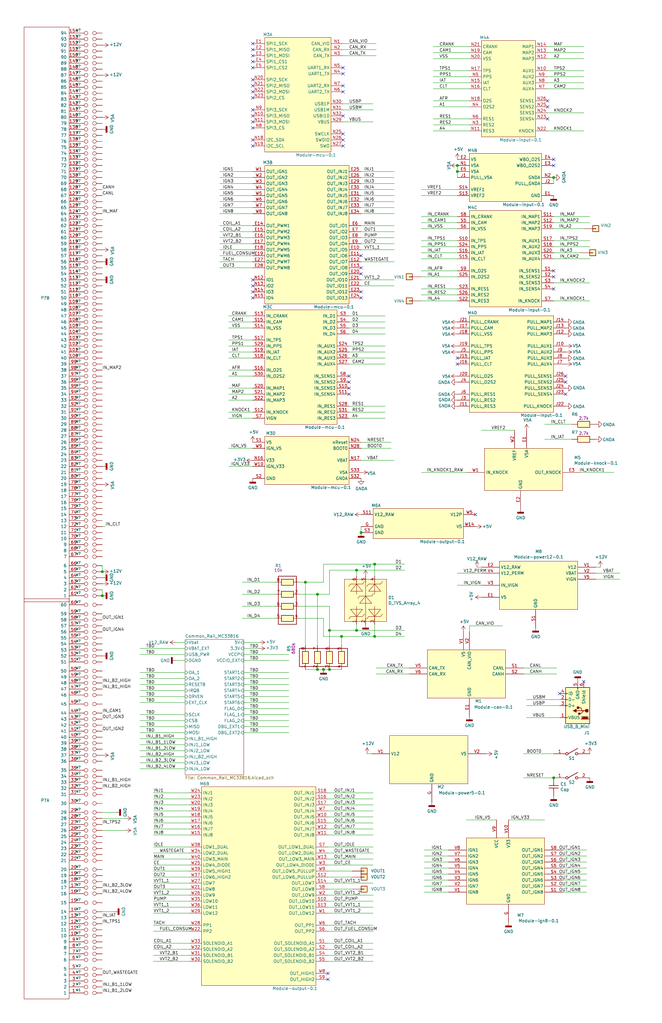
<source format=kicad_sch>
(kicad_sch (version 20210126) (generator eeschema)
  (paper "B" portrait)
  (title_block (title "Hellen154vag") (date "2021-03-10") (rev "0.1") (company "rusEFI.com"))
  (lib_symbols
    (symbol "284617-1:284617-1" (pin_names (offset 1.016))
      (property "Reference" "P" (at 0 6.35 0))
      (property "Value" "284617-1" (at 0 3.81 0))
      (symbol "284617-1_1_1"
        (pin passive line (at -13.97 78.74 0) (length 3.81) (name "1") (number "1"))
        (pin passive line (at -13.97 76.2 0) (length 3.81) (name "2") (number "2"))
        (pin passive line (at -13.97 73.66 0) (length 3.81) (name "3") (number "3"))
        (pin passive line (at -13.97 71.12 0) (length 3.81) (name "4") (number "4"))
        (pin passive line (at -13.97 68.58 0) (length 3.81) (name "5") (number "5"))
        (pin passive line (at -13.97 64.77 0) (length 3.81) (name "6") (number "6"))
        (pin passive line (at -13.97 62.23 0) (length 3.81) (name "7") (number "7"))
        (pin passive line (at -13.97 59.69 0) (length 3.81) (name "8") (number "8"))
        (pin passive line (at -13.97 57.15 0) (length 3.81) (name "9") (number "9"))
        (pin passive line (at -13.97 54.61 0) (length 3.81) (name "10") (number "10"))
        (pin passive line (at -13.97 26.67 0) (length 3.81) (name "20") (number "20"))
        (pin passive line (at -13.97 -1.27 0) (length 3.81) (name "30") (number "30"))
        (pin passive line (at -13.97 -29.21 0) (length 3.81) (name "40") (number "40"))
        (pin passive line (at -13.97 -57.15 0) (length 3.81) (name "50") (number "50"))
        (pin passive line (at -13.97 -85.09 0) (length 3.81) (name "60") (number "60"))
        (pin passive line (at -13.97 52.07 0) (length 3.81) (name "11") (number "11"))
        (pin passive line (at -13.97 22.86 0) (length 3.81) (name "21") (number "21"))
        (pin passive line (at -13.97 -5.08 0) (length 3.81) (name "31") (number "31"))
        (pin passive line (at -13.97 -31.75 0) (length 3.81) (name "41") (number "41"))
        (pin passive line (at -13.97 -60.96 0) (length 3.81) (name "51") (number "51"))
        (pin passive line (at -13.97 49.53 0) (length 3.81) (name "12") (number "12"))
        (pin passive line (at -13.97 20.32 0) (length 3.81) (name "22") (number "22"))
        (pin passive line (at -13.97 -7.62 0) (length 3.81) (name "32") (number "32"))
        (pin passive line (at -13.97 -34.29 0) (length 3.81) (name "42") (number "42"))
        (pin passive line (at -13.97 -63.5 0) (length 3.81) (name "52") (number "52"))
        (pin passive line (at -13.97 46.99 0) (length 3.81) (name "13") (number "13"))
        (pin passive line (at -13.97 17.78 0) (length 3.81) (name "23") (number "23"))
        (pin passive line (at -13.97 -10.16 0) (length 3.81) (name "33") (number "33"))
        (pin passive line (at -13.97 -36.83 0) (length 3.81) (name "43") (number "43"))
        (pin passive line (at -13.97 -66.04 0) (length 3.81) (name "53") (number "53"))
        (pin passive line (at -13.97 44.45 0) (length 3.81) (name "14") (number "14"))
        (pin passive line (at -13.97 15.24 0) (length 3.81) (name "24") (number "24"))
        (pin passive line (at -13.97 -12.7 0) (length 3.81) (name "34") (number "34"))
        (pin passive line (at -13.97 -39.37 0) (length 3.81) (name "44") (number "44"))
        (pin passive line (at -13.97 -68.58 0) (length 3.81) (name "54") (number "54"))
        (pin passive line (at -13.97 40.64 0) (length 3.81) (name "15") (number "15"))
        (pin passive line (at -13.97 12.7 0) (length 3.81) (name "25") (number "25"))
        (pin passive line (at -13.97 -15.24 0) (length 3.81) (name "35") (number "35"))
        (pin passive line (at -13.97 -43.18 0) (length 3.81) (name "45") (number "45"))
        (pin passive line (at -13.97 -71.12 0) (length 3.81) (name "55") (number "55"))
        (pin passive line (at -13.97 36.83 0) (length 3.81) (name "16") (number "16"))
        (pin passive line (at -13.97 10.16 0) (length 3.81) (name "26") (number "26"))
        (pin passive line (at -13.97 -19.05 0) (length 3.81) (name "36") (number "36"))
        (pin passive line (at -13.97 -46.99 0) (length 3.81) (name "46") (number "46"))
        (pin passive line (at -13.97 -73.66 0) (length 3.81) (name "56") (number "56"))
        (pin passive line (at -13.97 34.29 0) (length 3.81) (name "17") (number "17"))
        (pin passive line (at -13.97 7.62 0) (length 3.81) (name "27") (number "27"))
        (pin passive line (at -13.97 -21.59 0) (length 3.81) (name "37") (number "37"))
        (pin passive line (at -13.97 -49.53 0) (length 3.81) (name "47") (number "47"))
        (pin passive line (at -13.97 -76.2 0) (length 3.81) (name "57") (number "57"))
        (pin passive line (at -13.97 31.75 0) (length 3.81) (name "18") (number "18"))
        (pin passive line (at -13.97 5.08 0) (length 3.81) (name "28") (number "28"))
        (pin passive line (at -13.97 -24.13 0) (length 3.81) (name "38") (number "38"))
        (pin passive line (at -13.97 -52.07 0) (length 3.81) (name "48") (number "48"))
        (pin passive line (at -13.97 -78.74 0) (length 3.81) (name "58") (number "58"))
        (pin passive line (at -13.97 29.21 0) (length 3.81) (name "19") (number "19"))
        (pin passive line (at -13.97 2.54 0) (length 3.81) (name "29") (number "29"))
        (pin passive line (at -13.97 -26.67 0) (length 3.81) (name "39") (number "39"))
        (pin passive line (at -13.97 -54.61 0) (length 3.81) (name "49") (number "49"))
        (pin passive line (at -13.97 -81.28 0) (length 3.81) (name "59") (number "59"))
      )
      (symbol "284617-1_2_1"
        (pin passive line (at -13.97 99.06 0) (length 3.81) (name "10") (number "70"))
        (pin passive line (at -13.97 73.66 0) (length 3.81) (name "20") (number "80"))
        (pin passive line (at -13.97 48.26 0) (length 3.81) (name "30") (number "90"))
        (pin passive line (at -13.97 123.19 0) (length 3.81) (name "1") (number "61"))
        (pin passive line (at -13.97 96.52 0) (length 3.81) (name "11") (number "71"))
        (pin passive line (at -13.97 71.12 0) (length 3.81) (name "21") (number "81"))
        (pin passive line (at -13.97 45.72 0) (length 3.81) (name "31") (number "91"))
        (pin passive line (at -13.97 120.65 0) (length 3.81) (name "2") (number "62"))
        (pin passive line (at -13.97 93.98 0) (length 3.81) (name "12") (number "72"))
        (pin passive line (at -13.97 68.58 0) (length 3.81) (name "22") (number "82"))
        (pin passive line (at -13.97 43.18 0) (length 3.81) (name "32") (number "92"))
        (pin passive line (at -13.97 118.11 0) (length 3.81) (name "3") (number "63"))
        (pin passive line (at -13.97 91.44 0) (length 3.81) (name "13") (number "73"))
        (pin passive line (at -13.97 66.04 0) (length 3.81) (name "23") (number "83"))
        (pin passive line (at -13.97 40.64 0) (length 3.81) (name "33") (number "93"))
        (pin passive line (at -13.97 115.57 0) (length 3.81) (name "4") (number "64"))
        (pin passive line (at -13.97 88.9 0) (length 3.81) (name "14") (number "74"))
        (pin passive line (at -13.97 63.5 0) (length 3.81) (name "24") (number "84"))
        (pin passive line (at -13.97 38.1 0) (length 3.81) (name "34") (number "94"))
        (pin passive line (at -13.97 113.03 0) (length 3.81) (name "5") (number "65"))
        (pin passive line (at -13.97 86.36 0) (length 3.81) (name "15") (number "75"))
        (pin passive line (at -13.97 60.96 0) (length 3.81) (name "25") (number "85"))
        (pin passive line (at -13.97 35.56 0) (length 3.81) (name "35") (number "95"))
        (pin passive line (at -13.97 110.49 0) (length 3.81) (name "6") (number "66"))
        (pin passive line (at -13.97 83.82 0) (length 3.81) (name "16") (number "76"))
        (pin passive line (at -13.97 58.42 0) (length 3.81) (name "26") (number "86"))
        (pin passive line (at -13.97 33.02 0) (length 3.81) (name "36") (number "96"))
        (pin passive line (at -13.97 106.68 0) (length 3.81) (name "7") (number "67"))
        (pin passive line (at -13.97 81.28 0) (length 3.81) (name "17") (number "77"))
        (pin passive line (at -13.97 55.88 0) (length 3.81) (name "27") (number "87"))
        (pin passive line (at -13.97 30.48 0) (length 3.81) (name "37") (number "97"))
        (pin passive line (at -13.97 104.14 0) (length 3.81) (name "8") (number "68"))
        (pin passive line (at -13.97 78.74 0) (length 3.81) (name "18") (number "78"))
        (pin passive line (at -13.97 53.34 0) (length 3.81) (name "28") (number "88"))
        (pin passive line (at -13.97 27.94 0) (length 3.81) (name "38") (number "98"))
        (pin passive line (at -13.97 101.6 0) (length 3.81) (name "9") (number "69"))
        (pin passive line (at -13.97 76.2 0) (length 3.81) (name "19") (number "79"))
        (pin passive line (at -13.97 50.8 0) (length 3.81) (name "29") (number "89"))
        (pin passive line (at -13.97 25.4 0) (length 3.81) (name "39") (number "99"))
        (pin passive line (at -13.97 22.86 0) (length 3.81) (name "40") (number "100"))
        (pin passive line (at -13.97 -2.54 0) (length 3.81) (name "50") (number "110"))
        (pin passive line (at -13.97 -27.94 0) (length 3.81) (name "60") (number "120"))
        (pin passive line (at -13.97 -53.34 0) (length 3.81) (name "70") (number "130"))
        (pin passive line (at -13.97 -78.74 0) (length 3.81) (name "80") (number "140"))
        (pin passive line (at -13.97 -104.14 0) (length 3.81) (name "90") (number "150"))
        (pin passive line (at -13.97 20.32 0) (length 3.81) (name "41") (number "101"))
        (pin passive line (at -13.97 -5.08 0) (length 3.81) (name "51") (number "111"))
        (pin passive line (at -13.97 -30.48 0) (length 3.81) (name "61") (number "121"))
        (pin passive line (at -13.97 -55.88 0) (length 3.81) (name "71") (number "131"))
        (pin passive line (at -13.97 -81.28 0) (length 3.81) (name "81") (number "141"))
        (pin passive line (at -13.97 -106.68 0) (length 3.81) (name "91") (number "151"))
        (pin passive line (at -13.97 17.78 0) (length 3.81) (name "42") (number "102"))
        (pin passive line (at -13.97 -7.62 0) (length 3.81) (name "52") (number "112"))
        (pin passive line (at -13.97 -33.02 0) (length 3.81) (name "62") (number "122"))
        (pin passive line (at -13.97 -58.42 0) (length 3.81) (name "72") (number "132"))
        (pin passive line (at -13.97 -83.82 0) (length 3.81) (name "82") (number "142"))
        (pin passive line (at -13.97 -109.22 0) (length 3.81) (name "92") (number "152"))
        (pin passive line (at -13.97 15.24 0) (length 3.81) (name "43") (number "103"))
        (pin passive line (at -13.97 -10.16 0) (length 3.81) (name "53") (number "113"))
        (pin passive line (at -13.97 -35.56 0) (length 3.81) (name "63") (number "123"))
        (pin passive line (at -13.97 -60.96 0) (length 3.81) (name "73") (number "133"))
        (pin passive line (at -13.97 -86.36 0) (length 3.81) (name "83") (number "143"))
        (pin passive line (at -13.97 -111.76 0) (length 3.81) (name "93") (number "153"))
        (pin passive line (at -13.97 12.7 0) (length 3.81) (name "44") (number "104"))
        (pin passive line (at -13.97 -12.7 0) (length 3.81) (name "54") (number "114"))
        (pin passive line (at -13.97 -38.1 0) (length 3.81) (name "64") (number "124"))
        (pin passive line (at -13.97 -63.5 0) (length 3.81) (name "74") (number "134"))
        (pin passive line (at -13.97 -88.9 0) (length 3.81) (name "84") (number "144"))
        (pin passive line (at -13.97 -114.3 0) (length 3.81) (name "94") (number "154"))
        (pin passive line (at -13.97 10.16 0) (length 3.81) (name "45") (number "105"))
        (pin passive line (at -13.97 -15.24 0) (length 3.81) (name "55") (number "115"))
        (pin passive line (at -13.97 -40.64 0) (length 3.81) (name "65") (number "125"))
        (pin passive line (at -13.97 -66.04 0) (length 3.81) (name "75") (number "135"))
        (pin passive line (at -13.97 -91.44 0) (length 3.81) (name "85") (number "145"))
        (pin passive line (at -13.97 7.62 0) (length 3.81) (name "46") (number "106"))
        (pin passive line (at -13.97 -17.78 0) (length 3.81) (name "56") (number "116"))
        (pin passive line (at -13.97 -43.18 0) (length 3.81) (name "66") (number "126"))
        (pin passive line (at -13.97 -68.58 0) (length 3.81) (name "76") (number "136"))
        (pin passive line (at -13.97 -93.98 0) (length 3.81) (name "86") (number "146"))
        (pin passive line (at -13.97 5.08 0) (length 3.81) (name "47") (number "107"))
        (pin passive line (at -13.97 -20.32 0) (length 3.81) (name "57") (number "117"))
        (pin passive line (at -13.97 -45.72 0) (length 3.81) (name "67") (number "127"))
        (pin passive line (at -13.97 -71.12 0) (length 3.81) (name "77") (number "137"))
        (pin passive line (at -13.97 -96.52 0) (length 3.81) (name "87") (number "147"))
        (pin passive line (at -13.97 2.54 0) (length 3.81) (name "48") (number "108"))
        (pin passive line (at -13.97 -22.86 0) (length 3.81) (name "58") (number "118"))
        (pin passive line (at -13.97 -48.26 0) (length 3.81) (name "68") (number "128"))
        (pin passive line (at -13.97 -73.66 0) (length 3.81) (name "78") (number "138"))
        (pin passive line (at -13.97 -99.06 0) (length 3.81) (name "88") (number "148"))
        (pin passive line (at -13.97 0 0) (length 3.81) (name "49") (number "109"))
        (pin passive line (at -13.97 -25.4 0) (length 3.81) (name "59") (number "119"))
        (pin passive line (at -13.97 -50.8 0) (length 3.81) (name "69") (number "129"))
        (pin passive line (at -13.97 -76.2 0) (length 3.81) (name "79") (number "139"))
        (pin passive line (at -13.97 -101.6 0) (length 3.81) (name "89") (number "149"))
      )
    )
    (symbol "368255-2:368255-2" (pin_names (offset 1.016))
      (property "Reference" "P" (at -1.27 0 0))
      (property "Value" "368255-2" (at 0 3.81 0))
      (symbol "368255-2_1_1"
        (pin passive line (at -19.05 12.7 0) (length 7.62) (name "1") (number "1"))
        (pin passive line (at -19.05 10.16 0) (length 7.62) (name "2") (number "2"))
        (pin passive line (at -19.05 7.62 0) (length 7.62) (name "3") (number "3"))
        (pin passive line (at -19.05 5.08 0) (length 7.62) (name "4") (number "4"))
        (pin passive line (at -19.05 2.54 0) (length 7.62) (name "5") (number "5"))
        (pin passive line (at -19.05 -16.51 0) (length 7.62) (name "120") (number "120"))
        (pin passive line (at -19.05 -19.05 0) (length 7.62) (name "121") (number "121"))
        (pin passive line (at -19.05 -1.27 0) (length 7.62) (name "114") (number "114"))
        (pin passive line (at -19.05 -3.81 0) (length 7.62) (name "115") (number "115"))
        (pin passive line (at -19.05 -6.35 0) (length 7.62) (name "116") (number "116"))
        (pin passive line (at -19.05 -8.89 0) (length 7.62) (name "117") (number "117"))
        (pin passive line (at -19.05 -11.43 0) (length 7.62) (name "118") (number "118"))
        (pin passive line (at -19.05 -13.97 0) (length 7.62) (name "119") (number "119"))
      )
      (symbol "368255-2_2_1"
        (pin passive line (at -19.05 151.13 0) (length 7.62) (name "6") (number "6"))
        (pin passive line (at -19.05 148.59 0) (length 7.62) (name "7") (number "7"))
        (pin passive line (at -19.05 146.05 0) (length 7.62) (name "8") (number "8"))
        (pin passive line (at -19.05 143.51 0) (length 7.62) (name "9") (number "9"))
        (pin passive line (at -19.05 140.97 0) (length 7.62) (name "10") (number "10"))
        (pin passive line (at -19.05 115.57 0) (length 7.62) (name "20") (number "20"))
        (pin passive line (at -19.05 87.63 0) (length 7.62) (name "30") (number "30"))
        (pin passive line (at -19.05 62.23 0) (length 7.62) (name "40") (number "40"))
        (pin input line (at -19.05 34.29 0) (length 7.62) (name "50") (number "50"))
        (pin passive line (at -19.05 8.89 0) (length 7.62) (name "60") (number "60"))
        (pin input line (at -19.05 -20.32 0) (length 7.62) (name "70") (number "70"))
        (pin passive line (at -19.05 -45.72 0) (length 7.62) (name "80") (number "80"))
        (pin passive line (at -19.05 -77.47 0) (length 7.62) (name "90") (number "90"))
        (pin passive line (at -19.05 138.43 0) (length 7.62) (name "11") (number "11"))
        (pin passive line (at -19.05 113.03 0) (length 7.62) (name "21") (number "21"))
        (pin passive line (at -19.05 85.09 0) (length 7.62) (name "31") (number "31"))
        (pin passive line (at -19.05 59.69 0) (length 7.62) (name "41") (number "41"))
        (pin passive line (at -19.05 31.75 0) (length 7.62) (name "51") (number "51"))
        (pin passive line (at -19.05 6.35 0) (length 7.62) (name "61") (number "61"))
        (pin passive line (at -19.05 -22.86 0) (length 7.62) (name "71") (number "71"))
        (pin passive line (at -19.05 -48.26 0) (length 7.62) (name "81") (number "81"))
        (pin passive line (at -19.05 -80.01 0) (length 7.62) (name "91") (number "91"))
        (pin passive line (at -19.05 135.89 0) (length 7.62) (name "12") (number "12"))
        (pin passive line (at -19.05 110.49 0) (length 7.62) (name "22") (number "22"))
        (pin passive line (at -19.05 82.55 0) (length 7.62) (name "32") (number "32"))
        (pin passive line (at -19.05 57.15 0) (length 7.62) (name "42") (number "42"))
        (pin passive line (at -19.05 29.21 0) (length 7.62) (name "52") (number "52"))
        (pin passive line (at -19.05 3.81 0) (length 7.62) (name "62") (number "62"))
        (pin passive line (at -19.05 -25.4 0) (length 7.62) (name "72") (number "72"))
        (pin passive line (at -19.05 -54.61 0) (length 7.62) (name "82") (number "82"))
        (pin passive line (at -19.05 -82.55 0) (length 7.62) (name "92") (number "92"))
        (pin passive line (at -19.05 133.35 0) (length 7.62) (name "13") (number "13"))
        (pin passive line (at -19.05 107.95 0) (length 7.62) (name "23") (number "23"))
        (pin passive line (at -19.05 80.01 0) (length 7.62) (name "33") (number "33"))
        (pin passive line (at -19.05 54.61 0) (length 7.62) (name "43") (number "43"))
        (pin passive line (at -19.05 26.67 0) (length 7.62) (name "53") (number "53"))
        (pin passive line (at -19.05 -2.54 0) (length 7.62) (name "63") (number "63"))
        (pin passive line (at -19.05 -27.94 0) (length 7.62) (name "73") (number "73"))
        (pin passive line (at -19.05 -57.15 0) (length 7.62) (name "83") (number "83"))
        (pin passive line (at -19.05 -85.09 0) (length 7.62) (name "93") (number "93"))
        (pin passive line (at -19.05 130.81 0) (length 7.62) (name "14") (number "14"))
        (pin passive line (at -19.05 105.41 0) (length 7.62) (name "24") (number "24"))
        (pin passive line (at -19.05 77.47 0) (length 7.62) (name "34") (number "34"))
        (pin passive line (at -19.05 49.53 0) (length 7.62) (name "44") (number "44"))
        (pin passive line (at -19.05 24.13 0) (length 7.62) (name "54") (number "54"))
        (pin passive line (at -19.05 -5.08 0) (length 7.62) (name "64") (number "64"))
        (pin passive line (at -19.05 -30.48 0) (length 7.62) (name "74") (number "74"))
        (pin passive line (at -19.05 -59.69 0) (length 7.62) (name "84") (number "84"))
        (pin passive line (at -19.05 -87.63 0) (length 7.62) (name "94") (number "94"))
        (pin passive line (at -19.05 128.27 0) (length 7.62) (name "15") (number "15"))
        (pin passive line (at -19.05 100.33 0) (length 7.62) (name "25") (number "25"))
        (pin passive line (at -19.05 74.93 0) (length 7.62) (name "35") (number "35"))
        (pin passive line (at -19.05 46.99 0) (length 7.62) (name "45") (number "45"))
        (pin passive line (at -19.05 21.59 0) (length 7.62) (name "55") (number "55"))
        (pin input line (at -19.05 -7.62 0) (length 7.62) (name "65") (number "65"))
        (pin passive line (at -19.05 -33.02 0) (length 7.62) (name "75") (number "75"))
        (pin passive line (at -19.05 -62.23 0) (length 7.62) (name "85") (number "85"))
        (pin passive line (at -19.05 -90.17 0) (length 7.62) (name "95") (number "95"))
        (pin passive line (at -19.05 125.73 0) (length 7.62) (name "16") (number "16"))
        (pin passive line (at -19.05 97.79 0) (length 7.62) (name "26") (number "26"))
        (pin passive line (at -19.05 72.39 0) (length 7.62) (name "36") (number "36"))
        (pin input line (at -19.05 44.45 0) (length 7.62) (name "46") (number "46"))
        (pin passive line (at -19.05 19.05 0) (length 7.62) (name "56") (number "56"))
        (pin input line (at -19.05 -10.16 0) (length 7.62) (name "66") (number "66"))
        (pin passive line (at -19.05 -35.56 0) (length 7.62) (name "76") (number "76"))
        (pin passive line (at -19.05 -64.77 0) (length 7.62) (name "86") (number "86"))
        (pin passive line (at -19.05 -92.71 0) (length 7.62) (name "96") (number "96"))
        (pin passive line (at -19.05 123.19 0) (length 7.62) (name "17") (number "17"))
        (pin passive line (at -19.05 95.25 0) (length 7.62) (name "27") (number "27"))
        (pin passive line (at -19.05 69.85 0) (length 7.62) (name "37") (number "37"))
        (pin input line (at -19.05 41.91 0) (length 7.62) (name "47") (number "47"))
        (pin passive line (at -19.05 16.51 0) (length 7.62) (name "57") (number "57"))
        (pin input line (at -19.05 -12.7 0) (length 7.62) (name "67") (number "67"))
        (pin passive line (at -19.05 -38.1 0) (length 7.62) (name "77") (number "77"))
        (pin passive line (at -19.05 -67.31 0) (length 7.62) (name "87") (number "87"))
        (pin passive line (at -19.05 -95.25 0) (length 7.62) (name "97") (number "97"))
        (pin passive line (at -19.05 120.65 0) (length 7.62) (name "18") (number "18"))
        (pin passive line (at -19.05 92.71 0) (length 7.62) (name "28") (number "28"))
        (pin passive line (at -19.05 67.31 0) (length 7.62) (name "38") (number "38"))
        (pin input line (at -19.05 39.37 0) (length 7.62) (name "48") (number "48"))
        (pin passive line (at -19.05 13.97 0) (length 7.62) (name "58") (number "58"))
        (pin input line (at -19.05 -15.24 0) (length 7.62) (name "68") (number "68"))
        (pin passive line (at -19.05 -40.64 0) (length 7.62) (name "78") (number "78"))
        (pin passive line (at -19.05 -69.85 0) (length 7.62) (name "88") (number "88"))
        (pin passive line (at -19.05 -100.33 0) (length 7.62) (name "98") (number "98"))
        (pin passive line (at -19.05 118.11 0) (length 7.62) (name "19") (number "19"))
        (pin passive line (at -19.05 90.17 0) (length 7.62) (name "29") (number "29"))
        (pin passive line (at -19.05 64.77 0) (length 7.62) (name "39") (number "39"))
        (pin input line (at -19.05 36.83 0) (length 7.62) (name "49") (number "49"))
        (pin passive line (at -19.05 11.43 0) (length 7.62) (name "59") (number "59"))
        (pin input line (at -19.05 -17.78 0) (length 7.62) (name "69") (number "69"))
        (pin passive line (at -19.05 -43.18 0) (length 7.62) (name "79") (number "79"))
        (pin passive line (at -19.05 -72.39 0) (length 7.62) (name "89") (number "89"))
        (pin passive line (at -19.05 -102.87 0) (length 7.62) (name "99") (number "99"))
        (pin passive line (at -19.05 -105.41 0) (length 7.62) (name "100") (number "100"))
        (pin passive line (at -19.05 -133.35 0) (length 7.62) (name "110") (number "110"))
        (pin passive line (at -19.05 -107.95 0) (length 7.62) (name "101") (number "101"))
        (pin passive line (at -19.05 -135.89 0) (length 7.62) (name "111") (number "111"))
        (pin passive line (at -19.05 -110.49 0) (length 7.62) (name "102") (number "102"))
        (pin passive line (at -19.05 -138.43 0) (length 7.62) (name "112") (number "112"))
        (pin passive line (at -19.05 -113.03 0) (length 7.62) (name "103") (number "103"))
        (pin passive line (at -19.05 -140.97 0) (length 7.62) (name "113") (number "113"))
        (pin passive line (at -19.05 -115.57 0) (length 7.62) (name "104") (number "104"))
        (pin passive line (at -19.05 -118.11 0) (length 7.62) (name "105") (number "105"))
        (pin passive line (at -19.05 -123.19 0) (length 7.62) (name "106") (number "106"))
        (pin passive line (at -19.05 -125.73 0) (length 7.62) (name "107") (number "107"))
        (pin passive line (at -19.05 -128.27 0) (length 7.62) (name "108") (number "108"))
        (pin passive line (at -19.05 -130.81 0) (length 7.62) (name "109") (number "109"))
      )
    )
    (symbol "hellen-one-can-0.1:Module-can-0.1"
      (property "Reference" "M" (at 21.59 -21.59 0))
      (property "Value" "Module-can-0.1" (at 27.94 -24.13 0))
      (symbol "Module-can-0.1_1_0"
        (pin passive line (at 15.24 7.62 270) (length 7.62) (name "V5") (number "V1"))
        (pin passive line (at 17.78 7.62 270) (length 7.62) (name "CAN_VIO") (number "V2"))
        (pin passive line (at 40.64 -10.16 180) (length 7.62) (name "CANH") (number "S2"))
        (pin passive line (at 40.64 -7.62 180) (length 7.62) (name "CANL") (number "S1"))
        (pin passive line (at -7.62 -7.62 0) (length 7.62) (name "CAN_TX") (number "V5"))
        (pin passive line (at -7.62 -10.16 0) (length 7.62) (name "CAN_RX") (number "V6"))
        (pin passive line (at 17.78 -27.94 90) (length 7.62) (name "GND") (number "E1"))
      )
    )
    (symbol "hellen-one-common:Button_SPST"
      (property "Reference" "S" (at -5.08 2.54 0))
      (property "Value" "Button_SPST" (at 0 0 0))
      (symbol "Button_SPST_1_0"
        (pin passive line (at -5.08 -2.54 0) (length 5.08) (name "") (number "1"))
        (pin passive line (at 10.16 -2.54 180) (length 5.08) (name "") (number "2"))
      )
    )
    (symbol "hellen-one-common:Cap" (pin_numbers hide)
      (property "Reference" "C" (at -3.81 2.54 0))
      (property "Value" "Cap" (at -2.54 -1.27 0))
      (symbol "Cap_1_0"
        (pin passive line (at -3.81 0 0) (length 2.54) (name "") (number "1"))
        (pin passive line (at 3.81 0 180) (length 2.54) (name "") (number "2"))
      )
    )
    (symbol "hellen-one-common:D_TVS_Array_4"
      (property "Reference" "D" (at 2.54 12.7 0))
      (property "Value" "D_TVS_Array_4" (at 8.89 10.16 0))
      (symbol "D_TVS_Array_4_1_0"
        (pin passive line (at 20.32 0 180) (length 2.54) (name "") (number "2"))
        (pin passive line (at 0 0 0) (length 2.54) (name "") (number "5"))
        (pin passive line (at 20.32 -3.81 180) (length 2.54) (name "") (number "1"))
        (pin passive line (at 0 -3.81 0) (length 2.54) (name "") (number "6"))
        (pin passive line (at 20.32 3.81 180) (length 2.54) (name "") (number "3"))
        (pin passive line (at 0 3.81 0) (length 2.54) (name "") (number "4"))
      )
    )
    (symbol "hellen-one-common:Fuse-Pad-Pad" (pin_numbers hide) (pin_names (offset 0.762) hide)
      (property "Reference" "F" (at 0 2.54 0))
      (symbol "Fuse-Pad-Pad_0_1"
        (pin passive line (at -5.08 0 0) (length 2.54) (name "1") (number "1"))
        (pin passive line (at 5.08 0 180) (length 2.54) (name "2") (number "2"))
      )
    )
    (symbol "hellen-one-common:Jumper-Pad-Pad" (pin_numbers hide) (pin_names (offset 0.762) hide)
      (property "Reference" "R" (at 0 2.54 0))
      (symbol "Jumper-Pad-Pad_0_1"
        (pin passive line (at -5.08 0 0) (length 2.54) (name "1") (number "1"))
        (pin passive line (at 5.08 0 180) (length 2.54) (name "2") (number "2"))
      )
    )
    (symbol "hellen-one-common:Pad" (pin_numbers hide) (pin_names (offset 1.016) hide)
      (property "Reference" "P" (at 0 2.54 0))
      (symbol "Pad_1_1"
        (pin passive line (at -5.08 0 0) (length 3.81) (name "Pin_1") (number "1"))
      )
    )
    (symbol "hellen-one-common:Res" (pin_numbers hide)
      (property "Reference" "R" (at 3.81 2.54 0))
      (property "Value" "Res" (at 5.08 -2.54 0))
      (symbol "Res_1_0"
        (pin passive line (at 10.16 0 180) (length 2.54) (name "") (number "2"))
        (pin passive line (at 0 0 0) (length 2.54) (name "") (number "1"))
      )
    )
    (symbol "hellen-one-common:Res_Array_4"
      (property "Reference" "R" (at -6.35 6.35 0))
      (symbol "Res_Array_4_1_0"
        (pin passive line (at -10.16 0 0) (length 2.54) (name "") (number "1"))
        (pin passive line (at 0 0 180) (length 2.54) (name "") (number "8"))
        (pin passive line (at -10.16 -5.08 0) (length 2.54) (name "") (number "2"))
        (pin passive line (at 0 -5.08 180) (length 2.54) (name "") (number "7"))
        (pin passive line (at -10.16 -10.16 0) (length 2.54) (name "") (number "3"))
        (pin passive line (at 0 -10.16 180) (length 2.54) (name "") (number "6"))
        (pin passive line (at -10.16 -15.24 0) (length 2.54) (name "") (number "4"))
        (pin passive line (at 0 -15.24 180) (length 2.54) (name "") (number "5"))
      )
    )
    (symbol "hellen-one-common:TEST" (pin_numbers hide) (pin_names (offset 0.762) hide)
      (property "Reference" "W" (at 0 1.524 0))
      (property "Value" "TEST" (at 0 -1.778 0))
      (symbol "TEST_0_1"
        (pin passive line (at -5.08 0 0) (length 2.54) (name "1") (number "1"))
        (pin passive line (at 5.08 0 180) (length 2.54) (name "2") (number "2"))
      )
    )
    (symbol "hellen-one-common:USB_B_Mini" (pin_names (offset 1.016))
      (property "Reference" "J" (at -5.08 11.43 0))
      (property "Value" "USB_B_Mini" (at -5.08 8.89 0))
      (symbol "USB_B_Mini_1_1"
        (pin power_out line (at 7.62 5.08 180) (length 2.54) (name "VBUS") (number "1"))
        (pin passive line (at 7.62 -2.54 180) (length 2.54) (name "D-") (number "2"))
        (pin passive line (at 7.62 0 180) (length 2.54) (name "D+") (number "3"))
        (pin passive line (at 7.62 -5.08 180) (length 2.54) (name "ID") (number "4"))
        (pin power_out line (at 0 -10.16 90) (length 2.54) (name "GND") (number "5"))
        (pin passive line (at -2.54 -10.16 90) (length 2.54) (name "Shield") (number "6"))
      )
    )
    (symbol "hellen-one-ign8-0.1:Module-ign8-0.1"
      (property "Reference" "M" (at 0 0 0))
      (property "Value" "Module-ign8-0.1" (at 0 0 0))
      (symbol "Module-ign8-0.1_1_0"
        (pin passive line (at -7.62 -15.24 0) (length 7.62) (name "IGN5") (number "V4"))
        (pin passive line (at -7.62 -12.7 0) (length 7.62) (name "IGN4") (number "V5"))
        (pin passive line (at -7.62 -17.78 0) (length 7.62) (name "IGN6") (number "V3"))
        (pin passive line (at -7.62 -20.32 0) (length 7.62) (name "IGN7") (number "V2"))
        (pin passive line (at -7.62 -10.16 0) (length 7.62) (name "IGN3") (number "V6"))
        (pin passive line (at -7.62 -7.62 0) (length 7.62) (name "IGN2") (number "V7"))
        (pin passive line (at -7.62 -22.86 0) (length 7.62) (name "IGN8") (number "V1"))
        (pin passive line (at -7.62 -5.08 0) (length 7.62) (name "IGN1") (number "V8"))
        (pin passive line (at 40.64 -22.86 180) (length 7.62) (name "OUT_IGN8") (number "S1"))
        (pin passive line (at 40.64 -20.32 180) (length 7.62) (name "OUT_IGN7") (number "S2"))
        (pin passive line (at 40.64 -17.78 180) (length 7.62) (name "OUT_IGN6") (number "S3"))
        (pin passive line (at 40.64 -15.24 180) (length 7.62) (name "OUT_IGN5") (number "S4"))
        (pin passive line (at 40.64 -12.7 180) (length 7.62) (name "OUT_IGN4") (number "S5"))
        (pin passive line (at 40.64 -10.16 180) (length 7.62) (name "OUT_IGN3") (number "S6"))
        (pin passive line (at 40.64 -7.62 180) (length 7.62) (name "OUT_IGN2") (number "S7"))
        (pin passive line (at 40.64 -5.08 180) (length 7.62) (name "OUT_IGN1") (number "S8"))
        (pin passive line (at 17.78 -35.56 90) (length 7.62) (name "GND") (number "G"))
        (pin passive line (at 12.7 7.62 270) (length 7.62) (name "VCC") (number "V9"))
        (pin passive line (at 17.78 7.62 270) (length 7.62) (name "V33") (number "V10"))
      )
    )
    (symbol "hellen-one-input-0.1:Module-input-0.1"
      (property "Reference" "M" (at 0 0 0))
      (property "Value" "Module-input-0.1" (at 0 0 0))
      (symbol "Module-input-0.1_1_0"
        (pin passive line (at -5.08 -35.56 0) (length 5.08) (name "RES2") (number "N3"))
        (pin passive line (at -5.08 -27.94 0) (length 5.08) (name "O2S2") (number "N4"))
        (pin passive line (at -5.08 -15.24 0) (length 5.08) (name "PPS") (number "N5"))
        (pin passive line (at -5.08 -33.02 0) (length 5.08) (name "RES1") (number "N6"))
        (pin passive line (at 27.94 -20.32 180) (length 5.08) (name "AUX4") (number "N7"))
        (pin passive line (at 27.94 -17.78 180) (length 5.08) (name "AUX3") (number "N8"))
        (pin passive line (at 27.94 -15.24 180) (length 5.08) (name "AUX2") (number "N9"))
        (pin passive line (at 27.94 -12.7 180) (length 5.08) (name "AUX1") (number "N10"))
        (pin passive line (at -5.08 -38.1 0) (length 5.08) (name "RES3") (number "N11"))
        (pin passive line (at 27.94 -7.62 180) (length 5.08) (name "MAP3") (number "N12"))
        (pin passive line (at 27.94 -5.08 180) (length 5.08) (name "MAP2") (number "N13"))
        (pin passive line (at 27.94 -2.54 180) (length 5.08) (name "MAP1") (number "N14"))
        (pin passive line (at -5.08 -17.78 0) (length 5.08) (name "IAT") (number "N15"))
        (pin passive line (at -5.08 -20.32 0) (length 5.08) (name "CLT") (number "N16"))
        (pin passive line (at -5.08 -12.7 0) (length 5.08) (name "TPS") (number "N17"))
        (pin passive line (at -5.08 -25.4 0) (length 5.08) (name "O2S") (number "N18"))
        (pin passive line (at -5.08 -5.08 0) (length 5.08) (name "CAM") (number "N19"))
        (pin passive line (at -5.08 -7.62 0) (length 5.08) (name "VSS") (number "N20"))
        (pin passive line (at -5.08 -2.54 0) (length 5.08) (name "CRANK") (number "N21"))
        (pin passive line (at 27.94 -38.1 180) (length 5.08) (name "KNOCK") (number "N22"))
        (pin passive line (at 27.94 -33.02 180) (length 5.08) (name "SENS4") (number "N23"))
        (pin passive line (at 27.94 -30.48 180) (length 5.08) (name "SENS3") (number "N24"))
        (pin passive line (at 27.94 -27.94 180) (length 5.08) (name "SENS2") (number "N25"))
        (pin passive line (at 27.94 -25.4 180) (length 5.08) (name "SENS1") (number "N26"))
      )
      (symbol "Module-input-0.1_2_0"
        (pin passive line (at -5.08 -10.16 0) (length 5.08) (name "PULL_V5A") (number "J1"))
        (pin passive line (at 35.56 -12.7 180) (length 5.08) (name "PULL_GNDA") (number "J2"))
        (pin passive line (at -5.08 -17.78 0) (length 5.08) (name "VREF2") (number "S13"))
        (pin passive line (at -5.08 -15.24 0) (length 5.08) (name "VREF1") (number "S14"))
        (pin passive line (at -5.08 -5.08 0) (length 5.08) (name "V5A") (number "N1"))
        (pin passive line (at 35.56 -10.16 180) (length 5.08) (name "GNDA") (number "N2"))
        (pin passive line (at 35.56 -17.78 180) (length 5.08) (name "GND") (number "E1"))
        (pin passive line (at 35.56 -2.54 180) (length 5.08) (name "WBO_O2S") (number "E4"))
        (pin passive line (at -5.08 -2.54 0) (length 5.08) (name "V5") (number "E2"))
        (pin passive line (at 35.56 -5.08 180) (length 5.08) (name "WBO_O2S2") (number "E3"))
        (pin passive line (at -5.08 -7.62 0) (length 5.08) (name "V5A") (number "E5"))
      )
      (symbol "Module-input-0.1_3_0"
        (pin passive line (at 35.56 -25.4 180) (length 5.08) (name "IN_SENS1") (number "S1"))
        (pin passive line (at 35.56 -27.94 180) (length 5.08) (name "IN_SENS2") (number "S2"))
        (pin passive line (at 35.56 -30.48 180) (length 5.08) (name "IN_SENS3") (number "S3"))
        (pin passive line (at 35.56 -33.02 180) (length 5.08) (name "IN_SENS4") (number "S4"))
        (pin passive line (at -5.08 -5.08 0) (length 5.08) (name "IN_CAM") (number "S5"))
        (pin passive line (at -5.08 -7.62 0) (length 5.08) (name "IN_VSS") (number "S6"))
        (pin passive line (at 35.56 -38.1 180) (length 5.08) (name "IN_KNOCK") (number "S7"))
        (pin passive line (at -5.08 -2.54 0) (length 5.08) (name "IN_CRANK") (number "S8"))
        (pin passive line (at -5.08 -25.4 0) (length 5.08) (name "IN_O2S") (number "S9"))
        (pin passive line (at -5.08 -12.7 0) (length 5.08) (name "IN_TPS") (number "S10"))
        (pin passive line (at 35.56 -2.54 180) (length 5.08) (name "IN_MAP1") (number "S11"))
        (pin passive line (at 35.56 -5.08 180) (length 5.08) (name "IN_MAP2") (number "S12"))
        (pin passive line (at -5.08 -20.32 0) (length 5.08) (name "IN_CLT") (number "S15"))
        (pin passive line (at -5.08 -17.78 0) (length 5.08) (name "IN_IAT") (number "S16"))
        (pin passive line (at 35.56 -12.7 180) (length 5.08) (name "IN_AUX1") (number "S17"))
        (pin passive line (at 35.56 -15.24 180) (length 5.08) (name "IN_AUX2") (number "S18"))
        (pin passive line (at 35.56 -7.62 180) (length 5.08) (name "IN_MAP3") (number "S19"))
        (pin passive line (at 35.56 -17.78 180) (length 5.08) (name "IN_AUX3") (number "S20"))
        (pin passive line (at 35.56 -20.32 180) (length 5.08) (name "IN_AUX4") (number "S21"))
        (pin passive line (at -5.08 -38.1 0) (length 5.08) (name "IN_RES3") (number "S22"))
        (pin passive line (at -5.08 -33.02 0) (length 5.08) (name "IN_RES1") (number "S23"))
        (pin passive line (at -5.08 -15.24 0) (length 5.08) (name "IN_PPS") (number "S24"))
        (pin passive line (at -5.08 -27.94 0) (length 5.08) (name "IN_O2S2") (number "S25"))
        (pin passive line (at -5.08 -35.56 0) (length 5.08) (name "IN_RES2") (number "S26"))
      )
      (symbol "Module-input-0.1_4_0"
        (pin passive line (at -5.08 -35.56 0) (length 5.08) (name "PULL_RES2") (number "J3"))
        (pin passive line (at -5.08 -27.94 0) (length 5.08) (name "PULL_O2S2") (number "J4"))
        (pin passive line (at -5.08 -15.24 0) (length 5.08) (name "PULL_PPS") (number "J5"))
        (pin passive line (at -5.08 -33.02 0) (length 5.08) (name "PULL_RES1") (number "J6"))
        (pin passive line (at 40.64 -20.32 180) (length 5.08) (name "PULL_AUX4") (number "J7"))
        (pin passive line (at 40.64 -17.78 180) (length 5.08) (name "PULL_AUX3") (number "J8"))
        (pin passive line (at 40.64 -15.24 180) (length 5.08) (name "PULL_AUX2") (number "J9"))
        (pin passive line (at 40.64 -12.7 180) (length 5.08) (name "PULL_AUX1") (number "J10"))
        (pin passive line (at -5.08 -38.1 0) (length 5.08) (name "PULL_RES3") (number "J11"))
        (pin passive line (at 40.64 -7.62 180) (length 5.08) (name "PULL_MAP3") (number "J12"))
        (pin passive line (at 40.64 -5.08 180) (length 5.08) (name "PULL_MAP2") (number "J13"))
        (pin passive line (at 40.64 -2.54 180) (length 5.08) (name "PULL_MAP1") (number "J14"))
        (pin passive line (at -5.08 -17.78 0) (length 5.08) (name "PULL_IAT") (number "J15"))
        (pin passive line (at -5.08 -20.32 0) (length 5.08) (name "PULL_CLT") (number "J16"))
        (pin passive line (at -5.08 -5.08 0) (length 5.08) (name "PULL_CAM") (number "J17"))
        (pin passive line (at -5.08 -7.62 0) (length 5.08) (name "PULL_VSS") (number "J18"))
        (pin passive line (at -5.08 -12.7 0) (length 5.08) (name "PULL_TPS") (number "J19"))
        (pin passive line (at -5.08 -25.4 0) (length 5.08) (name "PULL_O2S") (number "J20"))
        (pin passive line (at -5.08 -2.54 0) (length 5.08) (name "PULL_CRANK") (number "J21"))
        (pin passive line (at 40.64 -38.1 180) (length 5.08) (name "PULL_KNOCK") (number "J22"))
        (pin passive line (at 40.64 -33.02 180) (length 5.08) (name "PULL_SENS4") (number "J23"))
        (pin passive line (at 40.64 -30.48 180) (length 5.08) (name "PULL_SENS3") (number "J24"))
        (pin passive line (at 40.64 -27.94 180) (length 5.08) (name "PULL_SENS2") (number "J25"))
        (pin passive line (at 40.64 -25.4 180) (length 5.08) (name "PULL_SENS1") (number "J26"))
      )
    )
    (symbol "hellen-one-input-0.1:Module-input-0.1_1"
      (property "Reference" "M" (at 0 0 0))
      (property "Value" "Module-input-0.1" (at 0 0 0))
      (symbol "Module-input-0.1_1_1_0"
        (pin passive line (at -5.08 -35.56 0) (length 5.08) (name "RES2") (number "N3"))
        (pin passive line (at -5.08 -27.94 0) (length 5.08) (name "O2S2") (number "N4"))
        (pin passive line (at -5.08 -15.24 0) (length 5.08) (name "PPS") (number "N5"))
        (pin passive line (at -5.08 -33.02 0) (length 5.08) (name "RES1") (number "N6"))
        (pin passive line (at 27.94 -20.32 180) (length 5.08) (name "AUX4") (number "N7"))
        (pin passive line (at 27.94 -17.78 180) (length 5.08) (name "AUX3") (number "N8"))
        (pin passive line (at 27.94 -15.24 180) (length 5.08) (name "AUX2") (number "N9"))
        (pin passive line (at 27.94 -12.7 180) (length 5.08) (name "AUX1") (number "N10"))
        (pin passive line (at -5.08 -38.1 0) (length 5.08) (name "RES3") (number "N11"))
        (pin passive line (at 27.94 -7.62 180) (length 5.08) (name "MAP3") (number "N12"))
        (pin passive line (at 27.94 -5.08 180) (length 5.08) (name "MAP2") (number "N13"))
        (pin passive line (at 27.94 -2.54 180) (length 5.08) (name "MAP1") (number "N14"))
        (pin passive line (at -5.08 -17.78 0) (length 5.08) (name "IAT") (number "N15"))
        (pin passive line (at -5.08 -20.32 0) (length 5.08) (name "CLT") (number "N16"))
        (pin passive line (at -5.08 -12.7 0) (length 5.08) (name "TPS") (number "N17"))
        (pin passive line (at -5.08 -25.4 0) (length 5.08) (name "O2S") (number "N18"))
        (pin passive line (at -5.08 -5.08 0) (length 5.08) (name "CAM") (number "N19"))
        (pin passive line (at -5.08 -7.62 0) (length 5.08) (name "VSS") (number "N20"))
        (pin passive line (at -5.08 -2.54 0) (length 5.08) (name "CRANK") (number "N21"))
        (pin passive line (at 27.94 -38.1 180) (length 5.08) (name "KNOCK") (number "N22"))
        (pin passive line (at 27.94 -33.02 180) (length 5.08) (name "SENS4") (number "N23"))
        (pin passive line (at 27.94 -30.48 180) (length 5.08) (name "SENS3") (number "N24"))
        (pin passive line (at 27.94 -27.94 180) (length 5.08) (name "SENS2") (number "N25"))
        (pin passive line (at 27.94 -25.4 180) (length 5.08) (name "SENS1") (number "N26"))
      )
      (symbol "Module-input-0.1_1_2_0"
        (pin passive line (at -5.08 -10.16 0) (length 5.08) (name "PULL_V5A") (number "J1"))
        (pin passive line (at 35.56 -12.7 180) (length 5.08) (name "PULL_GNDA") (number "J2"))
        (pin passive line (at -5.08 -17.78 0) (length 5.08) (name "VREF2") (number "S13"))
        (pin passive line (at -5.08 -15.24 0) (length 5.08) (name "VREF1") (number "S14"))
        (pin passive line (at -5.08 -5.08 0) (length 5.08) (name "V5A") (number "N1"))
        (pin passive line (at 35.56 -10.16 180) (length 5.08) (name "GNDA") (number "N2"))
        (pin passive line (at 35.56 -17.78 180) (length 5.08) (name "GND") (number "E1"))
        (pin passive line (at 35.56 -2.54 180) (length 5.08) (name "WBO_O2S") (number "E4"))
        (pin passive line (at -5.08 -2.54 0) (length 5.08) (name "V5") (number "E2"))
        (pin passive line (at 35.56 -5.08 180) (length 5.08) (name "WBO_O2S2") (number "E3"))
        (pin passive line (at -5.08 -7.62 0) (length 5.08) (name "V5A") (number "E5"))
      )
      (symbol "Module-input-0.1_1_3_0"
        (pin passive line (at 35.56 -25.4 180) (length 5.08) (name "IN_SENS1") (number "S1"))
        (pin passive line (at 35.56 -27.94 180) (length 5.08) (name "IN_SENS2") (number "S2"))
        (pin passive line (at 35.56 -30.48 180) (length 5.08) (name "IN_SENS3") (number "S3"))
        (pin passive line (at 35.56 -33.02 180) (length 5.08) (name "IN_SENS4") (number "S4"))
        (pin passive line (at -5.08 -5.08 0) (length 5.08) (name "IN_CAM") (number "S5"))
        (pin passive line (at -5.08 -7.62 0) (length 5.08) (name "IN_VSS") (number "S6"))
        (pin passive line (at 35.56 -38.1 180) (length 5.08) (name "IN_KNOCK") (number "S7"))
        (pin passive line (at -5.08 -2.54 0) (length 5.08) (name "IN_CRANK") (number "S8"))
        (pin passive line (at -5.08 -25.4 0) (length 5.08) (name "IN_O2S") (number "S9"))
        (pin passive line (at -5.08 -12.7 0) (length 5.08) (name "IN_TPS") (number "S10"))
        (pin passive line (at 35.56 -2.54 180) (length 5.08) (name "IN_MAP1") (number "S11"))
        (pin passive line (at 35.56 -5.08 180) (length 5.08) (name "IN_MAP2") (number "S12"))
        (pin passive line (at -5.08 -20.32 0) (length 5.08) (name "IN_CLT") (number "S15"))
        (pin passive line (at -5.08 -17.78 0) (length 5.08) (name "IN_IAT") (number "S16"))
        (pin passive line (at 35.56 -12.7 180) (length 5.08) (name "IN_AUX1") (number "S17"))
        (pin passive line (at 35.56 -15.24 180) (length 5.08) (name "IN_AUX2") (number "S18"))
        (pin passive line (at 35.56 -7.62 180) (length 5.08) (name "IN_MAP3") (number "S19"))
        (pin passive line (at 35.56 -17.78 180) (length 5.08) (name "IN_AUX3") (number "S20"))
        (pin passive line (at 35.56 -20.32 180) (length 5.08) (name "IN_AUX4") (number "S21"))
        (pin passive line (at -5.08 -38.1 0) (length 5.08) (name "IN_RES3") (number "S22"))
        (pin passive line (at -5.08 -33.02 0) (length 5.08) (name "IN_RES1") (number "S23"))
        (pin passive line (at -5.08 -15.24 0) (length 5.08) (name "IN_PPS") (number "S24"))
        (pin passive line (at -5.08 -27.94 0) (length 5.08) (name "IN_O2S2") (number "S25"))
        (pin passive line (at -5.08 -35.56 0) (length 5.08) (name "IN_RES2") (number "S26"))
      )
      (symbol "Module-input-0.1_1_4_0"
        (pin passive line (at -5.08 -35.56 0) (length 5.08) (name "PULL_RES2") (number "J3"))
        (pin passive line (at -5.08 -27.94 0) (length 5.08) (name "PULL_O2S2") (number "J4"))
        (pin passive line (at -5.08 -15.24 0) (length 5.08) (name "PULL_PPS") (number "J5"))
        (pin passive line (at -5.08 -33.02 0) (length 5.08) (name "PULL_RES1") (number "J6"))
        (pin passive line (at 40.64 -20.32 180) (length 5.08) (name "PULL_AUX4") (number "J7"))
        (pin passive line (at 40.64 -17.78 180) (length 5.08) (name "PULL_AUX3") (number "J8"))
        (pin passive line (at 40.64 -15.24 180) (length 5.08) (name "PULL_AUX2") (number "J9"))
        (pin passive line (at 40.64 -12.7 180) (length 5.08) (name "PULL_AUX1") (number "J10"))
        (pin passive line (at -5.08 -38.1 0) (length 5.08) (name "PULL_RES3") (number "J11"))
        (pin passive line (at 40.64 -7.62 180) (length 5.08) (name "PULL_MAP3") (number "J12"))
        (pin passive line (at 40.64 -5.08 180) (length 5.08) (name "PULL_MAP2") (number "J13"))
        (pin passive line (at 40.64 -2.54 180) (length 5.08) (name "PULL_MAP1") (number "J14"))
        (pin passive line (at -5.08 -17.78 0) (length 5.08) (name "PULL_IAT") (number "J15"))
        (pin passive line (at -5.08 -20.32 0) (length 5.08) (name "PULL_CLT") (number "J16"))
        (pin passive line (at -5.08 -5.08 0) (length 5.08) (name "PULL_CAM") (number "J17"))
        (pin passive line (at -5.08 -7.62 0) (length 5.08) (name "PULL_VSS") (number "J18"))
        (pin passive line (at -5.08 -12.7 0) (length 5.08) (name "PULL_TPS") (number "J19"))
        (pin passive line (at -5.08 -25.4 0) (length 5.08) (name "PULL_O2S") (number "J20"))
        (pin passive line (at -5.08 -2.54 0) (length 5.08) (name "PULL_CRANK") (number "J21"))
        (pin passive line (at 40.64 -38.1 180) (length 5.08) (name "PULL_KNOCK") (number "J22"))
        (pin passive line (at 40.64 -33.02 180) (length 5.08) (name "PULL_SENS4") (number "J23"))
        (pin passive line (at 40.64 -30.48 180) (length 5.08) (name "PULL_SENS3") (number "J24"))
        (pin passive line (at 40.64 -27.94 180) (length 5.08) (name "PULL_SENS2") (number "J25"))
        (pin passive line (at 40.64 -25.4 180) (length 5.08) (name "PULL_SENS1") (number "J26"))
      )
    )
    (symbol "hellen-one-input-0.1:Module-input-0.1_2"
      (property "Reference" "M" (at 0 0 0))
      (property "Value" "Module-input-0.1" (at 0 0 0))
      (symbol "Module-input-0.1_2_1_0"
        (pin passive line (at -5.08 -35.56 0) (length 5.08) (name "RES2") (number "N3"))
        (pin passive line (at -5.08 -27.94 0) (length 5.08) (name "O2S2") (number "N4"))
        (pin passive line (at -5.08 -15.24 0) (length 5.08) (name "PPS") (number "N5"))
        (pin passive line (at -5.08 -33.02 0) (length 5.08) (name "RES1") (number "N6"))
        (pin passive line (at 27.94 -20.32 180) (length 5.08) (name "AUX4") (number "N7"))
        (pin passive line (at 27.94 -17.78 180) (length 5.08) (name "AUX3") (number "N8"))
        (pin passive line (at 27.94 -15.24 180) (length 5.08) (name "AUX2") (number "N9"))
        (pin passive line (at 27.94 -12.7 180) (length 5.08) (name "AUX1") (number "N10"))
        (pin passive line (at -5.08 -38.1 0) (length 5.08) (name "RES3") (number "N11"))
        (pin passive line (at 27.94 -7.62 180) (length 5.08) (name "MAP3") (number "N12"))
        (pin passive line (at 27.94 -5.08 180) (length 5.08) (name "MAP2") (number "N13"))
        (pin passive line (at 27.94 -2.54 180) (length 5.08) (name "MAP1") (number "N14"))
        (pin passive line (at -5.08 -17.78 0) (length 5.08) (name "IAT") (number "N15"))
        (pin passive line (at -5.08 -20.32 0) (length 5.08) (name "CLT") (number "N16"))
        (pin passive line (at -5.08 -12.7 0) (length 5.08) (name "TPS") (number "N17"))
        (pin passive line (at -5.08 -25.4 0) (length 5.08) (name "O2S") (number "N18"))
        (pin passive line (at -5.08 -5.08 0) (length 5.08) (name "CAM") (number "N19"))
        (pin passive line (at -5.08 -7.62 0) (length 5.08) (name "VSS") (number "N20"))
        (pin passive line (at -5.08 -2.54 0) (length 5.08) (name "CRANK") (number "N21"))
        (pin passive line (at 27.94 -38.1 180) (length 5.08) (name "KNOCK") (number "N22"))
        (pin passive line (at 27.94 -33.02 180) (length 5.08) (name "SENS4") (number "N23"))
        (pin passive line (at 27.94 -30.48 180) (length 5.08) (name "SENS3") (number "N24"))
        (pin passive line (at 27.94 -27.94 180) (length 5.08) (name "SENS2") (number "N25"))
        (pin passive line (at 27.94 -25.4 180) (length 5.08) (name "SENS1") (number "N26"))
      )
      (symbol "Module-input-0.1_2_2_0"
        (pin passive line (at -5.08 -10.16 0) (length 5.08) (name "PULL_V5A") (number "J1"))
        (pin passive line (at 35.56 -12.7 180) (length 5.08) (name "PULL_GNDA") (number "J2"))
        (pin passive line (at -5.08 -17.78 0) (length 5.08) (name "VREF2") (number "S13"))
        (pin passive line (at -5.08 -15.24 0) (length 5.08) (name "VREF1") (number "S14"))
        (pin passive line (at -5.08 -5.08 0) (length 5.08) (name "V5A") (number "N1"))
        (pin passive line (at 35.56 -10.16 180) (length 5.08) (name "GNDA") (number "N2"))
        (pin passive line (at 35.56 -17.78 180) (length 5.08) (name "GND") (number "E1"))
        (pin passive line (at 35.56 -2.54 180) (length 5.08) (name "WBO_O2S") (number "E4"))
        (pin passive line (at -5.08 -2.54 0) (length 5.08) (name "V5") (number "E2"))
        (pin passive line (at 35.56 -5.08 180) (length 5.08) (name "WBO_O2S2") (number "E3"))
        (pin passive line (at -5.08 -7.62 0) (length 5.08) (name "V5A") (number "E5"))
      )
      (symbol "Module-input-0.1_2_3_0"
        (pin passive line (at 35.56 -25.4 180) (length 5.08) (name "IN_SENS1") (number "S1"))
        (pin passive line (at 35.56 -27.94 180) (length 5.08) (name "IN_SENS2") (number "S2"))
        (pin passive line (at 35.56 -30.48 180) (length 5.08) (name "IN_SENS3") (number "S3"))
        (pin passive line (at 35.56 -33.02 180) (length 5.08) (name "IN_SENS4") (number "S4"))
        (pin passive line (at -5.08 -5.08 0) (length 5.08) (name "IN_CAM") (number "S5"))
        (pin passive line (at -5.08 -7.62 0) (length 5.08) (name "IN_VSS") (number "S6"))
        (pin passive line (at 35.56 -38.1 180) (length 5.08) (name "IN_KNOCK") (number "S7"))
        (pin passive line (at -5.08 -2.54 0) (length 5.08) (name "IN_CRANK") (number "S8"))
        (pin passive line (at -5.08 -25.4 0) (length 5.08) (name "IN_O2S") (number "S9"))
        (pin passive line (at -5.08 -12.7 0) (length 5.08) (name "IN_TPS") (number "S10"))
        (pin passive line (at 35.56 -2.54 180) (length 5.08) (name "IN_MAP1") (number "S11"))
        (pin passive line (at 35.56 -5.08 180) (length 5.08) (name "IN_MAP2") (number "S12"))
        (pin passive line (at -5.08 -20.32 0) (length 5.08) (name "IN_CLT") (number "S15"))
        (pin passive line (at -5.08 -17.78 0) (length 5.08) (name "IN_IAT") (number "S16"))
        (pin passive line (at 35.56 -12.7 180) (length 5.08) (name "IN_AUX1") (number "S17"))
        (pin passive line (at 35.56 -15.24 180) (length 5.08) (name "IN_AUX2") (number "S18"))
        (pin passive line (at 35.56 -7.62 180) (length 5.08) (name "IN_MAP3") (number "S19"))
        (pin passive line (at 35.56 -17.78 180) (length 5.08) (name "IN_AUX3") (number "S20"))
        (pin passive line (at 35.56 -20.32 180) (length 5.08) (name "IN_AUX4") (number "S21"))
        (pin passive line (at -5.08 -38.1 0) (length 5.08) (name "IN_RES3") (number "S22"))
        (pin passive line (at -5.08 -33.02 0) (length 5.08) (name "IN_RES1") (number "S23"))
        (pin passive line (at -5.08 -15.24 0) (length 5.08) (name "IN_PPS") (number "S24"))
        (pin passive line (at -5.08 -27.94 0) (length 5.08) (name "IN_O2S2") (number "S25"))
        (pin passive line (at -5.08 -35.56 0) (length 5.08) (name "IN_RES2") (number "S26"))
      )
      (symbol "Module-input-0.1_2_4_0"
        (pin passive line (at -5.08 -35.56 0) (length 5.08) (name "PULL_RES2") (number "J3"))
        (pin passive line (at -5.08 -27.94 0) (length 5.08) (name "PULL_O2S2") (number "J4"))
        (pin passive line (at -5.08 -15.24 0) (length 5.08) (name "PULL_PPS") (number "J5"))
        (pin passive line (at -5.08 -33.02 0) (length 5.08) (name "PULL_RES1") (number "J6"))
        (pin passive line (at 40.64 -20.32 180) (length 5.08) (name "PULL_AUX4") (number "J7"))
        (pin passive line (at 40.64 -17.78 180) (length 5.08) (name "PULL_AUX3") (number "J8"))
        (pin passive line (at 40.64 -15.24 180) (length 5.08) (name "PULL_AUX2") (number "J9"))
        (pin passive line (at 40.64 -12.7 180) (length 5.08) (name "PULL_AUX1") (number "J10"))
        (pin passive line (at -5.08 -38.1 0) (length 5.08) (name "PULL_RES3") (number "J11"))
        (pin passive line (at 40.64 -7.62 180) (length 5.08) (name "PULL_MAP3") (number "J12"))
        (pin passive line (at 40.64 -5.08 180) (length 5.08) (name "PULL_MAP2") (number "J13"))
        (pin passive line (at 40.64 -2.54 180) (length 5.08) (name "PULL_MAP1") (number "J14"))
        (pin passive line (at -5.08 -17.78 0) (length 5.08) (name "PULL_IAT") (number "J15"))
        (pin passive line (at -5.08 -20.32 0) (length 5.08) (name "PULL_CLT") (number "J16"))
        (pin passive line (at -5.08 -5.08 0) (length 5.08) (name "PULL_CAM") (number "J17"))
        (pin passive line (at -5.08 -7.62 0) (length 5.08) (name "PULL_VSS") (number "J18"))
        (pin passive line (at -5.08 -12.7 0) (length 5.08) (name "PULL_TPS") (number "J19"))
        (pin passive line (at -5.08 -25.4 0) (length 5.08) (name "PULL_O2S") (number "J20"))
        (pin passive line (at -5.08 -2.54 0) (length 5.08) (name "PULL_CRANK") (number "J21"))
        (pin passive line (at 40.64 -38.1 180) (length 5.08) (name "PULL_KNOCK") (number "J22"))
        (pin passive line (at 40.64 -33.02 180) (length 5.08) (name "PULL_SENS4") (number "J23"))
        (pin passive line (at 40.64 -30.48 180) (length 5.08) (name "PULL_SENS3") (number "J24"))
        (pin passive line (at 40.64 -27.94 180) (length 5.08) (name "PULL_SENS2") (number "J25"))
        (pin passive line (at 40.64 -25.4 180) (length 5.08) (name "PULL_SENS1") (number "J26"))
      )
    )
    (symbol "hellen-one-input-0.1:Module-input-0.1_3"
      (property "Reference" "M" (at 0 0 0))
      (property "Value" "Module-input-0.1" (at 0 0 0))
      (symbol "Module-input-0.1_3_1_0"
        (pin passive line (at -5.08 -35.56 0) (length 5.08) (name "RES2") (number "N3"))
        (pin passive line (at -5.08 -27.94 0) (length 5.08) (name "O2S2") (number "N4"))
        (pin passive line (at -5.08 -15.24 0) (length 5.08) (name "PPS") (number "N5"))
        (pin passive line (at -5.08 -33.02 0) (length 5.08) (name "RES1") (number "N6"))
        (pin passive line (at 27.94 -20.32 180) (length 5.08) (name "AUX4") (number "N7"))
        (pin passive line (at 27.94 -17.78 180) (length 5.08) (name "AUX3") (number "N8"))
        (pin passive line (at 27.94 -15.24 180) (length 5.08) (name "AUX2") (number "N9"))
        (pin passive line (at 27.94 -12.7 180) (length 5.08) (name "AUX1") (number "N10"))
        (pin passive line (at -5.08 -38.1 0) (length 5.08) (name "RES3") (number "N11"))
        (pin passive line (at 27.94 -7.62 180) (length 5.08) (name "MAP3") (number "N12"))
        (pin passive line (at 27.94 -5.08 180) (length 5.08) (name "MAP2") (number "N13"))
        (pin passive line (at 27.94 -2.54 180) (length 5.08) (name "MAP1") (number "N14"))
        (pin passive line (at -5.08 -17.78 0) (length 5.08) (name "IAT") (number "N15"))
        (pin passive line (at -5.08 -20.32 0) (length 5.08) (name "CLT") (number "N16"))
        (pin passive line (at -5.08 -12.7 0) (length 5.08) (name "TPS") (number "N17"))
        (pin passive line (at -5.08 -25.4 0) (length 5.08) (name "O2S") (number "N18"))
        (pin passive line (at -5.08 -5.08 0) (length 5.08) (name "CAM") (number "N19"))
        (pin passive line (at -5.08 -7.62 0) (length 5.08) (name "VSS") (number "N20"))
        (pin passive line (at -5.08 -2.54 0) (length 5.08) (name "CRANK") (number "N21"))
        (pin passive line (at 27.94 -38.1 180) (length 5.08) (name "KNOCK") (number "N22"))
        (pin passive line (at 27.94 -33.02 180) (length 5.08) (name "SENS4") (number "N23"))
        (pin passive line (at 27.94 -30.48 180) (length 5.08) (name "SENS3") (number "N24"))
        (pin passive line (at 27.94 -27.94 180) (length 5.08) (name "SENS2") (number "N25"))
        (pin passive line (at 27.94 -25.4 180) (length 5.08) (name "SENS1") (number "N26"))
      )
      (symbol "Module-input-0.1_3_2_0"
        (pin passive line (at -5.08 -10.16 0) (length 5.08) (name "PULL_V5A") (number "J1"))
        (pin passive line (at 35.56 -12.7 180) (length 5.08) (name "PULL_GNDA") (number "J2"))
        (pin passive line (at -5.08 -17.78 0) (length 5.08) (name "VREF2") (number "S13"))
        (pin passive line (at -5.08 -15.24 0) (length 5.08) (name "VREF1") (number "S14"))
        (pin passive line (at -5.08 -5.08 0) (length 5.08) (name "V5A") (number "N1"))
        (pin passive line (at 35.56 -10.16 180) (length 5.08) (name "GNDA") (number "N2"))
        (pin passive line (at 35.56 -17.78 180) (length 5.08) (name "GND") (number "E1"))
        (pin passive line (at 35.56 -2.54 180) (length 5.08) (name "WBO_O2S") (number "E4"))
        (pin passive line (at -5.08 -2.54 0) (length 5.08) (name "V5") (number "E2"))
        (pin passive line (at 35.56 -5.08 180) (length 5.08) (name "WBO_O2S2") (number "E3"))
        (pin passive line (at -5.08 -7.62 0) (length 5.08) (name "V5A") (number "E5"))
      )
      (symbol "Module-input-0.1_3_3_0"
        (pin passive line (at 35.56 -25.4 180) (length 5.08) (name "IN_SENS1") (number "S1"))
        (pin passive line (at 35.56 -27.94 180) (length 5.08) (name "IN_SENS2") (number "S2"))
        (pin passive line (at 35.56 -30.48 180) (length 5.08) (name "IN_SENS3") (number "S3"))
        (pin passive line (at 35.56 -33.02 180) (length 5.08) (name "IN_SENS4") (number "S4"))
        (pin passive line (at -5.08 -5.08 0) (length 5.08) (name "IN_CAM") (number "S5"))
        (pin passive line (at -5.08 -7.62 0) (length 5.08) (name "IN_VSS") (number "S6"))
        (pin passive line (at 35.56 -38.1 180) (length 5.08) (name "IN_KNOCK") (number "S7"))
        (pin passive line (at -5.08 -2.54 0) (length 5.08) (name "IN_CRANK") (number "S8"))
        (pin passive line (at -5.08 -25.4 0) (length 5.08) (name "IN_O2S") (number "S9"))
        (pin passive line (at -5.08 -12.7 0) (length 5.08) (name "IN_TPS") (number "S10"))
        (pin passive line (at 35.56 -2.54 180) (length 5.08) (name "IN_MAP1") (number "S11"))
        (pin passive line (at 35.56 -5.08 180) (length 5.08) (name "IN_MAP2") (number "S12"))
        (pin passive line (at -5.08 -20.32 0) (length 5.08) (name "IN_CLT") (number "S15"))
        (pin passive line (at -5.08 -17.78 0) (length 5.08) (name "IN_IAT") (number "S16"))
        (pin passive line (at 35.56 -12.7 180) (length 5.08) (name "IN_AUX1") (number "S17"))
        (pin passive line (at 35.56 -15.24 180) (length 5.08) (name "IN_AUX2") (number "S18"))
        (pin passive line (at 35.56 -7.62 180) (length 5.08) (name "IN_MAP3") (number "S19"))
        (pin passive line (at 35.56 -17.78 180) (length 5.08) (name "IN_AUX3") (number "S20"))
        (pin passive line (at 35.56 -20.32 180) (length 5.08) (name "IN_AUX4") (number "S21"))
        (pin passive line (at -5.08 -38.1 0) (length 5.08) (name "IN_RES3") (number "S22"))
        (pin passive line (at -5.08 -33.02 0) (length 5.08) (name "IN_RES1") (number "S23"))
        (pin passive line (at -5.08 -15.24 0) (length 5.08) (name "IN_PPS") (number "S24"))
        (pin passive line (at -5.08 -27.94 0) (length 5.08) (name "IN_O2S2") (number "S25"))
        (pin passive line (at -5.08 -35.56 0) (length 5.08) (name "IN_RES2") (number "S26"))
      )
      (symbol "Module-input-0.1_3_4_0"
        (pin passive line (at -5.08 -35.56 0) (length 5.08) (name "PULL_RES2") (number "J3"))
        (pin passive line (at -5.08 -27.94 0) (length 5.08) (name "PULL_O2S2") (number "J4"))
        (pin passive line (at -5.08 -15.24 0) (length 5.08) (name "PULL_PPS") (number "J5"))
        (pin passive line (at -5.08 -33.02 0) (length 5.08) (name "PULL_RES1") (number "J6"))
        (pin passive line (at 40.64 -20.32 180) (length 5.08) (name "PULL_AUX4") (number "J7"))
        (pin passive line (at 40.64 -17.78 180) (length 5.08) (name "PULL_AUX3") (number "J8"))
        (pin passive line (at 40.64 -15.24 180) (length 5.08) (name "PULL_AUX2") (number "J9"))
        (pin passive line (at 40.64 -12.7 180) (length 5.08) (name "PULL_AUX1") (number "J10"))
        (pin passive line (at -5.08 -38.1 0) (length 5.08) (name "PULL_RES3") (number "J11"))
        (pin passive line (at 40.64 -7.62 180) (length 5.08) (name "PULL_MAP3") (number "J12"))
        (pin passive line (at 40.64 -5.08 180) (length 5.08) (name "PULL_MAP2") (number "J13"))
        (pin passive line (at 40.64 -2.54 180) (length 5.08) (name "PULL_MAP1") (number "J14"))
        (pin passive line (at -5.08 -17.78 0) (length 5.08) (name "PULL_IAT") (number "J15"))
        (pin passive line (at -5.08 -20.32 0) (length 5.08) (name "PULL_CLT") (number "J16"))
        (pin passive line (at -5.08 -5.08 0) (length 5.08) (name "PULL_CAM") (number "J17"))
        (pin passive line (at -5.08 -7.62 0) (length 5.08) (name "PULL_VSS") (number "J18"))
        (pin passive line (at -5.08 -12.7 0) (length 5.08) (name "PULL_TPS") (number "J19"))
        (pin passive line (at -5.08 -25.4 0) (length 5.08) (name "PULL_O2S") (number "J20"))
        (pin passive line (at -5.08 -2.54 0) (length 5.08) (name "PULL_CRANK") (number "J21"))
        (pin passive line (at 40.64 -38.1 180) (length 5.08) (name "PULL_KNOCK") (number "J22"))
        (pin passive line (at 40.64 -33.02 180) (length 5.08) (name "PULL_SENS4") (number "J23"))
        (pin passive line (at 40.64 -30.48 180) (length 5.08) (name "PULL_SENS3") (number "J24"))
        (pin passive line (at 40.64 -27.94 180) (length 5.08) (name "PULL_SENS2") (number "J25"))
        (pin passive line (at 40.64 -25.4 180) (length 5.08) (name "PULL_SENS1") (number "J26"))
      )
    )
    (symbol "hellen-one-knock-0.1:Module-knock-0.1"
      (property "Reference" "M" (at 0 0 0))
      (property "Value" "Module-knock-0.1" (at 0 0 0))
      (symbol "Module-knock-0.1_1_0"
        (pin passive line (at -7.62 -10.16 0) (length 7.62) (name "IN_KNOCK") (number "W1"))
        (pin passive line (at 12.7 7.62 270) (length 7.62) (name "VREF") (number "W2"))
        (pin passive line (at 40.64 -10.16 180) (length 7.62) (name "OUT_KNOCK") (number "E3"))
        (pin passive line (at 15.24 -25.4 90) (length 7.62) (name "GND") (number "E2"))
        (pin passive line (at 17.78 7.62 270) (length 7.62) (name "V5A") (number "E1"))
      )
    )
    (symbol "hellen-one-mcu-0.1:Module-mcu-0.1"
      (property "Reference" "M" (at 0 0 0))
      (property "Value" "Module-mcu-0.1" (at 0 0 0))
      (symbol "Module-mcu-0.1_1_0"
        (pin passive line (at -5.08 -2.54 0) (length 5.08) (name "SPI1_SCK") (number "E1"))
        (pin passive line (at -5.08 -10.16 0) (length 5.08) (name "SPI1_CS1") (number "E4"))
        (pin passive line (at -5.08 -5.08 0) (length 5.08) (name "SPI1_MISO") (number "E2"))
        (pin passive line (at -5.08 -7.62 0) (length 5.08) (name "SPI1_MOSI") (number "E3"))
        (pin passive line (at -5.08 -12.7 0) (length 5.08) (name "SPI1_CS2") (number "E5"))
        (pin passive line (at 33.02 -2.54 180) (length 5.08) (name "CAN_VIO") (number "N1"))
        (pin passive line (at 33.02 -5.08 180) (length 5.08) (name "CAN_RX") (number "N2"))
        (pin passive line (at 33.02 -7.62 180) (length 5.08) (name "CAN_TX") (number "N3"))
        (pin passive line (at 33.02 -15.24 180) (length 5.08) (name "UART1_TX") (number "N4"))
        (pin passive line (at 33.02 -12.7 180) (length 5.08) (name "UART1_RX") (number "N5"))
        (pin passive line (at 33.02 -22.86 180) (length 5.08) (name "UART2_TX") (number "N6"))
        (pin passive line (at 33.02 -20.32 180) (length 5.08) (name "UART2_RX") (number "N7"))
        (pin passive line (at -5.08 -38.1 0) (length 5.08) (name "SPI3_CS") (number "N8"))
        (pin passive line (at -5.08 -30.48 0) (length 5.08) (name "SPI3_SCK") (number "N9"))
        (pin passive line (at -5.08 -33.02 0) (length 5.08) (name "SPI3_MISO") (number "N10"))
        (pin passive line (at -5.08 -35.56 0) (length 5.08) (name "SPI3_MOSI") (number "N11"))
        (pin passive line (at -5.08 -43.18 0) (length 5.08) (name "I2C_SDA") (number "N18"))
        (pin passive line (at -5.08 -45.72 0) (length 5.08) (name "I2C_SCL") (number "N19"))
        (pin passive line (at -5.08 -17.78 0) (length 5.08) (name "SPI2_SCK") (number "N20"))
        (pin passive line (at -5.08 -20.32 0) (length 5.08) (name "SPI2_MISO") (number "N21"))
        (pin passive line (at -5.08 -22.86 0) (length 5.08) (name "SPI2_MOSI") (number "N22"))
        (pin passive line (at -5.08 -25.4 0) (length 5.08) (name "SPI2_CS") (number "N23"))
        (pin passive line (at 33.02 -40.64 180) (length 5.08) (name "SWCLK") (number "N25"))
        (pin passive line (at 33.02 -43.18 180) (length 5.08) (name "SWDIO") (number "N26"))
        (pin passive line (at 33.02 -45.72 180) (length 5.08) (name "SWO") (number "N27"))
        (pin passive line (at 33.02 -35.56 180) (length 5.08) (name "VBUS") (number "N29"))
        (pin passive line (at 33.02 -27.94 180) (length 5.08) (name "USB1P") (number "N30"))
        (pin passive line (at 33.02 -30.48 180) (length 5.08) (name "USB1M") (number "N31"))
        (pin passive line (at 33.02 -33.02 180) (length 5.08) (name "USBI1D") (number "N32"))
      )
      (symbol "Module-mcu-0.1_2_0"
        (pin passive line (at -5.08 -48.26 0) (length 5.08) (name "IO1") (number "N12"))
        (pin passive line (at -5.08 -50.8 0) (length 5.08) (name "IO2") (number "N13"))
        (pin passive line (at -5.08 -53.34 0) (length 5.08) (name "IO3") (number "N14"))
        (pin passive line (at -5.08 -55.88 0) (length 5.08) (name "IO4") (number "N15"))
        (pin passive line (at -5.08 -2.54 0) (length 5.08) (name "OUT_IGN1") (number "W1"))
        (pin passive line (at -5.08 -5.08 0) (length 5.08) (name "OUT_IGN2") (number "W2"))
        (pin passive line (at -5.08 -7.62 0) (length 5.08) (name "OUT_IGN3") (number "W3"))
        (pin passive line (at -5.08 -10.16 0) (length 5.08) (name "OUT_IGN4") (number "W4"))
        (pin passive line (at -5.08 -12.7 0) (length 5.08) (name "OUT_IGN5") (number "W5"))
        (pin passive line (at -5.08 -15.24 0) (length 5.08) (name "OUT_IGN6") (number "W6"))
        (pin passive line (at -5.08 -17.78 0) (length 5.08) (name "OUT_IGN7") (number "W7"))
        (pin passive line (at -5.08 -20.32 0) (length 5.08) (name "OUT_IGN8") (number "W8"))
        (pin passive line (at 40.64 -25.4 180) (length 5.08) (name "OUT_IO1") (number "E6"))
        (pin passive line (at 40.64 -27.94 180) (length 5.08) (name "OUT_IO2") (number "E7"))
        (pin passive line (at 40.64 -30.48 180) (length 5.08) (name "OUT_IO3") (number "E8"))
        (pin passive line (at 40.64 -33.02 180) (length 5.08) (name "OUT_IO4") (number "E9"))
        (pin passive line (at 40.64 -35.56 180) (length 5.08) (name "OUT_IO5") (number "E10"))
        (pin passive line (at 40.64 -38.1 180) (length 5.08) (name "OUT_IO6") (number "E11"))
        (pin passive line (at 40.64 -40.64 180) (length 5.08) (name "OUT_IO7") (number "E12"))
        (pin passive line (at 40.64 -43.18 180) (length 5.08) (name "OUT_IO8") (number "E13"))
        (pin passive line (at -5.08 -25.4 0) (length 5.08) (name "OUT_PWM1") (number "E14"))
        (pin passive line (at -5.08 -27.94 0) (length 5.08) (name "OUT_PWM2") (number "E15"))
        (pin passive line (at -5.08 -30.48 0) (length 5.08) (name "OUT_PWM3") (number "E16"))
        (pin passive line (at -5.08 -33.02 0) (length 5.08) (name "OUT_PWM4") (number "E17"))
        (pin passive line (at -5.08 -35.56 0) (length 5.08) (name "OUT_PWM5") (number "E18"))
        (pin passive line (at -5.08 -38.1 0) (length 5.08) (name "OUT_PWM6") (number "E19"))
        (pin passive line (at 40.64 -45.72 180) (length 5.08) (name "OUT_IO9") (number "E20"))
        (pin passive line (at 40.64 -48.26 180) (length 5.08) (name "OUT_IO10") (number "E21"))
        (pin passive line (at 40.64 -50.8 180) (length 5.08) (name "OUT_IO11") (number "E22"))
        (pin passive line (at 40.64 -53.34 180) (length 5.08) (name "OUT_IO12") (number "E23"))
        (pin passive line (at 40.64 -55.88 180) (length 5.08) (name "OUT_IO13") (number "E24"))
        (pin passive line (at 40.64 -2.54 180) (length 5.08) (name "OUT_INJ1") (number "E25"))
        (pin passive line (at 40.64 -5.08 180) (length 5.08) (name "OUT_INJ2") (number "E26"))
        (pin passive line (at -5.08 -40.64 0) (length 5.08) (name "OUT_PWM7") (number "E27"))
        (pin passive line (at -5.08 -43.18 0) (length 5.08) (name "OUT_PWM8") (number "E28"))
        (pin passive line (at 40.64 -7.62 180) (length 5.08) (name "OUT_INJ3") (number "E29"))
        (pin passive line (at 40.64 -10.16 180) (length 5.08) (name "OUT_INJ4") (number "E30"))
        (pin passive line (at 40.64 -12.7 180) (length 5.08) (name "OUT_INJ5") (number "E31"))
        (pin passive line (at 40.64 -15.24 180) (length 5.08) (name "OUT_INJ6") (number "E32"))
        (pin passive line (at 40.64 -17.78 180) (length 5.08) (name "OUT_INJ7") (number "E33"))
        (pin passive line (at 40.64 -20.32 180) (length 5.08) (name "OUT_INJ8") (number "E34"))
      )
      (symbol "Module-mcu-0.1_3_0"
        (pin passive line (at 35.56 -2.54 180) (length 5.08) (name "IN_D1") (number "S3"))
        (pin passive line (at 35.56 -5.08 180) (length 5.08) (name "IN_D2") (number "S4"))
        (pin passive line (at 35.56 -7.62 180) (length 5.08) (name "IN_D3") (number "S5"))
        (pin passive line (at 35.56 -10.16 180) (length 5.08) (name "IN_D4") (number "S6"))
        (pin passive line (at -5.08 -45.72 0) (length 5.08) (name "VIGN") (number "S7"))
        (pin passive line (at 35.56 -27.94 180) (length 5.08) (name "IN_SENS1") (number "S8"))
        (pin passive line (at 35.56 -30.48 180) (length 5.08) (name "IN_SENS2") (number "S9"))
        (pin passive line (at 35.56 -33.02 180) (length 5.08) (name "IN_SENS3") (number "S10"))
        (pin passive line (at 35.56 -35.56 180) (length 5.08) (name "IN_SENS4") (number "S11"))
        (pin passive line (at -5.08 -43.18 0) (length 5.08) (name "IN_KNOCK") (number "S12"))
        (pin passive line (at -5.08 -2.54 0) (length 5.08) (name "IN_CRANK") (number "S13"))
        (pin passive line (at -5.08 -7.62 0) (length 5.08) (name "IN_VSS") (number "S14"))
        (pin passive line (at -5.08 -5.08 0) (length 5.08) (name "IN_CAM") (number "S15"))
        (pin passive line (at -5.08 -25.4 0) (length 5.08) (name "IN_O2S") (number "S16"))
        (pin passive line (at -5.08 -12.7 0) (length 5.08) (name "IN_TPS") (number "S17"))
        (pin passive line (at -5.08 -20.32 0) (length 5.08) (name "IN_CLT") (number "S18"))
        (pin passive line (at -5.08 -17.78 0) (length 5.08) (name "IN_IAT") (number "S19"))
        (pin passive line (at -5.08 -33.02 0) (length 5.08) (name "IN_MAP1") (number "S20"))
        (pin passive line (at -5.08 -35.56 0) (length 5.08) (name "IN_MAP2") (number "S21"))
        (pin passive line (at -5.08 -38.1 0) (length 5.08) (name "IN_MAP3") (number "S22"))
        (pin passive line (at 35.56 -45.72 180) (length 5.08) (name "IN_RES3") (number "S23"))
        (pin passive line (at 35.56 -15.24 180) (length 5.08) (name "IN_AUX1") (number "S24"))
        (pin passive line (at 35.56 -17.78 180) (length 5.08) (name "IN_AUX2") (number "S25"))
        (pin passive line (at 35.56 -20.32 180) (length 5.08) (name "IN_AUX3") (number "S26"))
        (pin passive line (at 35.56 -22.86 180) (length 5.08) (name "IN_AUX4") (number "S27"))
        (pin passive line (at 35.56 -40.64 180) (length 5.08) (name "IN_RES1") (number "S28"))
        (pin passive line (at -5.08 -15.24 0) (length 5.08) (name "IN_PPS") (number "S29"))
        (pin passive line (at -5.08 -27.94 0) (length 5.08) (name "IN_O2S2") (number "S30"))
        (pin passive line (at 35.56 -43.18 180) (length 5.08) (name "IN_RES2") (number "S31"))
      )
      (symbol "Module-mcu-0.1_4_0"
        (pin passive line (at -5.08 -10.16 0) (length 5.08) (name "V33") (number "N16"))
        (pin passive line (at 40.64 -10.16 180) (length 5.08) (name "VBAT") (number "N17"))
        (pin passive line (at 40.64 -2.54 180) (length 5.08) (name "nReset") (number "N24"))
        (pin passive line (at 40.64 -5.08 180) (length 5.08) (name "BOOT0") (number "N28"))
        (pin passive line (at -5.08 -2.54 0) (length 5.08) (name "V5") (number "S1"))
        (pin passive line (at -5.08 -17.78 0) (length 5.08) (name "GND") (number "S2"))
        (pin passive line (at 40.64 -17.78 180) (length 5.08) (name "GNDA") (number "S32"))
        (pin passive line (at 40.64 -15.24 180) (length 5.08) (name "V5A") (number "S33"))
        (pin passive line (at -5.08 -5.08 0) (length 5.08) (name "IGN_V5") (number "W9"))
        (pin passive line (at -5.08 -12.7 0) (length 5.08) (name "IGN_V33") (number "W10"))
      )
    )
    (symbol "hellen-one-mcu-0.1:Module-mcu-0.1_1"
      (property "Reference" "M" (at 0 0 0))
      (property "Value" "Module-mcu-0.1" (at 0 0 0))
      (symbol "Module-mcu-0.1_1_1_0"
        (pin passive line (at -5.08 -2.54 0) (length 5.08) (name "SPI1_SCK") (number "E1"))
        (pin passive line (at -5.08 -10.16 0) (length 5.08) (name "SPI1_CS1") (number "E4"))
        (pin passive line (at -5.08 -5.08 0) (length 5.08) (name "SPI1_MISO") (number "E2"))
        (pin passive line (at -5.08 -7.62 0) (length 5.08) (name "SPI1_MOSI") (number "E3"))
        (pin passive line (at -5.08 -12.7 0) (length 5.08) (name "SPI1_CS2") (number "E5"))
        (pin passive line (at 33.02 -2.54 180) (length 5.08) (name "CAN_VIO") (number "N1"))
        (pin passive line (at 33.02 -5.08 180) (length 5.08) (name "CAN_RX") (number "N2"))
        (pin passive line (at 33.02 -7.62 180) (length 5.08) (name "CAN_TX") (number "N3"))
        (pin passive line (at 33.02 -15.24 180) (length 5.08) (name "UART1_TX") (number "N4"))
        (pin passive line (at 33.02 -12.7 180) (length 5.08) (name "UART1_RX") (number "N5"))
        (pin passive line (at 33.02 -22.86 180) (length 5.08) (name "UART2_TX") (number "N6"))
        (pin passive line (at 33.02 -20.32 180) (length 5.08) (name "UART2_RX") (number "N7"))
        (pin passive line (at -5.08 -38.1 0) (length 5.08) (name "SPI3_CS") (number "N8"))
        (pin passive line (at -5.08 -30.48 0) (length 5.08) (name "SPI3_SCK") (number "N9"))
        (pin passive line (at -5.08 -33.02 0) (length 5.08) (name "SPI3_MISO") (number "N10"))
        (pin passive line (at -5.08 -35.56 0) (length 5.08) (name "SPI3_MOSI") (number "N11"))
        (pin passive line (at -5.08 -43.18 0) (length 5.08) (name "I2C_SDA") (number "N18"))
        (pin passive line (at -5.08 -45.72 0) (length 5.08) (name "I2C_SCL") (number "N19"))
        (pin passive line (at -5.08 -17.78 0) (length 5.08) (name "SPI2_SCK") (number "N20"))
        (pin passive line (at -5.08 -20.32 0) (length 5.08) (name "SPI2_MISO") (number "N21"))
        (pin passive line (at -5.08 -22.86 0) (length 5.08) (name "SPI2_MOSI") (number "N22"))
        (pin passive line (at -5.08 -25.4 0) (length 5.08) (name "SPI2_CS") (number "N23"))
        (pin passive line (at 33.02 -40.64 180) (length 5.08) (name "SWCLK") (number "N25"))
        (pin passive line (at 33.02 -43.18 180) (length 5.08) (name "SWDIO") (number "N26"))
        (pin passive line (at 33.02 -45.72 180) (length 5.08) (name "SWO") (number "N27"))
        (pin passive line (at 33.02 -35.56 180) (length 5.08) (name "VBUS") (number "N29"))
        (pin passive line (at 33.02 -27.94 180) (length 5.08) (name "USB1P") (number "N30"))
        (pin passive line (at 33.02 -30.48 180) (length 5.08) (name "USB1M") (number "N31"))
        (pin passive line (at 33.02 -33.02 180) (length 5.08) (name "USBI1D") (number "N32"))
      )
      (symbol "Module-mcu-0.1_1_2_0"
        (pin passive line (at -5.08 -48.26 0) (length 5.08) (name "IO1") (number "N12"))
        (pin passive line (at -5.08 -50.8 0) (length 5.08) (name "IO2") (number "N13"))
        (pin passive line (at -5.08 -53.34 0) (length 5.08) (name "IO3") (number "N14"))
        (pin passive line (at -5.08 -55.88 0) (length 5.08) (name "IO4") (number "N15"))
        (pin passive line (at -5.08 -2.54 0) (length 5.08) (name "OUT_IGN1") (number "W1"))
        (pin passive line (at -5.08 -5.08 0) (length 5.08) (name "OUT_IGN2") (number "W2"))
        (pin passive line (at -5.08 -7.62 0) (length 5.08) (name "OUT_IGN3") (number "W3"))
        (pin passive line (at -5.08 -10.16 0) (length 5.08) (name "OUT_IGN4") (number "W4"))
        (pin passive line (at -5.08 -12.7 0) (length 5.08) (name "OUT_IGN5") (number "W5"))
        (pin passive line (at -5.08 -15.24 0) (length 5.08) (name "OUT_IGN6") (number "W6"))
        (pin passive line (at -5.08 -17.78 0) (length 5.08) (name "OUT_IGN7") (number "W7"))
        (pin passive line (at -5.08 -20.32 0) (length 5.08) (name "OUT_IGN8") (number "W8"))
        (pin passive line (at 40.64 -25.4 180) (length 5.08) (name "OUT_IO1") (number "E6"))
        (pin passive line (at 40.64 -27.94 180) (length 5.08) (name "OUT_IO2") (number "E7"))
        (pin passive line (at 40.64 -30.48 180) (length 5.08) (name "OUT_IO3") (number "E8"))
        (pin passive line (at 40.64 -33.02 180) (length 5.08) (name "OUT_IO4") (number "E9"))
        (pin passive line (at 40.64 -35.56 180) (length 5.08) (name "OUT_IO5") (number "E10"))
        (pin passive line (at 40.64 -38.1 180) (length 5.08) (name "OUT_IO6") (number "E11"))
        (pin passive line (at 40.64 -40.64 180) (length 5.08) (name "OUT_IO7") (number "E12"))
        (pin passive line (at 40.64 -43.18 180) (length 5.08) (name "OUT_IO8") (number "E13"))
        (pin passive line (at -5.08 -25.4 0) (length 5.08) (name "OUT_PWM1") (number "E14"))
        (pin passive line (at -5.08 -27.94 0) (length 5.08) (name "OUT_PWM2") (number "E15"))
        (pin passive line (at -5.08 -30.48 0) (length 5.08) (name "OUT_PWM3") (number "E16"))
        (pin passive line (at -5.08 -33.02 0) (length 5.08) (name "OUT_PWM4") (number "E17"))
        (pin passive line (at -5.08 -35.56 0) (length 5.08) (name "OUT_PWM5") (number "E18"))
        (pin passive line (at -5.08 -38.1 0) (length 5.08) (name "OUT_PWM6") (number "E19"))
        (pin passive line (at 40.64 -45.72 180) (length 5.08) (name "OUT_IO9") (number "E20"))
        (pin passive line (at 40.64 -48.26 180) (length 5.08) (name "OUT_IO10") (number "E21"))
        (pin passive line (at 40.64 -50.8 180) (length 5.08) (name "OUT_IO11") (number "E22"))
        (pin passive line (at 40.64 -53.34 180) (length 5.08) (name "OUT_IO12") (number "E23"))
        (pin passive line (at 40.64 -55.88 180) (length 5.08) (name "OUT_IO13") (number "E24"))
        (pin passive line (at 40.64 -2.54 180) (length 5.08) (name "OUT_INJ1") (number "E25"))
        (pin passive line (at 40.64 -5.08 180) (length 5.08) (name "OUT_INJ2") (number "E26"))
        (pin passive line (at -5.08 -40.64 0) (length 5.08) (name "OUT_PWM7") (number "E27"))
        (pin passive line (at -5.08 -43.18 0) (length 5.08) (name "OUT_PWM8") (number "E28"))
        (pin passive line (at 40.64 -7.62 180) (length 5.08) (name "OUT_INJ3") (number "E29"))
        (pin passive line (at 40.64 -10.16 180) (length 5.08) (name "OUT_INJ4") (number "E30"))
        (pin passive line (at 40.64 -12.7 180) (length 5.08) (name "OUT_INJ5") (number "E31"))
        (pin passive line (at 40.64 -15.24 180) (length 5.08) (name "OUT_INJ6") (number "E32"))
        (pin passive line (at 40.64 -17.78 180) (length 5.08) (name "OUT_INJ7") (number "E33"))
        (pin passive line (at 40.64 -20.32 180) (length 5.08) (name "OUT_INJ8") (number "E34"))
      )
      (symbol "Module-mcu-0.1_1_3_0"
        (pin passive line (at 35.56 -2.54 180) (length 5.08) (name "IN_D1") (number "S3"))
        (pin passive line (at 35.56 -5.08 180) (length 5.08) (name "IN_D2") (number "S4"))
        (pin passive line (at 35.56 -7.62 180) (length 5.08) (name "IN_D3") (number "S5"))
        (pin passive line (at 35.56 -10.16 180) (length 5.08) (name "IN_D4") (number "S6"))
        (pin passive line (at -5.08 -45.72 0) (length 5.08) (name "VIGN") (number "S7"))
        (pin passive line (at 35.56 -27.94 180) (length 5.08) (name "IN_SENS1") (number "S8"))
        (pin passive line (at 35.56 -30.48 180) (length 5.08) (name "IN_SENS2") (number "S9"))
        (pin passive line (at 35.56 -33.02 180) (length 5.08) (name "IN_SENS3") (number "S10"))
        (pin passive line (at 35.56 -35.56 180) (length 5.08) (name "IN_SENS4") (number "S11"))
        (pin passive line (at -5.08 -43.18 0) (length 5.08) (name "IN_KNOCK") (number "S12"))
        (pin passive line (at -5.08 -2.54 0) (length 5.08) (name "IN_CRANK") (number "S13"))
        (pin passive line (at -5.08 -7.62 0) (length 5.08) (name "IN_VSS") (number "S14"))
        (pin passive line (at -5.08 -5.08 0) (length 5.08) (name "IN_CAM") (number "S15"))
        (pin passive line (at -5.08 -25.4 0) (length 5.08) (name "IN_O2S") (number "S16"))
        (pin passive line (at -5.08 -12.7 0) (length 5.08) (name "IN_TPS") (number "S17"))
        (pin passive line (at -5.08 -20.32 0) (length 5.08) (name "IN_CLT") (number "S18"))
        (pin passive line (at -5.08 -17.78 0) (length 5.08) (name "IN_IAT") (number "S19"))
        (pin passive line (at -5.08 -33.02 0) (length 5.08) (name "IN_MAP1") (number "S20"))
        (pin passive line (at -5.08 -35.56 0) (length 5.08) (name "IN_MAP2") (number "S21"))
        (pin passive line (at -5.08 -38.1 0) (length 5.08) (name "IN_MAP3") (number "S22"))
        (pin passive line (at 35.56 -45.72 180) (length 5.08) (name "IN_RES3") (number "S23"))
        (pin passive line (at 35.56 -15.24 180) (length 5.08) (name "IN_AUX1") (number "S24"))
        (pin passive line (at 35.56 -17.78 180) (length 5.08) (name "IN_AUX2") (number "S25"))
        (pin passive line (at 35.56 -20.32 180) (length 5.08) (name "IN_AUX3") (number "S26"))
        (pin passive line (at 35.56 -22.86 180) (length 5.08) (name "IN_AUX4") (number "S27"))
        (pin passive line (at 35.56 -40.64 180) (length 5.08) (name "IN_RES1") (number "S28"))
        (pin passive line (at -5.08 -15.24 0) (length 5.08) (name "IN_PPS") (number "S29"))
        (pin passive line (at -5.08 -27.94 0) (length 5.08) (name "IN_O2S2") (number "S30"))
        (pin passive line (at 35.56 -43.18 180) (length 5.08) (name "IN_RES2") (number "S31"))
      )
      (symbol "Module-mcu-0.1_1_4_0"
        (pin passive line (at -5.08 -10.16 0) (length 5.08) (name "V33") (number "N16"))
        (pin passive line (at 40.64 -10.16 180) (length 5.08) (name "VBAT") (number "N17"))
        (pin passive line (at 40.64 -2.54 180) (length 5.08) (name "nReset") (number "N24"))
        (pin passive line (at 40.64 -5.08 180) (length 5.08) (name "BOOT0") (number "N28"))
        (pin passive line (at -5.08 -2.54 0) (length 5.08) (name "V5") (number "S1"))
        (pin passive line (at -5.08 -17.78 0) (length 5.08) (name "GND") (number "S2"))
        (pin passive line (at 40.64 -17.78 180) (length 5.08) (name "GNDA") (number "S32"))
        (pin passive line (at 40.64 -15.24 180) (length 5.08) (name "V5A") (number "S33"))
        (pin passive line (at -5.08 -5.08 0) (length 5.08) (name "IGN_V5") (number "W9"))
        (pin passive line (at -5.08 -12.7 0) (length 5.08) (name "IGN_V33") (number "W10"))
      )
    )
    (symbol "hellen-one-mcu-0.1:Module-mcu-0.1_2"
      (property "Reference" "M" (at 0 0 0))
      (property "Value" "Module-mcu-0.1" (at 0 0 0))
      (symbol "Module-mcu-0.1_2_1_0"
        (pin passive line (at -5.08 -2.54 0) (length 5.08) (name "SPI1_SCK") (number "E1"))
        (pin passive line (at -5.08 -10.16 0) (length 5.08) (name "SPI1_CS1") (number "E4"))
        (pin passive line (at -5.08 -5.08 0) (length 5.08) (name "SPI1_MISO") (number "E2"))
        (pin passive line (at -5.08 -7.62 0) (length 5.08) (name "SPI1_MOSI") (number "E3"))
        (pin passive line (at -5.08 -12.7 0) (length 5.08) (name "SPI1_CS2") (number "E5"))
        (pin passive line (at 33.02 -2.54 180) (length 5.08) (name "CAN_VIO") (number "N1"))
        (pin passive line (at 33.02 -5.08 180) (length 5.08) (name "CAN_RX") (number "N2"))
        (pin passive line (at 33.02 -7.62 180) (length 5.08) (name "CAN_TX") (number "N3"))
        (pin passive line (at 33.02 -15.24 180) (length 5.08) (name "UART1_TX") (number "N4"))
        (pin passive line (at 33.02 -12.7 180) (length 5.08) (name "UART1_RX") (number "N5"))
        (pin passive line (at 33.02 -22.86 180) (length 5.08) (name "UART2_TX") (number "N6"))
        (pin passive line (at 33.02 -20.32 180) (length 5.08) (name "UART2_RX") (number "N7"))
        (pin passive line (at -5.08 -38.1 0) (length 5.08) (name "SPI3_CS") (number "N8"))
        (pin passive line (at -5.08 -30.48 0) (length 5.08) (name "SPI3_SCK") (number "N9"))
        (pin passive line (at -5.08 -33.02 0) (length 5.08) (name "SPI3_MISO") (number "N10"))
        (pin passive line (at -5.08 -35.56 0) (length 5.08) (name "SPI3_MOSI") (number "N11"))
        (pin passive line (at -5.08 -43.18 0) (length 5.08) (name "I2C_SDA") (number "N18"))
        (pin passive line (at -5.08 -45.72 0) (length 5.08) (name "I2C_SCL") (number "N19"))
        (pin passive line (at -5.08 -17.78 0) (length 5.08) (name "SPI2_SCK") (number "N20"))
        (pin passive line (at -5.08 -20.32 0) (length 5.08) (name "SPI2_MISO") (number "N21"))
        (pin passive line (at -5.08 -22.86 0) (length 5.08) (name "SPI2_MOSI") (number "N22"))
        (pin passive line (at -5.08 -25.4 0) (length 5.08) (name "SPI2_CS") (number "N23"))
        (pin passive line (at 33.02 -40.64 180) (length 5.08) (name "SWCLK") (number "N25"))
        (pin passive line (at 33.02 -43.18 180) (length 5.08) (name "SWDIO") (number "N26"))
        (pin passive line (at 33.02 -45.72 180) (length 5.08) (name "SWO") (number "N27"))
        (pin passive line (at 33.02 -35.56 180) (length 5.08) (name "VBUS") (number "N29"))
        (pin passive line (at 33.02 -27.94 180) (length 5.08) (name "USB1P") (number "N30"))
        (pin passive line (at 33.02 -30.48 180) (length 5.08) (name "USB1M") (number "N31"))
        (pin passive line (at 33.02 -33.02 180) (length 5.08) (name "USBI1D") (number "N32"))
      )
      (symbol "Module-mcu-0.1_2_2_0"
        (pin passive line (at -5.08 -48.26 0) (length 5.08) (name "IO1") (number "N12"))
        (pin passive line (at -5.08 -50.8 0) (length 5.08) (name "IO2") (number "N13"))
        (pin passive line (at -5.08 -53.34 0) (length 5.08) (name "IO3") (number "N14"))
        (pin passive line (at -5.08 -55.88 0) (length 5.08) (name "IO4") (number "N15"))
        (pin passive line (at -5.08 -2.54 0) (length 5.08) (name "OUT_IGN1") (number "W1"))
        (pin passive line (at -5.08 -5.08 0) (length 5.08) (name "OUT_IGN2") (number "W2"))
        (pin passive line (at -5.08 -7.62 0) (length 5.08) (name "OUT_IGN3") (number "W3"))
        (pin passive line (at -5.08 -10.16 0) (length 5.08) (name "OUT_IGN4") (number "W4"))
        (pin passive line (at -5.08 -12.7 0) (length 5.08) (name "OUT_IGN5") (number "W5"))
        (pin passive line (at -5.08 -15.24 0) (length 5.08) (name "OUT_IGN6") (number "W6"))
        (pin passive line (at -5.08 -17.78 0) (length 5.08) (name "OUT_IGN7") (number "W7"))
        (pin passive line (at -5.08 -20.32 0) (length 5.08) (name "OUT_IGN8") (number "W8"))
        (pin passive line (at 40.64 -25.4 180) (length 5.08) (name "OUT_IO1") (number "E6"))
        (pin passive line (at 40.64 -27.94 180) (length 5.08) (name "OUT_IO2") (number "E7"))
        (pin passive line (at 40.64 -30.48 180) (length 5.08) (name "OUT_IO3") (number "E8"))
        (pin passive line (at 40.64 -33.02 180) (length 5.08) (name "OUT_IO4") (number "E9"))
        (pin passive line (at 40.64 -35.56 180) (length 5.08) (name "OUT_IO5") (number "E10"))
        (pin passive line (at 40.64 -38.1 180) (length 5.08) (name "OUT_IO6") (number "E11"))
        (pin passive line (at 40.64 -40.64 180) (length 5.08) (name "OUT_IO7") (number "E12"))
        (pin passive line (at 40.64 -43.18 180) (length 5.08) (name "OUT_IO8") (number "E13"))
        (pin passive line (at -5.08 -25.4 0) (length 5.08) (name "OUT_PWM1") (number "E14"))
        (pin passive line (at -5.08 -27.94 0) (length 5.08) (name "OUT_PWM2") (number "E15"))
        (pin passive line (at -5.08 -30.48 0) (length 5.08) (name "OUT_PWM3") (number "E16"))
        (pin passive line (at -5.08 -33.02 0) (length 5.08) (name "OUT_PWM4") (number "E17"))
        (pin passive line (at -5.08 -35.56 0) (length 5.08) (name "OUT_PWM5") (number "E18"))
        (pin passive line (at -5.08 -38.1 0) (length 5.08) (name "OUT_PWM6") (number "E19"))
        (pin passive line (at 40.64 -45.72 180) (length 5.08) (name "OUT_IO9") (number "E20"))
        (pin passive line (at 40.64 -48.26 180) (length 5.08) (name "OUT_IO10") (number "E21"))
        (pin passive line (at 40.64 -50.8 180) (length 5.08) (name "OUT_IO11") (number "E22"))
        (pin passive line (at 40.64 -53.34 180) (length 5.08) (name "OUT_IO12") (number "E23"))
        (pin passive line (at 40.64 -55.88 180) (length 5.08) (name "OUT_IO13") (number "E24"))
        (pin passive line (at 40.64 -2.54 180) (length 5.08) (name "OUT_INJ1") (number "E25"))
        (pin passive line (at 40.64 -5.08 180) (length 5.08) (name "OUT_INJ2") (number "E26"))
        (pin passive line (at -5.08 -40.64 0) (length 5.08) (name "OUT_PWM7") (number "E27"))
        (pin passive line (at -5.08 -43.18 0) (length 5.08) (name "OUT_PWM8") (number "E28"))
        (pin passive line (at 40.64 -7.62 180) (length 5.08) (name "OUT_INJ3") (number "E29"))
        (pin passive line (at 40.64 -10.16 180) (length 5.08) (name "OUT_INJ4") (number "E30"))
        (pin passive line (at 40.64 -12.7 180) (length 5.08) (name "OUT_INJ5") (number "E31"))
        (pin passive line (at 40.64 -15.24 180) (length 5.08) (name "OUT_INJ6") (number "E32"))
        (pin passive line (at 40.64 -17.78 180) (length 5.08) (name "OUT_INJ7") (number "E33"))
        (pin passive line (at 40.64 -20.32 180) (length 5.08) (name "OUT_INJ8") (number "E34"))
      )
      (symbol "Module-mcu-0.1_2_3_0"
        (pin passive line (at 35.56 -2.54 180) (length 5.08) (name "IN_D1") (number "S3"))
        (pin passive line (at 35.56 -5.08 180) (length 5.08) (name "IN_D2") (number "S4"))
        (pin passive line (at 35.56 -7.62 180) (length 5.08) (name "IN_D3") (number "S5"))
        (pin passive line (at 35.56 -10.16 180) (length 5.08) (name "IN_D4") (number "S6"))
        (pin passive line (at -5.08 -45.72 0) (length 5.08) (name "VIGN") (number "S7"))
        (pin passive line (at 35.56 -27.94 180) (length 5.08) (name "IN_SENS1") (number "S8"))
        (pin passive line (at 35.56 -30.48 180) (length 5.08) (name "IN_SENS2") (number "S9"))
        (pin passive line (at 35.56 -33.02 180) (length 5.08) (name "IN_SENS3") (number "S10"))
        (pin passive line (at 35.56 -35.56 180) (length 5.08) (name "IN_SENS4") (number "S11"))
        (pin passive line (at -5.08 -43.18 0) (length 5.08) (name "IN_KNOCK") (number "S12"))
        (pin passive line (at -5.08 -2.54 0) (length 5.08) (name "IN_CRANK") (number "S13"))
        (pin passive line (at -5.08 -7.62 0) (length 5.08) (name "IN_VSS") (number "S14"))
        (pin passive line (at -5.08 -5.08 0) (length 5.08) (name "IN_CAM") (number "S15"))
        (pin passive line (at -5.08 -25.4 0) (length 5.08) (name "IN_O2S") (number "S16"))
        (pin passive line (at -5.08 -12.7 0) (length 5.08) (name "IN_TPS") (number "S17"))
        (pin passive line (at -5.08 -20.32 0) (length 5.08) (name "IN_CLT") (number "S18"))
        (pin passive line (at -5.08 -17.78 0) (length 5.08) (name "IN_IAT") (number "S19"))
        (pin passive line (at -5.08 -33.02 0) (length 5.08) (name "IN_MAP1") (number "S20"))
        (pin passive line (at -5.08 -35.56 0) (length 5.08) (name "IN_MAP2") (number "S21"))
        (pin passive line (at -5.08 -38.1 0) (length 5.08) (name "IN_MAP3") (number "S22"))
        (pin passive line (at 35.56 -45.72 180) (length 5.08) (name "IN_RES3") (number "S23"))
        (pin passive line (at 35.56 -15.24 180) (length 5.08) (name "IN_AUX1") (number "S24"))
        (pin passive line (at 35.56 -17.78 180) (length 5.08) (name "IN_AUX2") (number "S25"))
        (pin passive line (at 35.56 -20.32 180) (length 5.08) (name "IN_AUX3") (number "S26"))
        (pin passive line (at 35.56 -22.86 180) (length 5.08) (name "IN_AUX4") (number "S27"))
        (pin passive line (at 35.56 -40.64 180) (length 5.08) (name "IN_RES1") (number "S28"))
        (pin passive line (at -5.08 -15.24 0) (length 5.08) (name "IN_PPS") (number "S29"))
        (pin passive line (at -5.08 -27.94 0) (length 5.08) (name "IN_O2S2") (number "S30"))
        (pin passive line (at 35.56 -43.18 180) (length 5.08) (name "IN_RES2") (number "S31"))
      )
      (symbol "Module-mcu-0.1_2_4_0"
        (pin passive line (at -5.08 -10.16 0) (length 5.08) (name "V33") (number "N16"))
        (pin passive line (at 40.64 -10.16 180) (length 5.08) (name "VBAT") (number "N17"))
        (pin passive line (at 40.64 -2.54 180) (length 5.08) (name "nReset") (number "N24"))
        (pin passive line (at 40.64 -5.08 180) (length 5.08) (name "BOOT0") (number "N28"))
        (pin passive line (at -5.08 -2.54 0) (length 5.08) (name "V5") (number "S1"))
        (pin passive line (at -5.08 -17.78 0) (length 5.08) (name "GND") (number "S2"))
        (pin passive line (at 40.64 -17.78 180) (length 5.08) (name "GNDA") (number "S32"))
        (pin passive line (at 40.64 -15.24 180) (length 5.08) (name "V5A") (number "S33"))
        (pin passive line (at -5.08 -5.08 0) (length 5.08) (name "IGN_V5") (number "W9"))
        (pin passive line (at -5.08 -12.7 0) (length 5.08) (name "IGN_V33") (number "W10"))
      )
    )
    (symbol "hellen-one-mcu-0.1:Module-mcu-0.1_3"
      (property "Reference" "M" (at 0 0 0))
      (property "Value" "Module-mcu-0.1" (at 0 0 0))
      (symbol "Module-mcu-0.1_3_1_0"
        (pin passive line (at -5.08 -2.54 0) (length 5.08) (name "SPI1_SCK") (number "E1"))
        (pin passive line (at -5.08 -10.16 0) (length 5.08) (name "SPI1_CS1") (number "E4"))
        (pin passive line (at -5.08 -5.08 0) (length 5.08) (name "SPI1_MISO") (number "E2"))
        (pin passive line (at -5.08 -7.62 0) (length 5.08) (name "SPI1_MOSI") (number "E3"))
        (pin passive line (at -5.08 -12.7 0) (length 5.08) (name "SPI1_CS2") (number "E5"))
        (pin passive line (at 33.02 -2.54 180) (length 5.08) (name "CAN_VIO") (number "N1"))
        (pin passive line (at 33.02 -5.08 180) (length 5.08) (name "CAN_RX") (number "N2"))
        (pin passive line (at 33.02 -7.62 180) (length 5.08) (name "CAN_TX") (number "N3"))
        (pin passive line (at 33.02 -15.24 180) (length 5.08) (name "UART1_TX") (number "N4"))
        (pin passive line (at 33.02 -12.7 180) (length 5.08) (name "UART1_RX") (number "N5"))
        (pin passive line (at 33.02 -22.86 180) (length 5.08) (name "UART2_TX") (number "N6"))
        (pin passive line (at 33.02 -20.32 180) (length 5.08) (name "UART2_RX") (number "N7"))
        (pin passive line (at -5.08 -38.1 0) (length 5.08) (name "SPI3_CS") (number "N8"))
        (pin passive line (at -5.08 -30.48 0) (length 5.08) (name "SPI3_SCK") (number "N9"))
        (pin passive line (at -5.08 -33.02 0) (length 5.08) (name "SPI3_MISO") (number "N10"))
        (pin passive line (at -5.08 -35.56 0) (length 5.08) (name "SPI3_MOSI") (number "N11"))
        (pin passive line (at -5.08 -43.18 0) (length 5.08) (name "I2C_SDA") (number "N18"))
        (pin passive line (at -5.08 -45.72 0) (length 5.08) (name "I2C_SCL") (number "N19"))
        (pin passive line (at -5.08 -17.78 0) (length 5.08) (name "SPI2_SCK") (number "N20"))
        (pin passive line (at -5.08 -20.32 0) (length 5.08) (name "SPI2_MISO") (number "N21"))
        (pin passive line (at -5.08 -22.86 0) (length 5.08) (name "SPI2_MOSI") (number "N22"))
        (pin passive line (at -5.08 -25.4 0) (length 5.08) (name "SPI2_CS") (number "N23"))
        (pin passive line (at 33.02 -40.64 180) (length 5.08) (name "SWCLK") (number "N25"))
        (pin passive line (at 33.02 -43.18 180) (length 5.08) (name "SWDIO") (number "N26"))
        (pin passive line (at 33.02 -45.72 180) (length 5.08) (name "SWO") (number "N27"))
        (pin passive line (at 33.02 -35.56 180) (length 5.08) (name "VBUS") (number "N29"))
        (pin passive line (at 33.02 -27.94 180) (length 5.08) (name "USB1P") (number "N30"))
        (pin passive line (at 33.02 -30.48 180) (length 5.08) (name "USB1M") (number "N31"))
        (pin passive line (at 33.02 -33.02 180) (length 5.08) (name "USBI1D") (number "N32"))
      )
      (symbol "Module-mcu-0.1_3_2_0"
        (pin passive line (at -5.08 -48.26 0) (length 5.08) (name "IO1") (number "N12"))
        (pin passive line (at -5.08 -50.8 0) (length 5.08) (name "IO2") (number "N13"))
        (pin passive line (at -5.08 -53.34 0) (length 5.08) (name "IO3") (number "N14"))
        (pin passive line (at -5.08 -55.88 0) (length 5.08) (name "IO4") (number "N15"))
        (pin passive line (at -5.08 -2.54 0) (length 5.08) (name "OUT_IGN1") (number "W1"))
        (pin passive line (at -5.08 -5.08 0) (length 5.08) (name "OUT_IGN2") (number "W2"))
        (pin passive line (at -5.08 -7.62 0) (length 5.08) (name "OUT_IGN3") (number "W3"))
        (pin passive line (at -5.08 -10.16 0) (length 5.08) (name "OUT_IGN4") (number "W4"))
        (pin passive line (at -5.08 -12.7 0) (length 5.08) (name "OUT_IGN5") (number "W5"))
        (pin passive line (at -5.08 -15.24 0) (length 5.08) (name "OUT_IGN6") (number "W6"))
        (pin passive line (at -5.08 -17.78 0) (length 5.08) (name "OUT_IGN7") (number "W7"))
        (pin passive line (at -5.08 -20.32 0) (length 5.08) (name "OUT_IGN8") (number "W8"))
        (pin passive line (at 40.64 -25.4 180) (length 5.08) (name "OUT_IO1") (number "E6"))
        (pin passive line (at 40.64 -27.94 180) (length 5.08) (name "OUT_IO2") (number "E7"))
        (pin passive line (at 40.64 -30.48 180) (length 5.08) (name "OUT_IO3") (number "E8"))
        (pin passive line (at 40.64 -33.02 180) (length 5.08) (name "OUT_IO4") (number "E9"))
        (pin passive line (at 40.64 -35.56 180) (length 5.08) (name "OUT_IO5") (number "E10"))
        (pin passive line (at 40.64 -38.1 180) (length 5.08) (name "OUT_IO6") (number "E11"))
        (pin passive line (at 40.64 -40.64 180) (length 5.08) (name "OUT_IO7") (number "E12"))
        (pin passive line (at 40.64 -43.18 180) (length 5.08) (name "OUT_IO8") (number "E13"))
        (pin passive line (at -5.08 -25.4 0) (length 5.08) (name "OUT_PWM1") (number "E14"))
        (pin passive line (at -5.08 -27.94 0) (length 5.08) (name "OUT_PWM2") (number "E15"))
        (pin passive line (at -5.08 -30.48 0) (length 5.08) (name "OUT_PWM3") (number "E16"))
        (pin passive line (at -5.08 -33.02 0) (length 5.08) (name "OUT_PWM4") (number "E17"))
        (pin passive line (at -5.08 -35.56 0) (length 5.08) (name "OUT_PWM5") (number "E18"))
        (pin passive line (at -5.08 -38.1 0) (length 5.08) (name "OUT_PWM6") (number "E19"))
        (pin passive line (at 40.64 -45.72 180) (length 5.08) (name "OUT_IO9") (number "E20"))
        (pin passive line (at 40.64 -48.26 180) (length 5.08) (name "OUT_IO10") (number "E21"))
        (pin passive line (at 40.64 -50.8 180) (length 5.08) (name "OUT_IO11") (number "E22"))
        (pin passive line (at 40.64 -53.34 180) (length 5.08) (name "OUT_IO12") (number "E23"))
        (pin passive line (at 40.64 -55.88 180) (length 5.08) (name "OUT_IO13") (number "E24"))
        (pin passive line (at 40.64 -2.54 180) (length 5.08) (name "OUT_INJ1") (number "E25"))
        (pin passive line (at 40.64 -5.08 180) (length 5.08) (name "OUT_INJ2") (number "E26"))
        (pin passive line (at -5.08 -40.64 0) (length 5.08) (name "OUT_PWM7") (number "E27"))
        (pin passive line (at -5.08 -43.18 0) (length 5.08) (name "OUT_PWM8") (number "E28"))
        (pin passive line (at 40.64 -7.62 180) (length 5.08) (name "OUT_INJ3") (number "E29"))
        (pin passive line (at 40.64 -10.16 180) (length 5.08) (name "OUT_INJ4") (number "E30"))
        (pin passive line (at 40.64 -12.7 180) (length 5.08) (name "OUT_INJ5") (number "E31"))
        (pin passive line (at 40.64 -15.24 180) (length 5.08) (name "OUT_INJ6") (number "E32"))
        (pin passive line (at 40.64 -17.78 180) (length 5.08) (name "OUT_INJ7") (number "E33"))
        (pin passive line (at 40.64 -20.32 180) (length 5.08) (name "OUT_INJ8") (number "E34"))
      )
      (symbol "Module-mcu-0.1_3_3_0"
        (pin passive line (at 35.56 -2.54 180) (length 5.08) (name "IN_D1") (number "S3"))
        (pin passive line (at 35.56 -5.08 180) (length 5.08) (name "IN_D2") (number "S4"))
        (pin passive line (at 35.56 -7.62 180) (length 5.08) (name "IN_D3") (number "S5"))
        (pin passive line (at 35.56 -10.16 180) (length 5.08) (name "IN_D4") (number "S6"))
        (pin passive line (at -5.08 -45.72 0) (length 5.08) (name "VIGN") (number "S7"))
        (pin passive line (at 35.56 -27.94 180) (length 5.08) (name "IN_SENS1") (number "S8"))
        (pin passive line (at 35.56 -30.48 180) (length 5.08) (name "IN_SENS2") (number "S9"))
        (pin passive line (at 35.56 -33.02 180) (length 5.08) (name "IN_SENS3") (number "S10"))
        (pin passive line (at 35.56 -35.56 180) (length 5.08) (name "IN_SENS4") (number "S11"))
        (pin passive line (at -5.08 -43.18 0) (length 5.08) (name "IN_KNOCK") (number "S12"))
        (pin passive line (at -5.08 -2.54 0) (length 5.08) (name "IN_CRANK") (number "S13"))
        (pin passive line (at -5.08 -7.62 0) (length 5.08) (name "IN_VSS") (number "S14"))
        (pin passive line (at -5.08 -5.08 0) (length 5.08) (name "IN_CAM") (number "S15"))
        (pin passive line (at -5.08 -25.4 0) (length 5.08) (name "IN_O2S") (number "S16"))
        (pin passive line (at -5.08 -12.7 0) (length 5.08) (name "IN_TPS") (number "S17"))
        (pin passive line (at -5.08 -20.32 0) (length 5.08) (name "IN_CLT") (number "S18"))
        (pin passive line (at -5.08 -17.78 0) (length 5.08) (name "IN_IAT") (number "S19"))
        (pin passive line (at -5.08 -33.02 0) (length 5.08) (name "IN_MAP1") (number "S20"))
        (pin passive line (at -5.08 -35.56 0) (length 5.08) (name "IN_MAP2") (number "S21"))
        (pin passive line (at -5.08 -38.1 0) (length 5.08) (name "IN_MAP3") (number "S22"))
        (pin passive line (at 35.56 -45.72 180) (length 5.08) (name "IN_RES3") (number "S23"))
        (pin passive line (at 35.56 -15.24 180) (length 5.08) (name "IN_AUX1") (number "S24"))
        (pin passive line (at 35.56 -17.78 180) (length 5.08) (name "IN_AUX2") (number "S25"))
        (pin passive line (at 35.56 -20.32 180) (length 5.08) (name "IN_AUX3") (number "S26"))
        (pin passive line (at 35.56 -22.86 180) (length 5.08) (name "IN_AUX4") (number "S27"))
        (pin passive line (at 35.56 -40.64 180) (length 5.08) (name "IN_RES1") (number "S28"))
        (pin passive line (at -5.08 -15.24 0) (length 5.08) (name "IN_PPS") (number "S29"))
        (pin passive line (at -5.08 -27.94 0) (length 5.08) (name "IN_O2S2") (number "S30"))
        (pin passive line (at 35.56 -43.18 180) (length 5.08) (name "IN_RES2") (number "S31"))
      )
      (symbol "Module-mcu-0.1_3_4_0"
        (pin passive line (at -5.08 -10.16 0) (length 5.08) (name "V33") (number "N16"))
        (pin passive line (at 40.64 -10.16 180) (length 5.08) (name "VBAT") (number "N17"))
        (pin passive line (at 40.64 -2.54 180) (length 5.08) (name "nReset") (number "N24"))
        (pin passive line (at 40.64 -5.08 180) (length 5.08) (name "BOOT0") (number "N28"))
        (pin passive line (at -5.08 -2.54 0) (length 5.08) (name "V5") (number "S1"))
        (pin passive line (at -5.08 -17.78 0) (length 5.08) (name "GND") (number "S2"))
        (pin passive line (at 40.64 -17.78 180) (length 5.08) (name "GNDA") (number "S32"))
        (pin passive line (at 40.64 -15.24 180) (length 5.08) (name "V5A") (number "S33"))
        (pin passive line (at -5.08 -5.08 0) (length 5.08) (name "IGN_V5") (number "W9"))
        (pin passive line (at -5.08 -12.7 0) (length 5.08) (name "IGN_V33") (number "W10"))
      )
    )
    (symbol "hellen-one-output-0.1:Module-output-0.1"
      (property "Reference" "M" (at 0 0 0))
      (property "Value" "Module-output-0.1" (at 0 0 0))
      (symbol "Module-output-0.1_1_0"
        (pin passive line (at -5.08 -10.16 0) (length 5.08) (name "GND") (number "S3"))
        (pin passive line (at -5.08 -2.54 0) (length 5.08) (name "V12_RAW") (number "S11"))
        (pin passive line (at -5.08 -7.62 0) (length 5.08) (name "GND") (number "G"))
        (pin passive line (at 43.18 -2.54 180) (length 5.08) (name "V12P") (number "W5"))
        (pin passive line (at 43.18 -7.62 180) (length 5.08) (name "V5") (number "W14"))
      )
      (symbol "Module-output-0.1_2_0"
        (pin passive line (at 53.34 -66.04 180) (length 5.08) (name "OUT_SOLENOID_A1") (number "S1"))
        (pin passive line (at 53.34 -68.58 180) (length 5.08) (name "OUT_SOLENOID_A2") (number "S2"))
        (pin passive line (at 53.34 -71.12 180) (length 5.08) (name "OUT_SOLENOID_B1") (number "S4"))
        (pin passive line (at 53.34 -73.66 180) (length 5.08) (name "OUT_SOLENOID_B2") (number "S5"))
        (pin passive line (at 53.34 -60.96 180) (length 5.08) (name "OUT_PP2") (number "S6"))
        (pin passive line (at 53.34 -25.4 180) (length 5.08) (name "OUT_LOW1_DUAL") (number "S7"))
        (pin passive line (at 53.34 -43.18 180) (length 5.08) (name "OUT_LOW8") (number "S8"))
        (pin passive line (at 53.34 -81.28 180) (length 5.08) (name "OUT_HIGH2") (number "S9"))
        (pin passive line (at 53.34 -48.26 180) (length 5.08) (name "OUT_LOW10") (number "S10"))
        (pin passive line (at 53.34 -38.1 180) (length 5.08) (name "OUT_LOW6_PULLUP") (number "S12"))
        (pin passive line (at 53.34 -50.8 180) (length 5.08) (name "OUT_LOW11") (number "S13"))
        (pin passive line (at 53.34 -40.64 180) (length 5.08) (name "OUT_LOW7") (number "S14"))
        (pin passive line (at 53.34 -15.24 180) (length 5.08) (name "OUT_INJ6") (number "S15"))
        (pin passive line (at 53.34 -5.08 180) (length 5.08) (name "OUT_INJ2") (number "S16"))
        (pin passive line (at 53.34 -7.62 180) (length 5.08) (name "OUT_INJ3") (number "S17"))
        (pin passive line (at 53.34 -2.54 180) (length 5.08) (name "OUT_INJ1") (number "S18"))
        (pin passive line (at -5.08 -40.64 0) (length 5.08) (name "LOW7") (number "W27"))
        (pin passive line (at -5.08 -73.66 0) (length 5.08) (name "SOLENOID_B2") (number "W30"))
        (pin passive line (at -5.08 -58.42 0) (length 5.08) (name "PP1") (number "W28"))
        (pin passive line (at -5.08 -53.34 0) (length 5.08) (name "LOW12") (number "W29"))
        (pin passive line (at -5.08 -71.12 0) (length 5.08) (name "SOLENOID_B1") (number "W31"))
        (pin passive line (at -5.08 -68.58 0) (length 5.08) (name "SOLENOID_A2") (number "W32"))
        (pin passive line (at 53.34 -53.34 180) (length 5.08) (name "OUT_LOW12") (number "W1"))
        (pin passive line (at 53.34 -45.72 180) (length 5.08) (name "OUT_LOW9") (number "W2"))
        (pin passive line (at 53.34 -33.02 180) (length 5.08) (name "OUT_LOW4_DIODE") (number "W3"))
        (pin passive line (at 53.34 -27.94 180) (length 5.08) (name "OUT_LOW2_DUAL") (number "W4"))
        (pin passive line (at 53.34 -58.42 180) (length 5.08) (name "OUT_PP1") (number "W6"))
        (pin passive line (at 53.34 -10.16 180) (length 5.08) (name "OUT_INJ4") (number "W7"))
        (pin passive line (at 53.34 -78.74 180) (length 5.08) (name "OUT_HIGH1") (number "W8"))
        (pin passive line (at 53.34 -35.56 180) (length 5.08) (name "OUT_LOW5_PULLUP") (number "W9"))
        (pin passive line (at 53.34 -12.7 180) (length 5.08) (name "OUT_INJ5") (number "W10"))
        (pin passive line (at 53.34 -20.32 180) (length 5.08) (name "OUT_INJ8") (number "W11"))
        (pin passive line (at 53.34 -17.78 180) (length 5.08) (name "OUT_INJ7") (number "W12"))
        (pin passive line (at 53.34 -30.48 180) (length 5.08) (name "OUT_LOW3_MAIN") (number "W13"))
        (pin passive line (at -5.08 -20.32 0) (length 5.08) (name "INJ8") (number "W15"))
        (pin passive line (at -5.08 -17.78 0) (length 5.08) (name "INJ7") (number "W16"))
        (pin passive line (at -5.08 -15.24 0) (length 5.08) (name "INJ6") (number "W17"))
        (pin passive line (at -5.08 -12.7 0) (length 5.08) (name "INJ5") (number "W18"))
        (pin passive line (at -5.08 -10.16 0) (length 5.08) (name "INJ4") (number "W19"))
        (pin passive line (at -5.08 -7.62 0) (length 5.08) (name "INJ3") (number "W20"))
        (pin passive line (at -5.08 -43.18 0) (length 5.08) (name "LOW8") (number "W21"))
        (pin passive line (at -5.08 -60.96 0) (length 5.08) (name "PP2") (number "W22"))
        (pin passive line (at -5.08 -5.08 0) (length 5.08) (name "INJ2") (number "W23"))
        (pin passive line (at -5.08 -2.54 0) (length 5.08) (name "INJ1") (number "W24"))
        (pin passive line (at -5.08 -33.02 0) (length 5.08) (name "LOW4_DIODE") (number "W25"))
        (pin passive line (at -5.08 -45.72 0) (length 5.08) (name "LOW9") (number "W26"))
        (pin passive line (at -5.08 -66.04 0) (length 5.08) (name "SOLENOID_A1") (number "W33"))
        (pin passive line (at -5.08 -27.94 0) (length 5.08) (name "LOW2_DUAL") (number "W34"))
        (pin passive line (at -5.08 -48.26 0) (length 5.08) (name "LOW10") (number "W35"))
        (pin passive line (at -5.08 -50.8 0) (length 5.08) (name "LOW11") (number "W36"))
        (pin passive line (at -5.08 -38.1 0) (length 5.08) (name "LOW6_HIGH2") (number "W37"))
        (pin passive line (at -5.08 -25.4 0) (length 5.08) (name "LOW1_DUAL") (number "W38"))
        (pin passive line (at -5.08 -35.56 0) (length 5.08) (name "LOW5_HIGH1") (number "W39"))
        (pin passive line (at -5.08 -30.48 0) (length 5.08) (name "LOW3_MAIN") (number "W40"))
      )
    )
    (symbol "hellen-one-output-0.1:Module-output-0.1_1"
      (property "Reference" "M" (at 0 0 0))
      (property "Value" "Module-output-0.1" (at 0 0 0))
      (symbol "Module-output-0.1_1_1_0"
        (pin passive line (at -5.08 -10.16 0) (length 5.08) (name "GND") (number "S3"))
        (pin passive line (at -5.08 -2.54 0) (length 5.08) (name "V12_RAW") (number "S11"))
        (pin passive line (at -5.08 -7.62 0) (length 5.08) (name "GND") (number "G"))
        (pin passive line (at 43.18 -2.54 180) (length 5.08) (name "V12P") (number "W5"))
        (pin passive line (at 43.18 -7.62 180) (length 5.08) (name "V5") (number "W14"))
      )
      (symbol "Module-output-0.1_1_2_0"
        (pin passive line (at 53.34 -66.04 180) (length 5.08) (name "OUT_SOLENOID_A1") (number "S1"))
        (pin passive line (at 53.34 -68.58 180) (length 5.08) (name "OUT_SOLENOID_A2") (number "S2"))
        (pin passive line (at 53.34 -71.12 180) (length 5.08) (name "OUT_SOLENOID_B1") (number "S4"))
        (pin passive line (at 53.34 -73.66 180) (length 5.08) (name "OUT_SOLENOID_B2") (number "S5"))
        (pin passive line (at 53.34 -60.96 180) (length 5.08) (name "OUT_PP2") (number "S6"))
        (pin passive line (at 53.34 -25.4 180) (length 5.08) (name "OUT_LOW1_DUAL") (number "S7"))
        (pin passive line (at 53.34 -43.18 180) (length 5.08) (name "OUT_LOW8") (number "S8"))
        (pin passive line (at 53.34 -81.28 180) (length 5.08) (name "OUT_HIGH2") (number "S9"))
        (pin passive line (at 53.34 -48.26 180) (length 5.08) (name "OUT_LOW10") (number "S10"))
        (pin passive line (at 53.34 -38.1 180) (length 5.08) (name "OUT_LOW6_PULLUP") (number "S12"))
        (pin passive line (at 53.34 -50.8 180) (length 5.08) (name "OUT_LOW11") (number "S13"))
        (pin passive line (at 53.34 -40.64 180) (length 5.08) (name "OUT_LOW7") (number "S14"))
        (pin passive line (at 53.34 -15.24 180) (length 5.08) (name "OUT_INJ6") (number "S15"))
        (pin passive line (at 53.34 -5.08 180) (length 5.08) (name "OUT_INJ2") (number "S16"))
        (pin passive line (at 53.34 -7.62 180) (length 5.08) (name "OUT_INJ3") (number "S17"))
        (pin passive line (at 53.34 -2.54 180) (length 5.08) (name "OUT_INJ1") (number "S18"))
        (pin passive line (at -5.08 -40.64 0) (length 5.08) (name "LOW7") (number "W27"))
        (pin passive line (at -5.08 -73.66 0) (length 5.08) (name "SOLENOID_B2") (number "W30"))
        (pin passive line (at -5.08 -58.42 0) (length 5.08) (name "PP1") (number "W28"))
        (pin passive line (at -5.08 -53.34 0) (length 5.08) (name "LOW12") (number "W29"))
        (pin passive line (at -5.08 -71.12 0) (length 5.08) (name "SOLENOID_B1") (number "W31"))
        (pin passive line (at -5.08 -68.58 0) (length 5.08) (name "SOLENOID_A2") (number "W32"))
        (pin passive line (at 53.34 -53.34 180) (length 5.08) (name "OUT_LOW12") (number "W1"))
        (pin passive line (at 53.34 -45.72 180) (length 5.08) (name "OUT_LOW9") (number "W2"))
        (pin passive line (at 53.34 -33.02 180) (length 5.08) (name "OUT_LOW4_DIODE") (number "W3"))
        (pin passive line (at 53.34 -27.94 180) (length 5.08) (name "OUT_LOW2_DUAL") (number "W4"))
        (pin passive line (at 53.34 -58.42 180) (length 5.08) (name "OUT_PP1") (number "W6"))
        (pin passive line (at 53.34 -10.16 180) (length 5.08) (name "OUT_INJ4") (number "W7"))
        (pin passive line (at 53.34 -78.74 180) (length 5.08) (name "OUT_HIGH1") (number "W8"))
        (pin passive line (at 53.34 -35.56 180) (length 5.08) (name "OUT_LOW5_PULLUP") (number "W9"))
        (pin passive line (at 53.34 -12.7 180) (length 5.08) (name "OUT_INJ5") (number "W10"))
        (pin passive line (at 53.34 -20.32 180) (length 5.08) (name "OUT_INJ8") (number "W11"))
        (pin passive line (at 53.34 -17.78 180) (length 5.08) (name "OUT_INJ7") (number "W12"))
        (pin passive line (at 53.34 -30.48 180) (length 5.08) (name "OUT_LOW3_MAIN") (number "W13"))
        (pin passive line (at -5.08 -20.32 0) (length 5.08) (name "INJ8") (number "W15"))
        (pin passive line (at -5.08 -17.78 0) (length 5.08) (name "INJ7") (number "W16"))
        (pin passive line (at -5.08 -15.24 0) (length 5.08) (name "INJ6") (number "W17"))
        (pin passive line (at -5.08 -12.7 0) (length 5.08) (name "INJ5") (number "W18"))
        (pin passive line (at -5.08 -10.16 0) (length 5.08) (name "INJ4") (number "W19"))
        (pin passive line (at -5.08 -7.62 0) (length 5.08) (name "INJ3") (number "W20"))
        (pin passive line (at -5.08 -43.18 0) (length 5.08) (name "LOW8") (number "W21"))
        (pin passive line (at -5.08 -60.96 0) (length 5.08) (name "PP2") (number "W22"))
        (pin passive line (at -5.08 -5.08 0) (length 5.08) (name "INJ2") (number "W23"))
        (pin passive line (at -5.08 -2.54 0) (length 5.08) (name "INJ1") (number "W24"))
        (pin passive line (at -5.08 -33.02 0) (length 5.08) (name "LOW4_DIODE") (number "W25"))
        (pin passive line (at -5.08 -45.72 0) (length 5.08) (name "LOW9") (number "W26"))
        (pin passive line (at -5.08 -66.04 0) (length 5.08) (name "SOLENOID_A1") (number "W33"))
        (pin passive line (at -5.08 -27.94 0) (length 5.08) (name "LOW2_DUAL") (number "W34"))
        (pin passive line (at -5.08 -48.26 0) (length 5.08) (name "LOW10") (number "W35"))
        (pin passive line (at -5.08 -50.8 0) (length 5.08) (name "LOW11") (number "W36"))
        (pin passive line (at -5.08 -38.1 0) (length 5.08) (name "LOW6_HIGH2") (number "W37"))
        (pin passive line (at -5.08 -25.4 0) (length 5.08) (name "LOW1_DUAL") (number "W38"))
        (pin passive line (at -5.08 -35.56 0) (length 5.08) (name "LOW5_HIGH1") (number "W39"))
        (pin passive line (at -5.08 -30.48 0) (length 5.08) (name "LOW3_MAIN") (number "W40"))
      )
    )
    (symbol "hellen-one-power12-0.1:Module-power12-0.1"
      (property "Reference" "M" (at 0 0 0))
      (property "Value" "Module-power12-0.1" (at 0 0 0))
      (symbol "Module-power12-0.1_1_0"
        (pin passive line (at 40.64 -2.54 180) (length 7.62) (name "V12") (number "V1"))
        (pin passive line (at 40.64 -5.08 180) (length 7.62) (name "VBAT") (number "V2"))
        (pin passive line (at -7.62 -15.24 0) (length 7.62) (name "V5") (number "E1"))
        (pin passive line (at -7.62 -2.54 0) (length 7.62) (name "V12_RAW") (number "E2"))
        (pin passive line (at -7.62 -10.16 0) (length 7.62) (name "IN_VIGN") (number "V3"))
        (pin passive line (at -7.62 -5.08 0) (length 7.62) (name "V12_PERM") (number "V4"))
        (pin passive line (at 15.24 -27.94 90) (length 7.62) (name "GND") (number "S1"))
        (pin passive line (at 40.64 -7.62 180) (length 7.62) (name "VIGN") (number "V5"))
      )
    )
    (symbol "hellen-one-power5-0.1:Module-power5-0.1"
      (property "Reference" "M" (at 21.59 -21.59 0))
      (property "Value" "Module-power5-0.1" (at 30.48 -24.13 0))
      (symbol "Module-power5-0.1_1_0"
        (pin passive line (at 17.78 -27.94 90) (length 7.62) (name "GND") (number "G"))
        (pin passive line (at -7.62 -7.62 0) (length 7.62) (name "V12") (number "V1"))
        (pin passive line (at 40.64 -7.62 180) (length 7.62) (name "V5") (number "V2"))
      )
    )
    (symbol "power:+12V" (power) (pin_names (offset 0))
      (property "Value" "+12V" (at 0 3.556 0))
      (symbol "+12V_1_1"
        (pin power_in line (at 0 0 90) (length 0) hide (name "+12V") (number "1"))
      )
    )
    (symbol "power:+3V3" (power) (pin_names (offset 0))
      (property "Value" "+3V3" (at 0 3.556 0))
      (symbol "+3V3_1_1"
        (pin power_in line (at 0 0 90) (length 0) hide (name "+3V3") (number "1"))
      )
    )
    (symbol "power:+5V" (power) (pin_names (offset 0))
      (property "Value" "+5V" (at 0 3.556 0))
      (symbol "+5V_1_1"
        (pin power_in line (at 0 0 90) (length 0) hide (name "+5V") (number "1"))
      )
    )
    (symbol "power:GND" (power) (pin_names (offset 0))
      (property "Value" "GND" (at 0 -3.175 0))
      (symbol "GND_1_1"
        (pin power_in line (at 0 0 270) (length 0) hide (name "GND") (number "1"))
      )
    )
    (symbol "power:GNDA" (power) (pin_names (offset 0))
      (property "Value" "GNDA" (at 0 -3.81 0))
      (symbol "GNDA_1_1"
        (pin power_in line (at 0 0 270) (length 0) hide (name "GNDA") (number "1"))
      )
    )
    (symbol "power:V12_RAW_1" (power) (pin_names (offset 0))
      (property "Value" "V12_RAW" (at 0 3.556 0))
      (symbol "V12_RAW_1_1_1"
        (pin power_in line (at 0 0 90) (length 0) hide (name "V12_RAW") (number "1"))
      )
    )
    (symbol "power:V5A" (power) (pin_names (offset 0))
      (property "Value" "V5A" (at 0 3.556 0))
      (symbol "V5A_1_1"
        (pin power_in line (at 0 0 90) (length 0) hide (name "V5A") (number "1"))
      )
    )
    (symbol "power:V5A_1" (power) (pin_names (offset 0))
      (property "Value" "V5A" (at 0 3.556 0))
      (symbol "V5A_1_1_1"
        (pin power_in line (at 0 0 90) (length 0) hide (name "V5A") (number "1"))
      )
    )
    (symbol "power:V5A_2" (power) (pin_names (offset 0))
      (property "Value" "V5A" (at 0 3.556 0))
      (symbol "V5A_2_1_1"
        (pin power_in line (at 0 0 90) (length 0) hide (name "V5A") (number "1"))
      )
    )
  )
  (junction (at -35.56 396.875) (diameter 1.016))
  (junction (at -29.21 347.98) (diameter 1.016))
  (junction (at -10.16 361.95) (diameter 1.016))
  (junction (at 43.18 241.3) (diameter 1.016))
  (junction (at 43.18 251.46) (diameter 1.016))
  (junction (at 128.905 245.745) (diameter 1.016))
  (junction (at 133.985 250.825) (diameter 1.016))
  (junction (at 133.985 282.575) (diameter 1.016))
  (junction (at 136.525 282.575) (diameter 1.016))
  (junction (at 139.065 266.065) (diameter 1.016))
  (junction (at 139.065 282.575) (diameter 1.016))
  (junction (at 144.145 268.605) (diameter 1.016))
  (junction (at 150.495 240.665) (diameter 1.016))
  (junction (at 150.495 266.065) (diameter 1.016))
  (junction (at 152.4 224.79) (diameter 1.016))
  (junction (at 158.115 238.125) (diameter 1.016))
  (junction (at 158.115 268.605) (diameter 1.016))
  (junction (at 193.04 69.85) (diameter 1.016))
  (junction (at 193.04 72.39) (diameter 1.016))
  (junction (at 233.68 74.93) (diameter 1.016))
  (junction (at 233.68 328.295) (diameter 1.016))
  (no_connect (at -34.925 34.29))
  (no_connect (at -34.925 57.15))
  (no_connect (at -34.925 59.69))
  (no_connect (at -34.925 85.09))
  (no_connect (at -34.925 97.79))
  (no_connect (at -34.925 100.33))
  (no_connect (at -34.925 128.27))
  (no_connect (at -34.925 223.52))
  (no_connect (at -34.925 226.06))
  (no_connect (at -34.925 228.6))
  (no_connect (at -34.925 290.83))
  (no_connect (at -34.925 316.23))
  (no_connect (at -33.02 350.52))
  (no_connect (at -33.02 353.06))
  (no_connect (at -33.02 356.87))
  (no_connect (at -33.02 361.95))
  (no_connect (at -33.02 369.57))
  (no_connect (at 106.68 18.415))
  (no_connect (at 106.68 20.955))
  (no_connect (at 106.68 23.495))
  (no_connect (at 106.68 26.035))
  (no_connect (at 106.68 28.575))
  (no_connect (at 106.68 33.655))
  (no_connect (at 106.68 36.195))
  (no_connect (at 106.68 38.735))
  (no_connect (at 106.68 41.275))
  (no_connect (at 106.68 46.355))
  (no_connect (at 106.68 48.895))
  (no_connect (at 106.68 51.435))
  (no_connect (at 106.68 53.975))
  (no_connect (at 106.68 59.055))
  (no_connect (at 106.68 61.595))
  (no_connect (at 106.68 118.11))
  (no_connect (at 106.68 120.65))
  (no_connect (at 106.68 123.19))
  (no_connect (at 106.68 125.73))
  (no_connect (at 138.43 410.845))
  (no_connect (at 138.43 413.385))
  (no_connect (at 144.78 28.575))
  (no_connect (at 144.78 31.115))
  (no_connect (at 144.78 36.195))
  (no_connect (at 144.78 38.735))
  (no_connect (at 144.78 48.895))
  (no_connect (at 144.78 56.515))
  (no_connect (at 144.78 59.055))
  (no_connect (at 144.78 61.595))
  (no_connect (at 147.32 158.75))
  (no_connect (at 147.32 161.29))
  (no_connect (at 147.32 163.83))
  (no_connect (at 147.32 166.37))
  (no_connect (at 152.4 107.95))
  (no_connect (at 152.4 113.03))
  (no_connect (at 152.4 115.57))
  (no_connect (at 152.4 123.19))
  (no_connect (at 152.4 125.73))
  (no_connect (at 193.04 151.13))
  (no_connect (at 193.04 153.67))
  (no_connect (at 200.66 217.17))
  (no_connect (at 231.14 42.545))
  (no_connect (at 231.14 45.085))
  (no_connect (at 231.14 50.165))
  (no_connect (at 233.68 67.31))
  (no_connect (at 233.68 69.85))
  (no_connect (at 233.68 114.3))
  (no_connect (at 233.68 116.84))
  (no_connect (at 233.68 121.92))
  (no_connect (at 236.22 292.735))
  (no_connect (at 238.76 158.75))
  (no_connect (at 238.76 161.29))
  (no_connect (at 238.76 166.37))
  (no_connect (at 246.38 287.655))
  (wire (pts (xy -59.69 396.875) (xy -45.72 396.875)))
  (wire (pts (xy -40.64 396.875) (xy -35.56 396.875)))
  (wire (pts (xy -35.56 396.875) (xy -24.13 396.875)))
  (wire (pts (xy -34.925 54.61) (xy -17.145 54.61)))
  (wire (pts (xy -31.115 44.45) (xy -34.925 44.45)))
  (wire (pts (xy -31.115 49.53) (xy -34.925 49.53)))
  (wire (pts (xy -31.115 69.85) (xy -34.925 69.85)))
  (wire (pts (xy -31.115 115.57) (xy -34.925 115.57)))
  (wire (pts (xy -29.845 102.87) (xy -34.925 102.87)))
  (wire (pts (xy -29.845 125.73) (xy -34.925 125.73)))
  (wire (pts (xy -29.845 138.43) (xy -34.925 138.43)))
  (wire (pts (xy -29.845 148.59) (xy -34.925 148.59)))
  (wire (pts (xy -29.845 156.21) (xy -34.925 156.21)))
  (wire (pts (xy -29.845 190.5) (xy -34.925 190.5)))
  (wire (pts (xy -29.845 198.12) (xy -34.925 198.12)))
  (wire (pts (xy -29.845 203.2) (xy -34.925 203.2)))
  (wire (pts (xy -29.845 208.28) (xy -34.925 208.28)))
  (wire (pts (xy -29.845 285.75) (xy -34.925 285.75)))
  (wire (pts (xy -29.21 347.98) (xy -33.02 347.98)))
  (wire (pts (xy -29.21 347.98) (xy -29.21 353.06)))
  (wire (pts (xy -29.21 374.65) (xy -33.02 374.65)))
  (wire (pts (xy -27.305 90.17) (xy -34.925 90.17)))
  (wire (pts (xy -24.765 92.71) (xy -34.925 92.71)))
  (wire (pts (xy -19.685 36.83) (xy -34.925 36.83)))
  (wire (pts (xy -19.685 39.37) (xy -34.925 39.37)))
  (wire (pts (xy -19.685 64.77) (xy -34.925 64.77)))
  (wire (pts (xy -19.685 67.31) (xy -34.925 67.31)))
  (wire (pts (xy -19.685 74.93) (xy -34.925 74.93)))
  (wire (pts (xy -19.685 80.01) (xy -34.925 80.01)))
  (wire (pts (xy -19.685 87.63) (xy -34.925 87.63)))
  (wire (pts (xy -19.685 95.25) (xy -34.925 95.25)))
  (wire (pts (xy -19.685 107.95) (xy -34.925 107.95)))
  (wire (pts (xy -19.685 110.49) (xy -34.925 110.49)))
  (wire (pts (xy -19.05 347.98) (xy -10.16 347.98)))
  (wire (pts (xy -17.78 359.41) (xy -33.02 359.41)))
  (wire (pts (xy -17.78 364.49) (xy -33.02 364.49)))
  (wire (pts (xy -17.78 367.03) (xy -33.02 367.03)))
  (wire (pts (xy -17.78 372.11) (xy -33.02 372.11)))
  (wire (pts (xy -17.145 62.23) (xy -34.925 62.23)))
  (wire (pts (xy -15.875 161.29) (xy -34.925 161.29)))
  (wire (pts (xy -15.875 163.83) (xy -34.925 163.83)))
  (wire (pts (xy -15.875 168.91) (xy -34.925 168.91)))
  (wire (pts (xy -15.875 171.45) (xy -34.925 171.45)))
  (wire (pts (xy -15.875 176.53) (xy -34.925 176.53)))
  (wire (pts (xy -15.875 181.61) (xy -34.925 181.61)))
  (wire (pts (xy -15.875 218.44) (xy -34.925 218.44)))
  (wire (pts (xy -15.875 220.98) (xy -34.925 220.98)))
  (wire (pts (xy -15.875 240.03) (xy -34.925 240.03)))
  (wire (pts (xy -15.875 245.11) (xy -34.925 245.11)))
  (wire (pts (xy -15.875 247.65) (xy -34.925 247.65)))
  (wire (pts (xy -15.875 250.19) (xy -34.925 250.19)))
  (wire (pts (xy -15.875 252.73) (xy -34.925 252.73)))
  (wire (pts (xy -15.875 255.27) (xy -34.925 255.27)))
  (wire (pts (xy -15.875 257.81) (xy -34.925 257.81)))
  (wire (pts (xy -15.875 262.89) (xy -34.925 262.89)))
  (wire (pts (xy -15.875 267.97) (xy -34.925 267.97)))
  (wire (pts (xy -15.875 270.51) (xy -34.925 270.51)))
  (wire (pts (xy -15.875 273.05) (xy -34.925 273.05)))
  (wire (pts (xy -15.875 275.59) (xy -34.925 275.59)))
  (wire (pts (xy -15.875 278.13) (xy -34.925 278.13)))
  (wire (pts (xy -15.875 280.67) (xy -34.925 280.67)))
  (wire (pts (xy -15.875 293.37) (xy -34.925 293.37)))
  (wire (pts (xy -15.875 295.91) (xy -34.925 295.91)))
  (wire (pts (xy -15.875 298.45) (xy -34.925 298.45)))
  (wire (pts (xy -15.875 303.53) (xy -34.925 303.53)))
  (wire (pts (xy -15.875 318.77) (xy -34.925 318.77)))
  (wire (pts (xy -15.875 321.31) (xy -34.925 321.31)))
  (wire (pts (xy -15.875 323.85) (xy -34.925 323.85)))
  (wire (pts (xy -15.875 326.39) (xy -34.925 326.39)))
  (wire (pts (xy -13.335 67.31) (xy -13.335 72.39)))
  (wire (pts (xy -13.335 72.39) (xy -34.925 72.39)))
  (wire (pts (xy -13.335 77.47) (xy -34.925 77.47)))
  (wire (pts (xy -11.43 353.06) (xy -19.05 353.06)))
  (wire (pts (xy -10.795 115.57) (xy -20.955 115.57)))
  (wire (pts (xy -10.795 193.04) (xy -34.925 193.04)))
  (wire (pts (xy -10.16 347.98) (xy -10.16 361.95)))
  (wire (pts (xy -10.16 361.95) (xy -10.16 374.65)))
  (wire (pts (xy -10.16 374.65) (xy -19.05 374.65)))
  (wire (pts (xy -9.525 118.11) (xy -34.925 118.11)))
  (wire (pts (xy -9.525 120.65) (xy -34.925 120.65)))
  (wire (pts (xy -9.525 143.51) (xy -34.925 143.51)))
  (wire (pts (xy -9.525 300.99) (xy -34.925 300.99)))
  (wire (pts (xy -9.525 308.61) (xy -34.925 308.61)))
  (wire (pts (xy -9.525 311.15) (xy -34.925 311.15)))
  (wire (pts (xy -6.985 233.68) (xy -34.925 233.68)))
  (wire (pts (xy 43.18 222.25) (xy 44.45 222.25)))
  (wire (pts (xy 43.18 238.76) (xy 43.18 241.3)))
  (wire (pts (xy 43.18 248.92) (xy 43.18 251.46)))
  (wire (pts (xy 43.18 342.9) (xy 48.895 342.9)))
  (wire (pts (xy 43.18 345.44) (xy 52.705 345.44)))
  (wire (pts (xy 43.18 350.52) (xy 52.705 350.52)))
  (wire (pts (xy 43.18 384.81) (xy 48.26 384.81)))
  (wire (pts (xy 59.055 273.685) (xy 78.105 273.685)))
  (wire (pts (xy 59.055 276.225) (xy 78.105 276.225)))
  (wire (pts (xy 59.055 283.845) (xy 78.105 283.845)))
  (wire (pts (xy 59.055 286.385) (xy 78.105 286.385)))
  (wire (pts (xy 59.055 288.925) (xy 78.105 288.925)))
  (wire (pts (xy 59.055 291.465) (xy 78.105 291.465)))
  (wire (pts (xy 59.055 294.005) (xy 78.105 294.005)))
  (wire (pts (xy 59.055 296.545) (xy 78.105 296.545)))
  (wire (pts (xy 59.055 301.625) (xy 78.105 301.625)))
  (wire (pts (xy 59.055 304.165) (xy 78.105 304.165)))
  (wire (pts (xy 59.055 306.705) (xy 78.105 306.705)))
  (wire (pts (xy 59.055 309.245) (xy 78.105 309.245)))
  (wire (pts (xy 59.055 311.785) (xy 78.105 311.785)))
  (wire (pts (xy 59.055 314.325) (xy 78.105 314.325)))
  (wire (pts (xy 59.055 316.865) (xy 78.105 316.865)))
  (wire (pts (xy 59.055 319.405) (xy 78.105 319.405)))
  (wire (pts (xy 59.055 321.945) (xy 78.105 321.945)))
  (wire (pts (xy 59.055 324.485) (xy 78.105 324.485)))
  (wire (pts (xy 64.77 334.645) (xy 80.01 334.645)))
  (wire (pts (xy 64.77 337.185) (xy 80.01 337.185)))
  (wire (pts (xy 64.77 339.725) (xy 80.01 339.725)))
  (wire (pts (xy 64.77 342.265) (xy 80.01 342.265)))
  (wire (pts (xy 64.77 344.805) (xy 80.01 344.805)))
  (wire (pts (xy 64.77 347.345) (xy 80.01 347.345)))
  (wire (pts (xy 64.77 349.885) (xy 80.01 349.885)))
  (wire (pts (xy 64.77 352.425) (xy 80.01 352.425)))
  (wire (pts (xy 64.77 357.505) (xy 80.01 357.505)))
  (wire (pts (xy 64.77 360.045) (xy 80.01 360.045)))
  (wire (pts (xy 64.77 362.585) (xy 80.01 362.585)))
  (wire (pts (xy 64.77 365.125) (xy 80.01 365.125)))
  (wire (pts (xy 64.77 367.665) (xy 80.01 367.665)))
  (wire (pts (xy 64.77 370.205) (xy 80.01 370.205)))
  (wire (pts (xy 64.77 372.745) (xy 80.01 372.745)))
  (wire (pts (xy 64.77 375.285) (xy 80.01 375.285)))
  (wire (pts (xy 64.77 377.825) (xy 80.01 377.825)))
  (wire (pts (xy 64.77 380.365) (xy 80.01 380.365)))
  (wire (pts (xy 64.77 382.905) (xy 80.01 382.905)))
  (wire (pts (xy 64.77 385.445) (xy 80.01 385.445)))
  (wire (pts (xy 64.77 390.525) (xy 80.01 390.525)))
  (wire (pts (xy 64.77 393.065) (xy 80.01 393.065)))
  (wire (pts (xy 64.77 398.145) (xy 80.01 398.145)))
  (wire (pts (xy 64.77 400.685) (xy 80.01 400.685)))
  (wire (pts (xy 64.77 403.225) (xy 80.01 403.225)))
  (wire (pts (xy 64.77 405.765) (xy 80.01 405.765)))
  (wire (pts (xy 74.295 271.145) (xy 78.105 271.145)))
  (wire (pts (xy 74.295 278.765) (xy 78.105 278.765)))
  (wire (pts (xy 92.71 72.39) (xy 106.68 72.39)))
  (wire (pts (xy 92.71 74.93) (xy 106.68 74.93)))
  (wire (pts (xy 92.71 77.47) (xy 106.68 77.47)))
  (wire (pts (xy 92.71 80.01) (xy 106.68 80.01)))
  (wire (pts (xy 92.71 82.55) (xy 106.68 82.55)))
  (wire (pts (xy 92.71 85.09) (xy 106.68 85.09)))
  (wire (pts (xy 92.71 87.63) (xy 106.68 87.63)))
  (wire (pts (xy 92.71 90.17) (xy 106.68 90.17)))
  (wire (pts (xy 92.71 95.25) (xy 106.68 95.25)))
  (wire (pts (xy 92.71 97.79) (xy 106.68 97.79)))
  (wire (pts (xy 92.71 100.33) (xy 106.68 100.33)))
  (wire (pts (xy 92.71 102.87) (xy 106.68 102.87)))
  (wire (pts (xy 92.71 105.41) (xy 106.68 105.41)))
  (wire (pts (xy 92.71 107.95) (xy 106.68 107.95)))
  (wire (pts (xy 92.71 110.49) (xy 106.68 110.49)))
  (wire (pts (xy 92.71 113.03) (xy 106.68 113.03)))
  (wire (pts (xy 96.52 133.35) (xy 106.68 133.35)))
  (wire (pts (xy 96.52 135.89) (xy 106.68 135.89)))
  (wire (pts (xy 96.52 138.43) (xy 106.68 138.43)))
  (wire (pts (xy 96.52 143.51) (xy 106.68 143.51)))
  (wire (pts (xy 96.52 146.05) (xy 106.68 146.05)))
  (wire (pts (xy 96.52 148.59) (xy 106.68 148.59)))
  (wire (pts (xy 96.52 151.13) (xy 106.68 151.13)))
  (wire (pts (xy 96.52 156.21) (xy 106.68 156.21)))
  (wire (pts (xy 96.52 158.75) (xy 106.68 158.75)))
  (wire (pts (xy 96.52 163.83) (xy 106.68 163.83)))
  (wire (pts (xy 96.52 166.37) (xy 106.68 166.37)))
  (wire (pts (xy 96.52 168.91) (xy 106.68 168.91)))
  (wire (pts (xy 96.52 173.99) (xy 106.68 173.99)))
  (wire (pts (xy 96.52 176.53) (xy 106.68 176.53)))
  (wire (pts (xy 96.52 189.23) (xy 106.68 189.23)))
  (wire (pts (xy 96.52 196.85) (xy 106.68 196.85)))
  (wire (pts (xy 102.235 245.745) (xy 116.205 245.745)))
  (wire (pts (xy 102.235 250.825) (xy 116.205 250.825)))
  (wire (pts (xy 102.235 255.905) (xy 116.205 255.905)))
  (wire (pts (xy 102.235 260.985) (xy 116.205 260.985)))
  (wire (pts (xy 102.87 271.145) (xy 109.22 271.145)))
  (wire (pts (xy 102.87 273.685) (xy 109.22 273.685)))
  (wire (pts (xy 102.87 276.225) (xy 121.92 276.225)))
  (wire (pts (xy 102.87 278.765) (xy 121.92 278.765)))
  (wire (pts (xy 102.87 283.845) (xy 121.92 283.845)))
  (wire (pts (xy 102.87 286.385) (xy 121.92 286.385)))
  (wire (pts (xy 102.87 288.925) (xy 121.92 288.925)))
  (wire (pts (xy 102.87 291.465) (xy 121.92 291.465)))
  (wire (pts (xy 102.87 294.005) (xy 121.92 294.005)))
  (wire (pts (xy 102.87 296.545) (xy 121.92 296.545)))
  (wire (pts (xy 102.87 299.085) (xy 121.92 299.085)))
  (wire (pts (xy 102.87 301.625) (xy 121.92 301.625)))
  (wire (pts (xy 102.87 304.165) (xy 121.92 304.165)))
  (wire (pts (xy 102.87 306.705) (xy 121.92 306.705)))
  (wire (pts (xy 102.87 309.245) (xy 121.92 309.245)))
  (wire (pts (xy 126.365 245.745) (xy 128.905 245.745)))
  (wire (pts (xy 126.365 250.825) (xy 133.985 250.825)))
  (wire (pts (xy 126.365 255.905) (xy 139.065 255.905)))
  (wire (pts (xy 126.365 260.985) (xy 136.525 260.985)))
  (wire (pts (xy 128.905 245.745) (xy 128.905 272.415)))
  (wire (pts (xy 128.905 245.745) (xy 136.525 245.745)))
  (wire (pts (xy 128.905 282.575) (xy 133.985 282.575)))
  (wire (pts (xy 133.985 250.825) (xy 133.985 272.415)))
  (wire (pts (xy 133.985 250.825) (xy 139.065 250.825)))
  (wire (pts (xy 133.985 282.575) (xy 136.525 282.575)))
  (wire (pts (xy 136.525 238.125) (xy 136.525 245.745)))
  (wire (pts (xy 136.525 238.125) (xy 158.115 238.125)))
  (wire (pts (xy 136.525 260.985) (xy 136.525 268.605)))
  (wire (pts (xy 136.525 268.605) (xy 144.145 268.605)))
  (wire (pts (xy 136.525 282.575) (xy 139.065 282.575)))
  (wire (pts (xy 138.43 334.645) (xy 157.48 334.645)))
  (wire (pts (xy 138.43 337.185) (xy 157.48 337.185)))
  (wire (pts (xy 138.43 339.725) (xy 157.48 339.725)))
  (wire (pts (xy 138.43 342.265) (xy 157.48 342.265)))
  (wire (pts (xy 138.43 344.805) (xy 157.48 344.805)))
  (wire (pts (xy 138.43 347.345) (xy 157.48 347.345)))
  (wire (pts (xy 138.43 349.885) (xy 157.48 349.885)))
  (wire (pts (xy 138.43 352.425) (xy 157.48 352.425)))
  (wire (pts (xy 138.43 357.505) (xy 157.48 357.505)))
  (wire (pts (xy 138.43 360.045) (xy 157.48 360.045)))
  (wire (pts (xy 138.43 362.585) (xy 157.48 362.585)))
  (wire (pts (xy 138.43 365.125) (xy 157.48 365.125)))
  (wire (pts (xy 138.43 367.665) (xy 148.59 367.665)))
  (wire (pts (xy 138.43 370.205) (xy 148.59 370.205)))
  (wire (pts (xy 138.43 372.745) (xy 157.48 372.745)))
  (wire (pts (xy 138.43 375.285) (xy 148.59 375.285)))
  (wire (pts (xy 138.43 377.825) (xy 157.48 377.825)))
  (wire (pts (xy 138.43 380.365) (xy 157.48 380.365)))
  (wire (pts (xy 138.43 382.905) (xy 157.48 382.905)))
  (wire (pts (xy 138.43 385.445) (xy 157.48 385.445)))
  (wire (pts (xy 138.43 390.525) (xy 157.48 390.525)))
  (wire (pts (xy 138.43 393.065) (xy 157.48 393.065)))
  (wire (pts (xy 138.43 398.145) (xy 157.48 398.145)))
  (wire (pts (xy 138.43 400.685) (xy 157.48 400.685)))
  (wire (pts (xy 138.43 403.225) (xy 157.48 403.225)))
  (wire (pts (xy 138.43 405.765) (xy 157.48 405.765)))
  (wire (pts (xy 139.065 240.665) (xy 139.065 250.825)))
  (wire (pts (xy 139.065 266.065) (xy 139.065 255.905)))
  (wire (pts (xy 139.065 266.065) (xy 139.065 272.415)))
  (wire (pts (xy 139.065 266.065) (xy 150.495 266.065)))
  (wire (pts (xy 139.065 282.575) (xy 144.145 282.575)))
  (wire (pts (xy 144.145 268.605) (xy 144.145 272.415)))
  (wire (pts (xy 144.145 268.605) (xy 158.115 268.605)))
  (wire (pts (xy 144.78 18.415) (xy 158.75 18.415)))
  (wire (pts (xy 144.78 20.955) (xy 158.75 20.955)))
  (wire (pts (xy 144.78 23.495) (xy 158.75 23.495)))
  (wire (pts (xy 144.78 43.815) (xy 157.48 43.815)))
  (wire (pts (xy 144.78 46.355) (xy 157.48 46.355)))
  (wire (pts (xy 144.78 51.435) (xy 157.48 51.435)))
  (wire (pts (xy 150.495 240.665) (xy 139.065 240.665)))
  (wire (pts (xy 150.495 240.665) (xy 150.495 243.205)))
  (wire (pts (xy 150.495 240.665) (xy 170.815 240.665)))
  (wire (pts (xy 150.495 266.065) (xy 150.495 263.525)))
  (wire (pts (xy 150.495 266.065) (xy 170.815 266.065)))
  (wire (pts (xy 152.4 72.39) (xy 166.37 72.39)))
  (wire (pts (xy 152.4 74.93) (xy 166.37 74.93)))
  (wire (pts (xy 152.4 77.47) (xy 166.37 77.47)))
  (wire (pts (xy 152.4 80.01) (xy 166.37 80.01)))
  (wire (pts (xy 152.4 82.55) (xy 166.37 82.55)))
  (wire (pts (xy 152.4 85.09) (xy 166.37 85.09)))
  (wire (pts (xy 152.4 87.63) (xy 166.37 87.63)))
  (wire (pts (xy 152.4 90.17) (xy 166.37 90.17)))
  (wire (pts (xy 152.4 95.25) (xy 166.37 95.25)))
  (wire (pts (xy 152.4 97.79) (xy 166.37 97.79)))
  (wire (pts (xy 152.4 100.33) (xy 166.37 100.33)))
  (wire (pts (xy 152.4 102.87) (xy 166.37 102.87)))
  (wire (pts (xy 152.4 105.41) (xy 166.37 105.41)))
  (wire (pts (xy 152.4 110.49) (xy 166.37 110.49)))
  (wire (pts (xy 152.4 118.11) (xy 166.37 118.11)))
  (wire (pts (xy 152.4 120.65) (xy 166.37 120.65)))
  (wire (pts (xy 152.4 186.69) (xy 165.1 186.69)))
  (wire (pts (xy 152.4 189.23) (xy 165.1 189.23)))
  (wire (pts (xy 152.4 194.31) (xy 166.37 194.31)))
  (wire (pts (xy 152.4 222.25) (xy 152.4 224.79)))
  (wire (pts (xy 154.94 318.135) (xy 156.845 318.135)))
  (wire (pts (xy 158.115 238.125) (xy 158.115 243.205)))
  (wire (pts (xy 158.115 238.125) (xy 170.815 238.125)))
  (wire (pts (xy 158.115 263.525) (xy 158.115 268.605)))
  (wire (pts (xy 158.115 268.605) (xy 170.815 268.605)))
  (wire (pts (xy 158.75 281.94) (xy 172.72 281.94)))
  (wire (pts (xy 158.75 284.48) (xy 172.72 284.48)))
  (wire (pts (xy 162.56 133.35) (xy 147.32 133.35)))
  (wire (pts (xy 162.56 135.89) (xy 147.32 135.89)))
  (wire (pts (xy 162.56 138.43) (xy 147.32 138.43)))
  (wire (pts (xy 162.56 140.97) (xy 147.32 140.97)))
  (wire (pts (xy 162.56 146.05) (xy 147.32 146.05)))
  (wire (pts (xy 162.56 148.59) (xy 147.32 148.59)))
  (wire (pts (xy 162.56 151.13) (xy 147.32 151.13)))
  (wire (pts (xy 162.56 153.67) (xy 147.32 153.67)))
  (wire (pts (xy 162.56 171.45) (xy 147.32 171.45)))
  (wire (pts (xy 162.56 173.99) (xy 147.32 173.99)))
  (wire (pts (xy 162.56 176.53) (xy 147.32 176.53)))
  (wire (pts (xy 177.8 80.01) (xy 193.04 80.01)))
  (wire (pts (xy 177.8 82.55) (xy 193.04 82.55)))
  (wire (pts (xy 177.8 91.44) (xy 193.04 91.44)))
  (wire (pts (xy 177.8 93.98) (xy 193.04 93.98)))
  (wire (pts (xy 177.8 96.52) (xy 193.04 96.52)))
  (wire (pts (xy 177.8 101.6) (xy 193.04 101.6)))
  (wire (pts (xy 177.8 104.14) (xy 193.04 104.14)))
  (wire (pts (xy 177.8 106.68) (xy 193.04 106.68)))
  (wire (pts (xy 177.8 109.22) (xy 193.04 109.22)))
  (wire (pts (xy 177.8 114.3) (xy 193.04 114.3)))
  (wire (pts (xy 177.8 116.84) (xy 193.04 116.84)))
  (wire (pts (xy 177.8 121.92) (xy 193.04 121.92)))
  (wire (pts (xy 177.8 124.46) (xy 193.04 124.46)))
  (wire (pts (xy 177.8 127) (xy 193.04 127)))
  (wire (pts (xy 177.8 199.39) (xy 196.85 199.39)))
  (wire (pts (xy 179.07 358.775) (xy 189.23 358.775)))
  (wire (pts (xy 179.07 361.315) (xy 189.23 361.315)))
  (wire (pts (xy 179.07 363.855) (xy 189.23 363.855)))
  (wire (pts (xy 179.07 366.395) (xy 189.23 366.395)))
  (wire (pts (xy 179.07 368.935) (xy 189.23 368.935)))
  (wire (pts (xy 179.07 371.475) (xy 189.23 371.475)))
  (wire (pts (xy 179.07 374.015) (xy 189.23 374.015)))
  (wire (pts (xy 179.07 376.555) (xy 189.23 376.555)))
  (wire (pts (xy 182.88 19.685) (xy 198.12 19.685)))
  (wire (pts (xy 182.88 22.225) (xy 198.12 22.225)))
  (wire (pts (xy 182.88 24.765) (xy 198.12 24.765)))
  (wire (pts (xy 182.88 29.845) (xy 198.12 29.845)))
  (wire (pts (xy 182.88 32.385) (xy 198.12 32.385)))
  (wire (pts (xy 182.88 34.925) (xy 198.12 34.925)))
  (wire (pts (xy 182.88 37.465) (xy 198.12 37.465)))
  (wire (pts (xy 182.88 42.545) (xy 198.12 42.545)))
  (wire (pts (xy 182.88 45.085) (xy 198.12 45.085)))
  (wire (pts (xy 182.88 50.165) (xy 198.12 50.165)))
  (wire (pts (xy 182.88 52.705) (xy 198.12 52.705)))
  (wire (pts (xy 182.88 55.245) (xy 198.12 55.245)))
  (wire (pts (xy 193.04 69.85) (xy 193.04 72.39)))
  (wire (pts (xy 193.04 72.39) (xy 193.04 74.93)))
  (wire (pts (xy 193.04 241.935) (xy 203.2 241.935)))
  (wire (pts (xy 193.04 247.015) (xy 203.2 247.015)))
  (wire (pts (xy 196.85 346.075) (xy 209.55 346.075)))
  (wire (pts (xy 198.12 264.16) (xy 212.09 264.16)))
  (wire (pts (xy 198.12 266.7) (xy 198.12 264.16)))
  (wire (pts (xy 201.295 239.395) (xy 203.2 239.395)))
  (wire (pts (xy 203.2 181.61) (xy 217.17 181.61)))
  (wire (pts (xy 214.63 346.075) (xy 229.87 346.075)))
  (wire (pts (xy 220.98 281.94) (xy 234.95 281.94)))
  (wire (pts (xy 220.98 284.48) (xy 234.95 284.48)))
  (wire (pts (xy 220.98 318.135) (xy 233.68 318.135)))
  (wire (pts (xy 220.98 328.295) (xy 233.68 328.295)))
  (wire (pts (xy 222.25 295.275) (xy 236.22 295.275)))
  (wire (pts (xy 222.25 297.815) (xy 236.22 297.815)))
  (wire (pts (xy 222.25 302.895) (xy 236.22 302.895)))
  (wire (pts (xy 229.87 179.07) (xy 241.3 179.07)))
  (wire (pts (xy 229.87 185.42) (xy 241.3 185.42)))
  (wire (pts (xy 231.14 19.685) (xy 246.38 19.685)))
  (wire (pts (xy 231.14 22.225) (xy 246.38 22.225)))
  (wire (pts (xy 231.14 24.765) (xy 246.38 24.765)))
  (wire (pts (xy 231.14 29.845) (xy 246.38 29.845)))
  (wire (pts (xy 231.14 32.385) (xy 246.38 32.385)))
  (wire (pts (xy 231.14 34.925) (xy 246.38 34.925)))
  (wire (pts (xy 231.14 37.465) (xy 246.38 37.465)))
  (wire (pts (xy 231.14 47.625) (xy 246.38 47.625)))
  (wire (pts (xy 231.14 55.245) (xy 246.38 55.245)))
  (wire (pts (xy 233.68 74.93) (xy 233.68 77.47)))
  (wire (pts (xy 233.68 91.44) (xy 248.92 91.44)))
  (wire (pts (xy 233.68 93.98) (xy 248.92 93.98)))
  (wire (pts (xy 233.68 101.6) (xy 248.92 101.6)))
  (wire (pts (xy 233.68 104.14) (xy 248.92 104.14)))
  (wire (pts (xy 233.68 109.22) (xy 248.92 109.22)))
  (wire (pts (xy 233.68 119.38) (xy 248.92 119.38)))
  (wire (pts (xy 233.68 127) (xy 248.92 127)))
  (wire (pts (xy 237.49 358.775) (xy 247.65 358.775)))
  (wire (pts (xy 237.49 361.315) (xy 247.65 361.315)))
  (wire (pts (xy 237.49 363.855) (xy 247.65 363.855)))
  (wire (pts (xy 237.49 366.395) (xy 247.65 366.395)))
  (wire (pts (xy 237.49 368.935) (xy 247.65 368.935)))
  (wire (pts (xy 237.49 371.475) (xy 247.65 371.475)))
  (wire (pts (xy 237.49 374.015) (xy 247.65 374.015)))
  (wire (pts (xy 237.49 376.555) (xy 247.65 376.555)))
  (wire (pts (xy 245.11 106.68) (xy 233.68 106.68)))
  (wire (pts (xy 245.11 199.39) (xy 259.08 199.39)))
  (wire (pts (xy 246.38 96.52) (xy 233.68 96.52)))
  (wire (pts (xy 251.46 239.395) (xy 253.365 239.395)))
  (wire (pts (xy 251.46 241.935) (xy 261.62 241.935)))
  (wire (pts (xy 251.46 244.475) (xy 261.62 244.475)))
  (label "IN_VIGN" (at -57.15 396.875 0))
  (label "OUT_MAIN" (at -33.02 396.875 0))
  (label "OUT_IGN7" (at -32.385 39.37 0))
  (label "OUT_VVT2_B1" (at -32.385 64.77 0))
  (label "OUT_INJ7" (at -32.385 67.31 0))
  (label "OUT_VVT1_1" (at -32.385 74.93 0))
  (label "OUT_INJ8" (at -32.385 80.01 0))
  (label "OUT_VVT1_2" (at -30.48 359.41 0))
  (label "OUT_COIL_A1" (at -30.48 364.49 0))
  (label "OUT_COIL_A2" (at -30.48 367.03 0))
  (label "OUT_VVT2_B2" (at -30.48 372.11 0))
  (label "IN_PPS1" (at -29.845 107.95 0))
  (label "IN_PPS2" (at -29.845 110.49 0))
  (label "IN_VSS" (at -26.035 161.29 0))
  (label "IN_D1" (at -26.035 163.83 0))
  (label "IN_D2" (at -26.035 168.91 0))
  (label "V12_PERM" (at -26.035 181.61 0))
  (label "IN_D3" (at -26.035 218.44 0))
  (label "IN_D4" (at -26.035 220.98 0))
  (label "OUT_FUEL_CONSUM" (at -26.035 233.68 0))
  (label "IN_CRANK" (at -26.035 240.03 0))
  (label "IN_IAT" (at -26.035 247.65 0))
  (label "IN_CAM2" (at -26.035 252.73 0))
  (label "OUT_INJ4" (at -26.035 255.27 0))
  (label "OUT_INJ2" (at -26.035 257.81 0))
  (label "OUT_IGN8" (at -26.035 275.59 0))
  (label "OUT_INJ1" (at -26.035 278.13 0))
  (label "OUT_INJ3" (at -26.035 280.67 0))
  (label "OUT_IGN5" (at -26.035 298.45 0))
  (label "OUT_IDLE" (at -26.035 303.53 0))
  (label "IN_KNOCK1_RAW" (at -26.035 308.61 0))
  (label "IN_KNOCK2_RAW" (at -26.035 311.15 0))
  (label "OUT_IGN6" (at -26.035 318.77 0))
  (label "OUT_INJ6" (at -26.035 323.85 0))
  (label "OUT_INJ5" (at -26.035 326.39 0))
  (label "IN_AFR" (at -24.765 54.61 0))
  (label "OUT_TACH" (at -20.955 115.57 0))
  (label "IN_RES1" (at -20.955 118.11 0))
  (label "IN_RES2" (at -20.955 120.65 0))
  (label "OUT_CE" (at -20.955 143.51 0))
  (label "OUT_PUMP" (at -20.955 193.04 0))
  (label "IN_VIGN" (at -19.05 353.06 0))
  (label "CANH" (at 43.18 80.01 0))
  (label "CANL" (at 43.18 82.55 0))
  (label "IN_MAF" (at 43.18 90.17 0))
  (label "IN_MAP2" (at 43.18 156.21 0))
  (label "OUT_IGN1" (at 43.18 261.62 0))
  (label "OUT_IGN4" (at 43.18 266.7 0))
  (label "INJ_B2_HIGH" (at 43.18 288.29 0))
  (label "INJ_B1_HIGH" (at 43.18 290.83 0))
  (label "IN_CAM1" (at 43.18 300.99 0))
  (label "OUT_IGN3" (at 43.18 303.53 0))
  (label "OUT_IGN2" (at 43.18 308.61 0))
  (label "INJ_B1_HIGH" (at 43.18 330.2 0))
  (label "INJ_B2_HIGH" (at 43.18 332.74 0))
  (label "IN_TPS2" (at 43.18 347.98 0))
  (label "INJ_B2_3LOW" (at 43.18 374.65 0))
  (label "INJ_B2_4LOW" (at 43.18 377.19 0))
  (label "IN_IAT" (at 43.18 387.35 0))
  (label "IN_TPS1" (at 43.18 389.89 0))
  (label "OUT_WASTEGATE" (at 43.18 411.48 0))
  (label "INJ_B1_1LOW" (at 43.18 416.56 0))
  (label "INJ_B1_2LOW" (at 43.18 419.1 0))
  (label "IN_CLT" (at 44.45 222.25 0))
  (label "TBD" (at 61.595 273.685 0))
  (label "TBD" (at 61.595 276.225 0))
  (label "TBD" (at 61.595 283.845 0))
  (label "TBD" (at 61.595 286.385 0))
  (label "TBD" (at 61.595 288.925 0))
  (label "TBD" (at 61.595 291.465 0))
  (label "TBD" (at 61.595 294.005 0))
  (label "TBD" (at 61.595 296.545 0))
  (label "TBD" (at 61.595 301.625 0))
  (label "TBD" (at 61.595 304.165 0))
  (label "TBD" (at 61.595 306.705 0))
  (label "TBD" (at 61.595 309.245 0))
  (label "INJ_B1_HIGH" (at 61.595 311.785 0))
  (label "INJ_B1_1LOW" (at 61.595 314.325 0))
  (label "INJ_B1_2LOW" (at 61.595 316.865 0))
  (label "INJ_B2_HIGH" (at 61.595 319.405 0))
  (label "INJ_B2_3LOW" (at 61.595 321.945 0))
  (label "INJ_B2_4LOW" (at 61.595 324.485 0))
  (label "INJ1" (at 64.77 334.645 0))
  (label "INJ2" (at 64.77 337.185 0))
  (label "INJ3" (at 64.77 339.725 0))
  (label "INJ4" (at 64.77 342.265 0))
  (label "INJ5" (at 64.77 344.805 0))
  (label "INJ6" (at 64.77 347.345 0))
  (label "INJ7" (at 64.77 349.885 0))
  (label "INJ8" (at 64.77 352.425 0))
  (label "IDLE" (at 64.77 357.505 0))
  (label "MAIN" (at 64.77 362.585 0))
  (label "CE" (at 64.77 365.125 0))
  (label "OUT1" (at 64.77 367.665 0))
  (label "OUT2" (at 64.77 370.205 0))
  (label "VVT1_1" (at 64.77 372.745 0))
  (label "OUT3" (at 64.77 375.285 0))
  (label "VVT1_2" (at 64.77 377.825 0))
  (label "PUMP" (at 64.77 380.365 0))
  (label "VVT1_1" (at 64.77 382.905 0))
  (label "VVT1_2" (at 64.77 385.445 0))
  (label "TACH" (at 64.77 390.525 0))
  (label "COIL_A1" (at 64.77 398.145 0))
  (label "COIL_A2" (at 64.77 400.685 0))
  (label "WASTEGATE" (at 67.31 360.045 0))
  (label "FUEL_CONSUM" (at 67.31 393.065 0))
  (label "VVT2_B1" (at 67.31 403.225 0))
  (label "VVT2_B2" (at 67.31 405.765 0))
  (label "IGN1" (at 93.98 72.39 0))
  (label "IGN2" (at 93.98 74.93 0))
  (label "IGN3" (at 93.98 77.47 0))
  (label "IGN4" (at 93.98 80.01 0))
  (label "IGN5" (at 93.98 82.55 0))
  (label "IGN6" (at 93.98 85.09 0))
  (label "IGN7" (at 93.98 87.63 0))
  (label "IGN8" (at 93.98 90.17 0))
  (label "COIL_A1" (at 93.98 95.25 0))
  (label "COIL_A2" (at 93.98 97.79 0))
  (label "VVT2_B1" (at 93.98 100.33 0))
  (label "VVT2_B2" (at 93.98 102.87 0))
  (label "IDLE" (at 93.98 105.41 0))
  (label "FUEL_CONSUM" (at 93.98 107.95 0))
  (label "TACH" (at 93.98 110.49 0))
  (label "OUT3" (at 93.98 113.03 0))
  (label "CRANK" (at 97.79 133.35 0))
  (label "CAM1" (at 97.79 135.89 0))
  (label "VSS" (at 97.79 138.43 0))
  (label "TPS1" (at 97.79 143.51 0))
  (label "PPS1" (at 97.79 146.05 0))
  (label "IAT" (at 97.79 148.59 0))
  (label "CLT" (at 97.79 151.13 0))
  (label "AFR" (at 97.79 156.21 0))
  (label "A1" (at 97.79 158.75 0))
  (label "MAF" (at 97.79 163.83 0))
  (label "MAP2" (at 97.79 166.37 0))
  (label "A2" (at 97.79 168.91 0))
  (label "KNOCK1" (at 97.79 173.99 0))
  (label "VIGN" (at 97.79 176.53 0))
  (label "IGN_V5" (at 104.14 189.23 180))
  (label "IGN_V33" (at 105.41 196.85 180))
  (label "TBD" (at 105.41 273.685 0))
  (label "TBD" (at 105.41 276.225 0))
  (label "TBD" (at 105.41 278.765 0))
  (label "TBD" (at 105.41 283.845 0))
  (label "TBD" (at 105.41 286.385 0))
  (label "TBD" (at 105.41 288.925 0))
  (label "TBD" (at 105.41 291.465 0))
  (label "TBD" (at 105.41 294.005 0))
  (label "TBD" (at 105.41 296.545 0))
  (label "TBD" (at 105.41 299.085 0))
  (label "TBD" (at 105.41 301.625 0))
  (label "TBD" (at 105.41 304.165 0))
  (label "TBD" (at 105.41 306.705 0))
  (label "TBD" (at 105.41 309.245 0))
  (label "IN_D1" (at 109.855 245.745 180))
  (label "IN_D2" (at 109.855 250.825 180))
  (label "IN_D3" (at 109.855 255.905 180))
  (label "IN_D4" (at 109.855 260.985 180))
  (label "OUT_INJ1" (at 140.97 334.645 0))
  (label "OUT_INJ2" (at 140.97 337.185 0))
  (label "OUT_INJ3" (at 140.97 339.725 0))
  (label "OUT_INJ4" (at 140.97 342.265 0))
  (label "OUT_INJ5" (at 140.97 344.805 0))
  (label "OUT_INJ6" (at 140.97 347.345 0))
  (label "OUT_INJ7" (at 140.97 349.885 0))
  (label "OUT_INJ8" (at 140.97 352.425 0))
  (label "OUT_IDLE" (at 140.97 357.505 0))
  (label "OUT_WASTEGATE" (at 140.97 360.045 0))
  (label "OUT_MAIN" (at 140.97 362.585 0))
  (label "OUT_CE" (at 140.97 365.125 0))
  (label "OUT_VVT1_1" (at 140.97 372.745 0))
  (label "OUT_VVT1_2" (at 140.97 377.825 0))
  (label "OUT_PUMP" (at 140.97 380.365 0))
  (label "OUT_VVT1_1" (at 140.97 382.905 0))
  (label "OUT_VVT1_2" (at 140.97 385.445 0))
  (label "OUT_TACH" (at 140.97 390.525 0))
  (label "OUT_FUEL_CONSUM" (at 140.97 393.065 0))
  (label "OUT_COIL_A1" (at 140.97 398.145 0))
  (label "OUT_COIL_A2" (at 140.97 400.685 0))
  (label "OUT_VVT2_B1" (at 140.97 403.225 0))
  (label "OUT_VVT2_B2" (at 140.97 405.765 0))
  (label "CAN_VIO" (at 147.32 18.415 0))
  (label "CAN_RX" (at 147.32 20.955 0))
  (label "CAN_TX" (at 147.32 23.495 0))
  (label "USBP" (at 147.32 43.815 0))
  (label "USBM" (at 147.32 46.355 0))
  (label "VBUS" (at 147.32 51.435 0))
  (label "D1" (at 148.59 133.35 0))
  (label "D2" (at 148.59 135.89 0))
  (label "D3" (at 148.59 138.43 0))
  (label "D4" (at 148.59 140.97 0))
  (label "TPS2" (at 148.59 146.05 0))
  (label "PPS2" (at 148.59 148.59 0))
  (label "A3" (at 148.59 151.13 0))
  (label "CAM2" (at 148.59 153.67 0))
  (label "RES1" (at 148.59 171.45 0))
  (label "RES2" (at 148.59 173.99 0))
  (label "A4" (at 148.59 176.53 0))
  (label "INJ1" (at 153.67 72.39 0))
  (label "INJ2" (at 153.67 74.93 0))
  (label "INJ3" (at 153.67 77.47 0))
  (label "INJ4" (at 153.67 80.01 0))
  (label "INJ5" (at 153.67 82.55 0))
  (label "INJ6" (at 153.67 85.09 0))
  (label "INJ7" (at 153.67 87.63 0))
  (label "INJ8" (at 153.67 90.17 0))
  (label "MAIN" (at 153.67 95.25 0))
  (label "OUT1" (at 153.67 97.79 0))
  (label "PUMP" (at 153.67 100.33 0))
  (label "OUT2" (at 153.67 102.87 0))
  (label "VVT1_1" (at 153.67 105.41 0))
  (label "WASTEGATE" (at 153.67 110.49 0))
  (label "VVT1_2" (at 153.67 118.11 0))
  (label "CE" (at 153.67 120.65 0))
  (label "NRESET" (at 154.94 186.69 0))
  (label "BOOT0" (at 154.94 189.23 0))
  (label "VBAT" (at 154.94 194.31 0))
  (label "D1" (at 169.545 238.125 180))
  (label "D2" (at 169.545 240.665 180))
  (label "D3" (at 169.545 266.065 180))
  (label "D4" (at 169.545 268.605 180))
  (label "CAN_TX" (at 170.18 281.94 180))
  (label "CAN_RX" (at 170.18 284.48 180))
  (label "VREF1" (at 180.34 80.01 0))
  (label "VREF2" (at 180.34 82.55 0))
  (label "IN_CRANK" (at 180.34 91.44 0))
  (label "IN_CAM1" (at 180.34 93.98 0))
  (label "IN_VSS" (at 180.34 96.52 0))
  (label "IN_TPS1" (at 180.34 101.6 0))
  (label "IN_PPS1" (at 180.34 104.14 0))
  (label "IN_IAT" (at 180.34 106.68 0))
  (label "IN_CLT" (at 180.34 109.22 0))
  (label "IN_AFR" (at 180.34 114.3 0))
  (label "IN_A1" (at 180.34 116.84 0))
  (label "IN_RES1" (at 180.34 121.92 0))
  (label "IN_RES2" (at 180.34 124.46 0))
  (label "IN_A4" (at 180.34 127 0))
  (label "CRANK" (at 185.42 19.685 0))
  (label "CAM1" (at 185.42 22.225 0))
  (label "VSS" (at 185.42 24.765 0))
  (label "TPS1" (at 185.42 29.845 0))
  (label "PPS1" (at 185.42 32.385 0))
  (label "IAT" (at 185.42 34.925 0))
  (label "CLT" (at 185.42 37.465 0))
  (label "AFR" (at 185.42 42.545 0))
  (label "A1" (at 185.42 45.085 0))
  (label "RES1" (at 185.42 50.165 0))
  (label "RES2" (at 185.42 52.705 0))
  (label "A4" (at 185.42 55.245 0))
  (label "IGN1" (at 186.69 358.775 180))
  (label "IGN2" (at 186.69 361.315 180))
  (label "IGN3" (at 186.69 363.855 180))
  (label "IGN4" (at 186.69 366.395 180))
  (label "IGN5" (at 186.69 368.935 180))
  (label "IGN6" (at 186.69 371.475 180))
  (label "IGN7" (at 186.69 374.015 180))
  (label "IGN8" (at 186.69 376.555 180))
  (label "IN_KNOCK1_RAW" (at 195.58 199.39 180))
  (label "V12_PERM" (at 195.58 241.935 0))
  (label "IN_VIGN" (at 195.58 247.015 0))
  (label "CAN_VIO" (at 200.66 264.16 0))
  (label "IGN_V5" (at 207.01 346.075 180))
  (label "VREF2" (at 213.36 181.61 180))
  (label "BOOT0" (at 222.25 318.135 0))
  (label "NRESET" (at 222.25 328.295 0))
  (label "CANL" (at 223.52 281.94 0))
  (label "CANH" (at 223.52 284.48 0))
  (label "IGN_V33" (at 223.52 346.075 180))
  (label "USBM" (at 224.79 295.275 0))
  (label "USBP" (at 224.79 297.815 0))
  (label "VBUS" (at 224.79 302.895 0))
  (label "IN_CLT" (at 232.41 179.07 0))
  (label "IN_IAT" (at 232.41 185.42 0))
  (label "MAF" (at 233.68 19.685 0))
  (label "MAP2" (at 233.68 22.225 0))
  (label "A2" (at 233.68 24.765 0))
  (label "TPS2" (at 233.68 29.845 0))
  (label "PPS2" (at 233.68 32.385 0))
  (label "A3" (at 233.68 34.925 0))
  (label "CAM2" (at 233.68 37.465 0))
  (label "KNOCK2" (at 233.68 47.625 0))
  (label "KNOCK1" (at 233.68 55.245 0))
  (label "IN_MAF" (at 236.22 91.44 0))
  (label "IN_MAP2" (at 236.22 93.98 0))
  (label "IN_TPS2" (at 236.22 101.6 0))
  (label "IN_PPS2" (at 236.22 104.14 0))
  (label "IN_A3" (at 236.22 106.68 0))
  (label "IN_CAM2" (at 236.22 109.22 0))
  (label "IN_KNOCK2" (at 236.22 119.38 0))
  (label "IN_KNOCK1" (at 236.22 127 0))
  (label "IN_A2" (at 241.3 96.52 180))
  (label "OUT_IGN1" (at 245.11 358.775 180))
  (label "OUT_IGN2" (at 245.11 361.315 180))
  (label "OUT_IGN3" (at 245.11 363.855 180))
  (label "OUT_IGN4" (at 245.11 366.395 180))
  (label "OUT_IGN5" (at 245.11 368.935 180))
  (label "OUT_IGN6" (at 245.11 371.475 180))
  (label "OUT_IGN7" (at 245.11 374.015 180))
  (label "OUT_IGN8" (at 245.11 376.555 180))
  (label "IN_KNOCK1" (at 255.27 199.39 180))
  (label "VBAT" (at 259.08 241.935 180))
  (label "VIGN" (at 259.08 244.475 180))
  (symbol (lib_name "power:V5A_2") (lib_id "power:V5A") (at -34.925 158.75 270) (unit 1)
    (property "Reference" "#PWR0143" (effects hide))
    (property "Value" "V5A" (at -30.6006 159.1183 0))
  )
  (symbol (lib_name "power:V5A_2") (lib_id "power:V5A") (at -34.925 213.36 270) (unit 1)
    (property "Reference" "#PWR0140" (effects hide))
    (property "Value" "V5A" (at -30.6006 213.7283 0))
  )
  (symbol (lib_name "power:V5A_2") (lib_id "power:V5A") (at -34.925 242.57 270) (unit 1)
    (property "Reference" "#PWR0142" (effects hide))
    (property "Value" "V5A" (at -30.6006 242.9383 0))
  )
  (symbol (lib_name "power:V5A_2") (lib_id "power:V5A") (at -29.845 285.75 270) (unit 1)
    (property "Reference" "#PWR0150" (effects hide))
    (property "Value" "V5A" (at -25.5206 286.1183 0))
  )
  (symbol (lib_name "power:V12_RAW_1") (lib_id "power:V12_RAW") (at -10.16 361.95 270) (unit 1)
    (property "Reference" "#PWR0145" (effects hide))
    (property "Value" "V12_RAW" (at -6.604 361.95 0))
  )
  (symbol (lib_id "power:+12V") (at 43.18 19.05 270) (unit 1)
    (property "Reference" "#PWR?" (effects hide))
    (property "Value" "+12V" (at 48.7744 18.7833 90))
  )
  (symbol (lib_id "power:+12V") (at 43.18 31.75 270) (unit 1)
    (property "Reference" "#PWR?" (effects hide))
    (property "Value" "+12V" (at 48.7744 31.4833 90))
  )
  (symbol (lib_name "power:V5A_2") (lib_id "power:V5A") (at 43.18 49.53 270) (unit 1)
    (property "Reference" "#PWR0141" (effects hide))
    (property "Value" "V5A" (at 47.5044 49.8983 0))
  )
  (symbol (lib_id "power:V5A") (at 43.18 105.41 270) (unit 1)
    (property "Reference" "#PWR?" (effects hide))
    (property "Value" "V5A" (at 47.5044 105.7783 0))
  )
  (symbol (lib_id "power:V5A") (at 43.18 204.47 270) (unit 1)
    (property "Reference" "#PWR?" (effects hide))
    (property "Value" "V5A" (at 47.5044 204.8383 0))
  )
  (symbol (lib_id "power:+12V") (at 43.18 241.3 270) (unit 1)
    (property "Reference" "#PWR?" (effects hide))
    (property "Value" "+12V" (at 48.7744 241.0333 90))
  )
  (symbol (lib_id "power:+12V") (at 43.18 246.38 270) (unit 1)
    (property "Reference" "#PWR?" (effects hide))
    (property "Value" "+12V" (at 48.7744 246.1133 90))
  )
  (symbol (lib_id "power:V5A") (at 43.18 318.77 270) (unit 1)
    (property "Reference" "#PWR?" (effects hide))
    (property "Value" "V5A" (at 47.5044 319.1383 0))
  )
  (symbol (lib_id "power:V5A") (at 52.705 345.44 270) (unit 1)
    (property "Reference" "#PWR?" (effects hide))
    (property "Value" "V5A" (at 57.0294 345.8083 0))
  )
  (symbol (lib_id "power:V5A") (at 52.705 350.52 270) (unit 1)
    (property "Reference" "#PWR?" (effects hide))
    (property "Value" "V5A" (at 57.0294 350.8883 0))
  )
  (symbol (lib_name "power:V12_RAW_1") (lib_id "power:V12_RAW") (at 74.295 271.145 90) (unit 1)
    (property "Reference" "#PWR?" (effects hide))
    (property "Value" "V12_RAW" (at 66.929 271.145 90))
  )
  (symbol (lib_id "power:+5V") (at 106.68 186.69 0) (unit 1)
    (property "Reference" "#PWR0113" (effects hide))
    (property "Value" "+5V" (at 107.0483 182.3656 0))
  )
  (symbol (lib_id "power:+3V3") (at 106.68 194.31 90) (unit 1)
    (property "Reference" "#PWR0175" (effects hide))
    (property "Value" "+3V3" (at 101.0856 193.9417 90))
  )
  (symbol (lib_id "power:+5V") (at 109.22 271.145 270) (unit 1)
    (property "Reference" "#PWR?" (effects hide))
    (property "Value" "+5V" (at 114.1794 270.8783 90))
  )
  (symbol (lib_id "power:+3V3") (at 109.22 273.685 270) (unit 1)
    (property "Reference" "#PWR?" (effects hide))
    (property "Value" "+3V3" (at 114.8144 273.4183 90))
  )
  (symbol (lib_name "power:V5A_2") (lib_id "power:V5A") (at 152.4 199.39 270) (unit 1)
    (property "Reference" "#PWR0106" (effects hide))
    (property "Value" "V5A" (at 156.7244 199.7583 90))
  )
  (symbol (lib_name "power:V12_RAW_1") (lib_id "power:V12_RAW") (at 152.4 217.17 90) (unit 1)
    (property "Reference" "#PWR0128" (effects hide))
    (property "Value" "V12_RAW" (at 145.034 217.17 90))
  )
  (symbol (lib_id "power:+5V") (at 154.305 243.205 0) (unit 1)
    (property "Reference" "#PWR0131" (effects hide))
    (property "Value" "+5V" (at 154.6733 238.8806 0))
  )
  (symbol (lib_id "power:+12V") (at 154.94 318.135 0) (unit 1)
    (property "Reference" "#PWR0121" (effects hide))
    (property "Value" "+12V" (at 155.3083 313.8106 0))
  )
  (symbol (lib_id "power:+5V") (at 193.04 67.31 0) (unit 1)
    (property "Reference" "#PWR0116" (effects hide))
    (property "Value" "+5V" (at 193.4083 62.9856 0))
  )
  (symbol (lib_name "power:V5A_1") (lib_id "power:V5A") (at 193.04 69.85 90) (unit 1)
    (property "Reference" "#PWR0147" (effects hide))
    (property "Value" "V5A" (at 189.484 69.85 0))
  )
  (symbol (lib_name "power:V5A_2") (lib_id "power:V5A") (at 193.04 135.89 90) (unit 1)
    (property "Reference" "#PWR0158" (effects hide))
    (property "Value" "V5A" (at 188.3591 135.9953 90))
  )
  (symbol (lib_name "power:V5A_2") (lib_id "power:V5A") (at 193.04 138.43 90) (unit 1)
    (property "Reference" "#PWR0155" (effects hide))
    (property "Value" "V5A" (at 188.3591 138.5353 90))
  )
  (symbol (lib_name "power:V5A_2") (lib_id "power:V5A") (at 193.04 140.97 90) (unit 1)
    (property "Reference" "#PWR0159" (effects hide))
    (property "Value" "V5A" (at 188.3591 141.0753 90))
  )
  (symbol (lib_name "power:V5A_2") (lib_id "power:V5A") (at 193.04 146.05 90) (unit 1)
    (property "Reference" "#PWR0169" (effects hide))
    (property "Value" "V5A" (at 188.2661 146.0158 90))
  )
  (symbol (lib_name "power:V5A_2") (lib_id "power:V5A") (at 193.04 148.59 90) (unit 1)
    (property "Reference" "#PWR0170" (effects hide))
    (property "Value" "V5A" (at 188.3591 148.6953 90))
  )
  (symbol (lib_name "power:V5A_2") (lib_id "power:V5A") (at 193.04 158.75 90) (unit 1)
    (property "Reference" "#PWR0171" (effects hide))
    (property "Value" "V5A" (at 188.3591 158.8553 90))
  )
  (symbol (lib_id "power:+5V") (at 195.58 266.7 0) (unit 1)
    (property "Reference" "#PWR0126" (effects hide))
    (property "Value" "+5V" (at 195.9483 262.3756 0))
  )
  (symbol (lib_id "power:+5V") (at 200.66 222.25 270) (unit 1)
    (property "Reference" "#PWR0127" (effects hide))
    (property "Value" "+5V" (at 205.5498 222.1757 90))
  )
  (symbol (lib_name "power:V12_RAW_1") (lib_id "power:V12_RAW") (at 201.295 239.395 0) (unit 1)
    (property "Reference" "#PWR0123" (effects hide))
    (property "Value" "V12_RAW" (at 201.295 235.839 0))
  )
  (symbol (lib_id "power:+5V") (at 203.2 252.095 90) (unit 1)
    (property "Reference" "#PWR0124" (effects hide))
    (property "Value" "+5V" (at 198.8756 251.7267 0))
  )
  (symbol (lib_id "power:+5V") (at 205.105 318.135 270) (unit 1)
    (property "Reference" "#PWR0120" (effects hide))
    (property "Value" "+5V" (at 209.4294 318.5033 0))
  )
  (symbol (lib_name "power:V5A_2") (lib_id "power:V5A") (at 222.25 181.61 0) (unit 1)
    (property "Reference" "#PWR0108" (effects hide))
    (property "Value" "V5A" (at 222.6183 177.2856 0))
  )
  (symbol (lib_name "power:V5A_2") (lib_id "power:V5A") (at 238.76 146.05 270) (unit 1)
    (property "Reference" "#PWR0162" (effects hide))
    (property "Value" "V5A" (at 243.4409 145.9447 90))
  )
  (symbol (lib_name "power:V5A_2") (lib_id "power:V5A") (at 238.76 148.59 270) (unit 1)
    (property "Reference" "#PWR0167" (effects hide))
    (property "Value" "V5A" (at 243.4409 148.4847 90))
  )
  (symbol (lib_name "power:V5A_2") (lib_id "power:V5A") (at 238.76 153.67 270) (unit 1)
    (property "Reference" "#PWR0168" (effects hide))
    (property "Value" "V5A" (at 243.4409 153.5647 90))
  )
  (symbol (lib_id "power:+3V3") (at 248.92 318.135 0) (unit 1)
    (property "Reference" "#PWR0178" (effects hide))
    (property "Value" "+3V3" (at 249.2883 313.8106 0))
  )
  (symbol (lib_id "power:+12V") (at 253.365 239.395 0) (unit 1)
    (property "Reference" "#PWR0122" (effects hide))
    (property "Value" "+12V" (at 253.7333 235.0706 0))
  )
  (symbol (lib_id "power:GND") (at -34.925 173.99 90) (unit 1)
    (property "Reference" "#PWR0139" (effects hide))
    (property "Value" "GND" (at -30.9816 173.9392 0))
  )
  (symbol (lib_id "power:GND") (at -33.02 342.9 90) (unit 1)
    (property "Reference" "#PWR0133" (effects hide))
    (property "Value" "GND" (at -29.0766 342.8492 0))
  )
  (symbol (lib_id "power:GND") (at -33.02 345.44 90) (unit 1)
    (property "Reference" "#PWR0134" (effects hide))
    (property "Value" "GND" (at -29.0766 345.3892 0))
  )
  (symbol (lib_id "power:GND") (at -29.845 102.87 90) (unit 1)
    (property "Reference" "#PWR0137" (effects hide))
    (property "Value" "GND" (at -25.9016 102.8192 0))
  )
  (symbol (lib_id "power:GND") (at 43.18 54.61 90) (unit 1)
    (property "Reference" "#PWR?" (effects hide))
    (property "Value" "GND" (at 47.1234 54.5592 0))
  )
  (symbol (lib_id "power:GND") (at 43.18 110.49 90) (unit 1)
    (property "Reference" "#PWR?" (effects hide))
    (property "Value" "GND" (at 47.1234 110.4392 0))
  )
  (symbol (lib_id "power:GND") (at 43.18 118.11 90) (unit 1)
    (property "Reference" "#PWR?" (effects hide))
    (property "Value" "GND" (at 47.1234 118.0592 0))
  )
  (symbol (lib_id "power:GND") (at 43.18 196.85 90) (unit 1)
    (property "Reference" "#PWR?" (effects hide))
    (property "Value" "GND" (at 47.1234 196.7992 0))
  )
  (symbol (lib_id "power:GND") (at 43.18 243.84 90) (unit 1)
    (property "Reference" "#PWR?" (effects hide))
    (property "Value" "GND" (at 47.1234 243.7892 0))
  )
  (symbol (lib_id "power:GND") (at 43.18 251.46 90) (unit 1)
    (property "Reference" "#PWR?" (effects hide))
    (property "Value" "GND" (at 47.1234 251.4092 0))
  )
  (symbol (lib_id "power:GND") (at 43.18 276.86 90) (unit 1)
    (property "Reference" "#PWR?" (effects hide))
    (property "Value" "GND" (at 47.1234 276.8092 0))
  )
  (symbol (lib_id "power:GND") (at 48.26 384.81 90) (unit 1)
    (property "Reference" "#PWR?" (effects hide))
    (property "Value" "GND" (at 52.2034 384.7592 0))
  )
  (symbol (lib_id "power:GND") (at 48.895 342.9 90) (unit 1)
    (property "Reference" "#PWR?" (effects hide))
    (property "Value" "GND" (at 52.8384 342.8492 0))
  )
  (symbol (lib_id "power:GND") (at 74.295 278.765 270) (unit 1)
    (property "Reference" "#PWR?" (effects hide))
    (property "Value" "GND" (at 69.7166 278.8158 90))
  )
  (symbol (lib_id "power:GND") (at 106.68 201.93 0) (unit 1)
    (property "Reference" "#PWR0112" (effects hide))
    (property "Value" "GND" (at 106.7308 205.8734 0))
  )
  (symbol (lib_id "power:GND") (at 136.525 282.575 0) (unit 1)
    (property "Reference" "#PWR0152" (effects hide))
    (property "Value" "GND" (at 136.5758 286.5184 0))
  )
  (symbol (lib_id "power:GND") (at 152.4 224.79 0) (unit 1)
    (property "Reference" "#PWR0130" (effects hide))
    (property "Value" "GND" (at 152.4508 228.7334 0))
  )
  (symbol (lib_id "power:GND") (at 154.305 263.525 0) (unit 1)
    (property "Reference" "#PWR0132" (effects hide))
    (property "Value" "GND" (at 154.3558 267.4684 0))
  )
  (symbol (lib_id "power:GND") (at 182.245 338.455 0) (unit 1)
    (property "Reference" "#PWR0102" (effects hide))
    (property "Value" "GND" (at 182.2958 342.3984 0))
  )
  (symbol (lib_id "power:GND") (at 198.12 302.26 0) (unit 1)
    (property "Reference" "#PWR0101" (effects hide))
    (property "Value" "GND" (at 198.1708 306.2034 0))
  )
  (symbol (lib_id "power:GND") (at 214.63 389.255 0) (unit 1)
    (property "Reference" "#PWR0109" (effects hide))
    (property "Value" "GND" (at 214.6808 393.1984 0))
  )
  (symbol (lib_id "power:GND") (at 219.71 214.63 0) (unit 1)
    (property "Reference" "#PWR0103" (effects hide))
    (property "Value" "GND" (at 219.7608 218.5734 0))
  )
  (symbol (lib_id "power:GND") (at 226.06 264.795 0) (unit 1)
    (property "Reference" "#PWR0125" (effects hide))
    (property "Value" "GND" (at 226.1108 268.7384 0))
  )
  (symbol (lib_id "power:GND") (at 233.68 82.55 0) (unit 1)
    (property "Reference" "#PWR0119" (effects hide))
    (property "Value" "GND" (at 233.7308 86.4934 0))
  )
  (symbol (lib_id "power:GND") (at 233.68 335.915 0) (unit 1)
    (property "Reference" "#PWR0176" (effects hide))
    (property "Value" "GND" (at 233.7308 339.8584 0))
  )
  (symbol (lib_id "power:GND") (at 243.84 287.655 180) (unit 1)
    (property "Reference" "#PWR0174" (effects hide))
    (property "Value" "GND" (at 243.7892 283.7116 0))
  )
  (symbol (lib_id "power:GND") (at 248.92 328.295 0) (unit 1)
    (property "Reference" "#PWR0177" (effects hide))
    (property "Value" "GND" (at 248.9708 332.2384 0))
  )
  (symbol (lib_id "power:GNDA") (at -34.925 105.41 90) (unit 1)
    (property "Reference" "#PWR0136" (effects hide))
    (property "Value" "GNDA" (at -30.6006 105.2957 0))
  )
  (symbol (lib_id "power:GNDA") (at -34.925 113.03 90) (unit 1)
    (property "Reference" "#PWR0138" (effects hide))
    (property "Value" "GNDA" (at -30.6006 112.9157 0))
  )
  (symbol (lib_id "power:GNDA") (at -34.925 151.13 90) (unit 1)
    (property "Reference" "#PWR0144" (effects hide))
    (property "Value" "GNDA" (at -30.6006 151.0157 0))
  )
  (symbol (lib_id "power:GNDA") (at -34.925 265.43 90) (unit 1)
    (property "Reference" "#PWR0149" (effects hide))
    (property "Value" "GNDA" (at -30.6006 265.3157 0))
  )
  (symbol (lib_id "power:GNDA") (at -34.925 288.29 90) (unit 1)
    (property "Reference" "#PWR0151" (effects hide))
    (property "Value" "GNDA" (at -30.6006 288.1757 0))
  )
  (symbol (lib_id "power:GNDA") (at -34.925 313.69 90) (unit 1)
    (property "Reference" "#PWR0148" (effects hide))
    (property "Value" "GNDA" (at -30.6006 313.5757 0))
  )
  (symbol (lib_id "power:GNDA") (at -27.305 90.17 90) (unit 1)
    (property "Reference" "#PWR0135" (effects hide))
    (property "Value" "GNDA" (at -22.9806 90.0557 0))
  )
  (symbol (lib_id "power:GNDA") (at 152.4 201.93 0) (unit 1)
    (property "Reference" "#PWR0104" (effects hide))
    (property "Value" "GNDA" (at 152.5143 206.2544 0))
  )
  (symbol (lib_id "power:GNDA") (at 193.04 161.29 270) (unit 1)
    (property "Reference" "#PWR0157" (effects hide))
    (property "Value" "GNDA" (at 187.4456 161.4043 90))
  )
  (symbol (lib_id "power:GNDA") (at 193.04 166.37 270) (unit 1)
    (property "Reference" "#PWR0156" (effects hide))
    (property "Value" "GNDA" (at 187.4456 166.4843 90))
  )
  (symbol (lib_id "power:GNDA") (at 193.04 168.91 270) (unit 1)
    (property "Reference" "#PWR0166" (effects hide))
    (property "Value" "GNDA" (at 187.602 168.7461 90))
  )
  (symbol (lib_id "power:GNDA") (at 193.04 171.45 270) (unit 1)
    (property "Reference" "#PWR0165" (effects hide))
    (property "Value" "GNDA" (at 187.602 171.2861 90))
  )
  (symbol (lib_id "power:GNDA") (at 233.68 74.93 90) (unit 1)
    (property "Reference" "#PWR0146" (effects hide))
    (property "Value" "GNDA" (at 238.0044 74.8157 0))
  )
  (symbol (lib_id "power:GNDA") (at 238.76 135.89 90) (unit 1)
    (property "Reference" "#PWR0160" (effects hide))
    (property "Value" "GNDA" (at 244.198 136.0539 90))
  )
  (symbol (lib_id "power:GNDA") (at 238.76 138.43 90) (unit 1)
    (property "Reference" "#PWR0154" (effects hide))
    (property "Value" "GNDA" (at 244.1654 138.5381 90))
  )
  (symbol (lib_id "power:GNDA") (at 238.76 140.97 90) (unit 1)
    (property "Reference" "#PWR0161" (effects hide))
    (property "Value" "GNDA" (at 244.198 141.1339 90))
  )
  (symbol (lib_id "power:GNDA") (at 238.76 151.13 90) (unit 1)
    (property "Reference" "#PWR0164" (effects hide))
    (property "Value" "GNDA" (at 244.198 151.2939 90))
  )
  (symbol (lib_id "power:GNDA") (at 238.76 163.83 90) (unit 1)
    (property "Reference" "#PWR0153" (effects hide))
    (property "Value" "GNDA" (at 244.3544 163.7157 90))
  )
  (symbol (lib_id "power:GNDA") (at 238.76 171.45 90) (unit 1)
    (property "Reference" "#PWR0163" (effects hide))
    (property "Value" "GNDA" (at 244.198 171.6139 90))
  )
  (symbol (lib_id "power:GNDA") (at 251.46 179.07 90) (unit 1)
    (property "Reference" "#PWR0173" (effects hide))
    (property "Value" "GNDA" (at 256.898 179.2339 90))
  )
  (symbol (lib_id "power:GNDA") (at 251.46 185.42 90) (unit 1)
    (property "Reference" "#PWR0172" (effects hide))
    (property "Value" "GNDA" (at 256.898 185.5839 90))
  )
  (symbol (lib_id "hellen-one-common:TEST") (at 38.1 13.97 0) (unit 1)
    (property "Reference" "W?" (at 33.02 12.7 0) (effects (font (size 1.016 1.016))))
    (property "Value" "TEST" (effects hide))
    (property "Footprint" "rusEFI_Lib:SM0805_jumper" (effects hide))
  )
  (symbol (lib_id "hellen-one-common:TEST") (at 38.1 16.51 0) (unit 1)
    (property "Reference" "W?" (at 33.02 15.24 0) (effects (font (size 1.016 1.016))))
    (property "Value" "TEST" (effects hide))
    (property "Footprint" "rusEFI_Lib:SM0805_jumper" (effects hide))
  )
  (symbol (lib_id "hellen-one-common:TEST") (at 38.1 19.05 0) (unit 1)
    (property "Reference" "W?" (at 33.02 17.78 0) (effects (font (size 1.016 1.016))))
    (property "Value" "TEST" (effects hide))
    (property "Footprint" "rusEFI_Lib:SM0805_jumper" (effects hide))
  )
  (symbol (lib_id "hellen-one-common:TEST") (at 38.1 21.59 0) (unit 1)
    (property "Reference" "W?" (at 33.02 20.32 0) (effects (font (size 1.016 1.016))))
    (property "Value" "TEST" (effects hide))
    (property "Footprint" "rusEFI_Lib:SM0805_jumper" (effects hide))
  )
  (symbol (lib_id "hellen-one-common:TEST") (at 38.1 24.13 0) (unit 1)
    (property "Reference" "W?" (at 33.02 22.86 0) (effects (font (size 1.016 1.016))))
    (property "Value" "TEST" (effects hide))
    (property "Footprint" "rusEFI_Lib:SM0805_jumper" (effects hide))
  )
  (symbol (lib_id "hellen-one-common:TEST") (at 38.1 26.67 0) (unit 1)
    (property "Reference" "W?" (at 33.02 25.4 0) (effects (font (size 1.016 1.016))))
    (property "Value" "TEST" (effects hide))
    (property "Footprint" "rusEFI_Lib:SM0805_jumper" (effects hide))
  )
  (symbol (lib_id "hellen-one-common:TEST") (at 38.1 29.21 0) (unit 1)
    (property "Reference" "W?" (at 33.02 27.94 0) (effects (font (size 1.016 1.016))))
    (property "Value" "TEST" (effects hide))
    (property "Footprint" "rusEFI_Lib:SM0805_jumper" (effects hide))
  )
  (symbol (lib_id "hellen-one-common:TEST") (at 38.1 31.75 0) (unit 1)
    (property "Reference" "W?" (at 33.02 30.48 0) (effects (font (size 1.016 1.016))))
    (property "Value" "TEST" (effects hide))
    (property "Footprint" "rusEFI_Lib:SM0805_jumper" (effects hide))
  )
  (symbol (lib_id "hellen-one-common:TEST") (at 38.1 34.29 0) (unit 1)
    (property "Reference" "W?" (at 33.02 33.02 0) (effects (font (size 1.016 1.016))))
    (property "Value" "TEST" (effects hide))
    (property "Footprint" "rusEFI_Lib:SM0805_jumper" (effects hide))
  )
  (symbol (lib_id "hellen-one-common:TEST") (at 38.1 36.83 0) (unit 1)
    (property "Reference" "W?" (at 33.02 35.56 0) (effects (font (size 1.016 1.016))))
    (property "Value" "TEST" (effects hide))
    (property "Footprint" "rusEFI_Lib:SM0805_jumper" (effects hide))
  )
  (symbol (lib_id "hellen-one-common:TEST") (at 38.1 39.37 0) (unit 1)
    (property "Reference" "W?" (at 33.02 38.1 0) (effects (font (size 1.016 1.016))))
    (property "Value" "TEST" (effects hide))
    (property "Footprint" "rusEFI_Lib:SM0805_jumper" (effects hide))
  )
  (symbol (lib_id "hellen-one-common:TEST") (at 38.1 41.91 0) (unit 1)
    (property "Reference" "W?" (at 33.02 40.64 0) (effects (font (size 1.016 1.016))))
    (property "Value" "TEST" (effects hide))
    (property "Footprint" "rusEFI_Lib:SM0805_jumper" (effects hide))
  )
  (symbol (lib_id "hellen-one-common:TEST") (at 38.1 44.45 0) (unit 1)
    (property "Reference" "W?" (at 33.02 43.18 0) (effects (font (size 1.016 1.016))))
    (property "Value" "TEST" (effects hide))
    (property "Footprint" "rusEFI_Lib:SM0805_jumper" (effects hide))
  )
  (symbol (lib_id "hellen-one-common:TEST") (at 38.1 46.99 0) (unit 1)
    (property "Reference" "W?" (at 33.02 45.72 0) (effects (font (size 1.016 1.016))))
    (property "Value" "TEST" (effects hide))
    (property "Footprint" "rusEFI_Lib:SM0805_jumper" (effects hide))
  )
  (symbol (lib_id "hellen-one-common:TEST") (at 38.1 49.53 0) (unit 1)
    (property "Reference" "W?" (at 33.02 48.26 0) (effects (font (size 1.016 1.016))))
    (property "Value" "TEST" (effects hide))
    (property "Footprint" "rusEFI_Lib:SM0805_jumper" (effects hide))
  )
  (symbol (lib_id "hellen-one-common:TEST") (at 38.1 52.07 0) (unit 1)
    (property "Reference" "W?" (at 33.02 50.8 0) (effects (font (size 1.016 1.016))))
    (property "Value" "TEST" (effects hide))
    (property "Footprint" "rusEFI_Lib:SM0805_jumper" (effects hide))
  )
  (symbol (lib_id "hellen-one-common:TEST") (at 38.1 54.61 0) (unit 1)
    (property "Reference" "W?" (at 33.02 53.34 0) (effects (font (size 1.016 1.016))))
    (property "Value" "TEST" (effects hide))
    (property "Footprint" "rusEFI_Lib:SM0805_jumper" (effects hide))
  )
  (symbol (lib_id "hellen-one-common:TEST") (at 38.1 57.15 0) (unit 1)
    (property "Reference" "W?" (at 33.02 55.88 0) (effects (font (size 1.016 1.016))))
    (property "Value" "TEST" (effects hide))
    (property "Footprint" "rusEFI_Lib:SM0805_jumper" (effects hide))
  )
  (symbol (lib_id "hellen-one-common:TEST") (at 38.1 59.69 0) (unit 1)
    (property "Reference" "W?" (at 33.02 58.42 0) (effects (font (size 1.016 1.016))))
    (property "Value" "TEST" (effects hide))
    (property "Footprint" "rusEFI_Lib:SM0805_jumper" (effects hide))
  )
  (symbol (lib_id "hellen-one-common:TEST") (at 38.1 62.23 0) (unit 1)
    (property "Reference" "W?" (at 33.02 60.96 0) (effects (font (size 1.016 1.016))))
    (property "Value" "TEST" (effects hide))
    (property "Footprint" "rusEFI_Lib:SM0805_jumper" (effects hide))
  )
  (symbol (lib_id "hellen-one-common:TEST") (at 38.1 64.77 0) (unit 1)
    (property "Reference" "W?" (at 33.02 63.5 0) (effects (font (size 1.016 1.016))))
    (property "Value" "TEST" (effects hide))
    (property "Footprint" "rusEFI_Lib:SM0805_jumper" (effects hide))
  )
  (symbol (lib_id "hellen-one-common:TEST") (at 38.1 67.31 0) (unit 1)
    (property "Reference" "W?" (at 33.02 66.04 0) (effects (font (size 1.016 1.016))))
    (property "Value" "TEST" (effects hide))
    (property "Footprint" "rusEFI_Lib:SM0805_jumper" (effects hide))
  )
  (symbol (lib_id "hellen-one-common:TEST") (at 38.1 69.85 0) (unit 1)
    (property "Reference" "W?" (at 33.02 68.58 0) (effects (font (size 1.016 1.016))))
    (property "Value" "TEST" (effects hide))
    (property "Footprint" "rusEFI_Lib:SM0805_jumper" (effects hide))
  )
  (symbol (lib_id "hellen-one-common:TEST") (at 38.1 72.39 0) (unit 1)
    (property "Reference" "W?" (at 33.02 71.12 0) (effects (font (size 1.016 1.016))))
    (property "Value" "TEST" (effects hide))
    (property "Footprint" "rusEFI_Lib:SM0805_jumper" (effects hide))
  )
  (symbol (lib_id "hellen-one-common:TEST") (at 38.1 74.93 0) (unit 1)
    (property "Reference" "W?" (at 33.02 73.66 0) (effects (font (size 1.016 1.016))))
    (property "Value" "TEST" (effects hide))
    (property "Footprint" "rusEFI_Lib:SM0805_jumper" (effects hide))
  )
  (symbol (lib_id "hellen-one-common:TEST") (at 38.1 77.47 0) (unit 1)
    (property "Reference" "W?" (at 33.02 76.2 0) (effects (font (size 1.016 1.016))))
    (property "Value" "TEST" (effects hide))
    (property "Footprint" "rusEFI_Lib:SM0805_jumper" (effects hide))
  )
  (symbol (lib_id "hellen-one-common:TEST") (at 38.1 80.01 0) (unit 1)
    (property "Reference" "W?" (at 33.02 78.74 0) (effects (font (size 1.016 1.016))))
    (property "Value" "TEST" (effects hide))
    (property "Footprint" "rusEFI_Lib:SM0805_jumper" (effects hide))
  )
  (symbol (lib_id "hellen-one-common:TEST") (at 38.1 82.55 0) (unit 1)
    (property "Reference" "W?" (at 33.02 81.28 0) (effects (font (size 1.016 1.016))))
    (property "Value" "TEST" (effects hide))
    (property "Footprint" "rusEFI_Lib:SM0805_jumper" (effects hide))
  )
  (symbol (lib_id "hellen-one-common:TEST") (at 38.1 85.09 0) (unit 1)
    (property "Reference" "W?" (at 33.02 83.82 0) (effects (font (size 1.016 1.016))))
    (property "Value" "TEST" (effects hide))
    (property "Footprint" "rusEFI_Lib:SM0805_jumper" (effects hide))
  )
  (symbol (lib_id "hellen-one-common:TEST") (at 38.1 87.63 0) (unit 1)
    (property "Reference" "W?" (at 33.02 86.36 0) (effects (font (size 1.016 1.016))))
    (property "Value" "TEST" (effects hide))
    (property "Footprint" "rusEFI_Lib:SM0805_jumper" (effects hide))
  )
  (symbol (lib_id "hellen-one-common:TEST") (at 38.1 90.17 0) (unit 1)
    (property "Reference" "W?" (at 33.02 88.9 0) (effects (font (size 1.016 1.016))))
    (property "Value" "TEST" (effects hide))
    (property "Footprint" "rusEFI_Lib:SM0805_jumper" (effects hide))
  )
  (symbol (lib_id "hellen-one-common:TEST") (at 38.1 92.71 0) (unit 1)
    (property "Reference" "W?" (at 33.02 91.44 0) (effects (font (size 1.016 1.016))))
    (property "Value" "TEST" (effects hide))
    (property "Footprint" "rusEFI_Lib:SM0805_jumper" (effects hide))
  )
  (symbol (lib_id "hellen-one-common:TEST") (at 38.1 95.25 0) (unit 1)
    (property "Reference" "W?" (at 33.02 93.98 0) (effects (font (size 1.016 1.016))))
    (property "Value" "TEST" (effects hide))
    (property "Footprint" "rusEFI_Lib:SM0805_jumper" (effects hide))
  )
  (symbol (lib_id "hellen-one-common:TEST") (at 38.1 97.79 0) (unit 1)
    (property "Reference" "W?" (at 33.02 96.52 0) (effects (font (size 1.016 1.016))))
    (property "Value" "TEST" (effects hide))
    (property "Footprint" "rusEFI_Lib:SM0805_jumper" (effects hide))
  )
  (symbol (lib_id "hellen-one-common:TEST") (at 38.1 100.33 0) (unit 1)
    (property "Reference" "W?" (at 33.02 99.06 0) (effects (font (size 1.016 1.016))))
    (property "Value" "TEST" (effects hide))
    (property "Footprint" "rusEFI_Lib:SM0805_jumper" (effects hide))
  )
  (symbol (lib_id "hellen-one-common:TEST") (at 38.1 102.87 0) (unit 1)
    (property "Reference" "W?" (at 33.02 101.6 0) (effects (font (size 1.016 1.016))))
    (property "Value" "TEST" (effects hide))
    (property "Footprint" "rusEFI_Lib:SM0805_jumper" (effects hide))
  )
  (symbol (lib_id "hellen-one-common:TEST") (at 38.1 105.41 0) (unit 1)
    (property "Reference" "W?" (at 33.02 104.14 0) (effects (font (size 1.016 1.016))))
    (property "Value" "TEST" (effects hide))
    (property "Footprint" "rusEFI_Lib:SM0805_jumper" (effects hide))
  )
  (symbol (lib_id "hellen-one-common:TEST") (at 38.1 107.95 0) (unit 1)
    (property "Reference" "W?" (at 33.02 106.68 0) (effects (font (size 1.016 1.016))))
    (property "Value" "TEST" (effects hide))
    (property "Footprint" "rusEFI_Lib:SM0805_jumper" (effects hide))
  )
  (symbol (lib_id "hellen-one-common:TEST") (at 38.1 110.49 0) (unit 1)
    (property "Reference" "W?" (at 33.02 109.22 0) (effects (font (size 1.016 1.016))))
    (property "Value" "TEST" (effects hide))
    (property "Footprint" "rusEFI_Lib:SM0805_jumper" (effects hide))
  )
  (symbol (lib_id "hellen-one-common:TEST") (at 38.1 113.03 0) (unit 1)
    (property "Reference" "W?" (at 33.02 111.76 0) (effects (font (size 1.016 1.016))))
    (property "Value" "TEST" (effects hide))
    (property "Footprint" "rusEFI_Lib:SM0805_jumper" (effects hide))
  )
  (symbol (lib_id "hellen-one-common:TEST") (at 38.1 115.57 0) (unit 1)
    (property "Reference" "W?" (at 33.02 114.3 0) (effects (font (size 1.016 1.016))))
    (property "Value" "TEST" (effects hide))
    (property "Footprint" "rusEFI_Lib:SM0805_jumper" (effects hide))
  )
  (symbol (lib_id "hellen-one-common:TEST") (at 38.1 118.11 0) (unit 1)
    (property "Reference" "W?" (at 33.02 116.84 0) (effects (font (size 1.016 1.016))))
    (property "Value" "TEST" (effects hide))
    (property "Footprint" "rusEFI_Lib:SM0805_jumper" (effects hide))
  )
  (symbol (lib_id "hellen-one-common:TEST") (at 38.1 120.65 0) (unit 1)
    (property "Reference" "W?" (at 33.02 119.38 0) (effects (font (size 1.016 1.016))))
    (property "Value" "TEST" (effects hide))
    (property "Footprint" "rusEFI_Lib:SM0805_jumper" (effects hide))
  )
  (symbol (lib_id "hellen-one-common:TEST") (at 38.1 123.19 0) (unit 1)
    (property "Reference" "W?" (at 33.02 121.92 0) (effects (font (size 1.016 1.016))))
    (property "Value" "TEST" (effects hide))
    (property "Footprint" "rusEFI_Lib:SM0805_jumper" (effects hide))
  )
  (symbol (lib_id "hellen-one-common:TEST") (at 38.1 125.73 0) (unit 1)
    (property "Reference" "W?" (at 33.02 124.46 0) (effects (font (size 1.016 1.016))))
    (property "Value" "TEST" (effects hide))
    (property "Footprint" "rusEFI_Lib:SM0805_jumper" (effects hide))
  )
  (symbol (lib_id "hellen-one-common:TEST") (at 38.1 128.27 0) (unit 1)
    (property "Reference" "W?" (at 33.02 127 0) (effects (font (size 1.016 1.016))))
    (property "Value" "TEST" (effects hide))
    (property "Footprint" "rusEFI_Lib:SM0805_jumper" (effects hide))
  )
  (symbol (lib_id "hellen-one-common:TEST") (at 38.1 130.81 0) (unit 1)
    (property "Reference" "W?" (at 33.02 129.54 0) (effects (font (size 1.016 1.016))))
    (property "Value" "TEST" (effects hide))
    (property "Footprint" "rusEFI_Lib:SM0805_jumper" (effects hide))
  )
  (symbol (lib_id "hellen-one-common:TEST") (at 38.1 133.35 0) (unit 1)
    (property "Reference" "W?" (at 33.02 132.08 0) (effects (font (size 1.016 1.016))))
    (property "Value" "TEST" (effects hide))
    (property "Footprint" "rusEFI_Lib:SM0805_jumper" (effects hide))
  )
  (symbol (lib_id "hellen-one-common:TEST") (at 38.1 135.89 0) (unit 1)
    (property "Reference" "W?" (at 33.02 134.62 0) (effects (font (size 1.016 1.016))))
    (property "Value" "TEST" (effects hide))
    (property "Footprint" "rusEFI_Lib:SM0805_jumper" (effects hide))
  )
  (symbol (lib_id "hellen-one-common:TEST") (at 38.1 138.43 0) (unit 1)
    (property "Reference" "W?" (at 33.02 137.16 0) (effects (font (size 1.016 1.016))))
    (property "Value" "TEST" (effects hide))
    (property "Footprint" "rusEFI_Lib:SM0805_jumper" (effects hide))
  )
  (symbol (lib_id "hellen-one-common:TEST") (at 38.1 140.97 0) (unit 1)
    (property "Reference" "W?" (at 33.02 139.7 0) (effects (font (size 1.016 1.016))))
    (property "Value" "TEST" (effects hide))
    (property "Footprint" "rusEFI_Lib:SM0805_jumper" (effects hide))
  )
  (symbol (lib_id "hellen-one-common:TEST") (at 38.1 143.51 0) (unit 1)
    (property "Reference" "W?" (at 33.02 142.24 0) (effects (font (size 1.016 1.016))))
    (property "Value" "TEST" (effects hide))
    (property "Footprint" "rusEFI_Lib:SM0805_jumper" (effects hide))
  )
  (symbol (lib_id "hellen-one-common:TEST") (at 38.1 146.05 0) (unit 1)
    (property "Reference" "W?" (at 33.02 144.78 0) (effects (font (size 1.016 1.016))))
    (property "Value" "TEST" (effects hide))
    (property "Footprint" "rusEFI_Lib:SM0805_jumper" (effects hide))
  )
  (symbol (lib_id "hellen-one-common:TEST") (at 38.1 148.59 0) (unit 1)
    (property "Reference" "W?" (at 33.02 147.32 0) (effects (font (size 1.016 1.016))))
    (property "Value" "TEST" (effects hide))
    (property "Footprint" "rusEFI_Lib:SM0805_jumper" (effects hide))
  )
  (symbol (lib_id "hellen-one-common:TEST") (at 38.1 151.13 0) (unit 1)
    (property "Reference" "W?" (at 33.02 149.86 0) (effects (font (size 1.016 1.016))))
    (property "Value" "TEST" (effects hide))
    (property "Footprint" "rusEFI_Lib:SM0805_jumper" (effects hide))
  )
  (symbol (lib_id "hellen-one-common:TEST") (at 38.1 153.67 0) (unit 1)
    (property "Reference" "W?" (at 33.02 152.4 0) (effects (font (size 1.016 1.016))))
    (property "Value" "TEST" (effects hide))
    (property "Footprint" "rusEFI_Lib:SM0805_jumper" (effects hide))
  )
  (symbol (lib_id "hellen-one-common:TEST") (at 38.1 156.21 0) (unit 1)
    (property "Reference" "W?" (at 33.02 154.94 0) (effects (font (size 1.016 1.016))))
    (property "Value" "TEST" (effects hide))
    (property "Footprint" "rusEFI_Lib:SM0805_jumper" (effects hide))
  )
  (symbol (lib_id "hellen-one-common:TEST") (at 38.1 158.75 0) (unit 1)
    (property "Reference" "W?" (at 33.02 157.48 0) (effects (font (size 1.016 1.016))))
    (property "Value" "TEST" (effects hide))
    (property "Footprint" "rusEFI_Lib:SM0805_jumper" (effects hide))
  )
  (symbol (lib_id "hellen-one-common:TEST") (at 38.1 161.29 0) (unit 1)
    (property "Reference" "W?" (at 33.02 160.02 0) (effects (font (size 1.016 1.016))))
    (property "Value" "TEST" (effects hide))
    (property "Footprint" "rusEFI_Lib:SM0805_jumper" (effects hide))
  )
  (symbol (lib_id "hellen-one-common:TEST") (at 38.1 163.83 0) (unit 1)
    (property "Reference" "W?" (at 33.02 162.56 0) (effects (font (size 1.016 1.016))))
    (property "Value" "TEST" (effects hide))
    (property "Footprint" "rusEFI_Lib:SM0805_jumper" (effects hide))
  )
  (symbol (lib_id "hellen-one-common:TEST") (at 38.1 166.37 0) (unit 1)
    (property "Reference" "W?" (at 33.02 165.1 0) (effects (font (size 1.016 1.016))))
    (property "Value" "TEST" (effects hide))
    (property "Footprint" "rusEFI_Lib:SM0805_jumper" (effects hide))
  )
  (symbol (lib_id "hellen-one-common:TEST") (at 38.1 168.91 0) (unit 1)
    (property "Reference" "W?" (at 33.02 167.64 0) (effects (font (size 1.016 1.016))))
    (property "Value" "TEST" (effects hide))
    (property "Footprint" "rusEFI_Lib:SM0805_jumper" (effects hide))
  )
  (symbol (lib_id "hellen-one-common:TEST") (at 38.1 171.45 0) (unit 1)
    (property "Reference" "W?" (at 33.02 170.18 0) (effects (font (size 1.016 1.016))))
    (property "Value" "TEST" (effects hide))
    (property "Footprint" "rusEFI_Lib:SM0805_jumper" (effects hide))
  )
  (symbol (lib_id "hellen-one-common:TEST") (at 38.1 173.99 0) (unit 1)
    (property "Reference" "W?" (at 33.02 172.72 0) (effects (font (size 1.016 1.016))))
    (property "Value" "TEST" (effects hide))
    (property "Footprint" "rusEFI_Lib:SM0805_jumper" (effects hide))
  )
  (symbol (lib_id "hellen-one-common:TEST") (at 38.1 176.53 0) (unit 1)
    (property "Reference" "W?" (at 33.02 175.26 0) (effects (font (size 1.016 1.016))))
    (property "Value" "TEST" (effects hide))
    (property "Footprint" "rusEFI_Lib:SM0805_jumper" (effects hide))
  )
  (symbol (lib_id "hellen-one-common:TEST") (at 38.1 179.07 0) (unit 1)
    (property "Reference" "W?" (at 33.02 177.8 0) (effects (font (size 1.016 1.016))))
    (property "Value" "TEST" (effects hide))
    (property "Footprint" "rusEFI_Lib:SM0805_jumper" (effects hide))
  )
  (symbol (lib_id "hellen-one-common:TEST") (at 38.1 181.61 0) (unit 1)
    (property "Reference" "W?" (at 33.02 180.34 0) (effects (font (size 1.016 1.016))))
    (property "Value" "TEST" (effects hide))
    (property "Footprint" "rusEFI_Lib:SM0805_jumper" (effects hide))
  )
  (symbol (lib_id "hellen-one-common:TEST") (at 38.1 184.15 0) (unit 1)
    (property "Reference" "W?" (at 33.02 182.88 0) (effects (font (size 1.016 1.016))))
    (property "Value" "TEST" (effects hide))
    (property "Footprint" "rusEFI_Lib:SM0805_jumper" (effects hide))
  )
  (symbol (lib_id "hellen-one-common:TEST") (at 38.1 186.69 0) (unit 1)
    (property "Reference" "W?" (at 33.02 185.42 0) (effects (font (size 1.016 1.016))))
    (property "Value" "TEST" (effects hide))
    (property "Footprint" "rusEFI_Lib:SM0805_jumper" (effects hide))
  )
  (symbol (lib_id "hellen-one-common:TEST") (at 38.1 189.23 0) (unit 1)
    (property "Reference" "W?" (at 33.02 187.96 0) (effects (font (size 1.016 1.016))))
    (property "Value" "TEST" (effects hide))
    (property "Footprint" "rusEFI_Lib:SM0805_jumper" (effects hide))
  )
  (symbol (lib_id "hellen-one-common:TEST") (at 38.1 191.77 0) (unit 1)
    (property "Reference" "W?" (at 33.02 190.5 0) (effects (font (size 1.016 1.016))))
    (property "Value" "TEST" (effects hide))
    (property "Footprint" "rusEFI_Lib:SM0805_jumper" (effects hide))
  )
  (symbol (lib_id "hellen-one-common:TEST") (at 38.1 194.31 0) (unit 1)
    (property "Reference" "W?" (at 33.02 193.04 0) (effects (font (size 1.016 1.016))))
    (property "Value" "TEST" (effects hide))
    (property "Footprint" "rusEFI_Lib:SM0805_jumper" (effects hide))
  )
  (symbol (lib_id "hellen-one-common:TEST") (at 38.1 196.85 0) (unit 1)
    (property "Reference" "W?" (at 33.02 195.58 0) (effects (font (size 1.016 1.016))))
    (property "Value" "TEST" (effects hide))
    (property "Footprint" "rusEFI_Lib:SM0805_jumper" (effects hide))
  )
  (symbol (lib_id "hellen-one-common:TEST") (at 38.1 199.39 0) (unit 1)
    (property "Reference" "W?" (at 33.02 198.12 0) (effects (font (size 1.016 1.016))))
    (property "Value" "TEST" (effects hide))
    (property "Footprint" "rusEFI_Lib:SM0805_jumper" (effects hide))
  )
  (symbol (lib_id "hellen-one-common:TEST") (at 38.1 201.93 0) (unit 1)
    (property "Reference" "W?" (at 33.02 200.66 0) (effects (font (size 1.016 1.016))))
    (property "Value" "TEST" (effects hide))
    (property "Footprint" "rusEFI_Lib:SM0805_jumper" (effects hide))
  )
  (symbol (lib_id "hellen-one-common:TEST") (at 38.1 204.47 0) (unit 1)
    (property "Reference" "W?" (at 33.02 203.2 0) (effects (font (size 1.016 1.016))))
    (property "Value" "TEST" (effects hide))
    (property "Footprint" "rusEFI_Lib:SM0805_jumper" (effects hide))
  )
  (symbol (lib_id "hellen-one-common:TEST") (at 38.1 207.01 0) (unit 1)
    (property "Reference" "W?" (at 33.02 205.74 0) (effects (font (size 1.016 1.016))))
    (property "Value" "TEST" (effects hide))
    (property "Footprint" "rusEFI_Lib:SM0805_jumper" (effects hide))
  )
  (symbol (lib_id "hellen-one-common:TEST") (at 38.1 209.55 0) (unit 1)
    (property "Reference" "W?" (at 33.02 208.28 0) (effects (font (size 1.016 1.016))))
    (property "Value" "TEST" (effects hide))
    (property "Footprint" "rusEFI_Lib:SM0805_jumper" (effects hide))
  )
  (symbol (lib_id "hellen-one-common:TEST") (at 38.1 212.09 0) (unit 1)
    (property "Reference" "W?" (at 33.02 210.82 0) (effects (font (size 1.016 1.016))))
    (property "Value" "TEST" (effects hide))
    (property "Footprint" "rusEFI_Lib:SM0805_jumper" (effects hide))
  )
  (symbol (lib_id "hellen-one-common:TEST") (at 38.1 214.63 0) (unit 1)
    (property "Reference" "W?" (at 33.02 213.36 0) (effects (font (size 1.016 1.016))))
    (property "Value" "TEST" (effects hide))
    (property "Footprint" "rusEFI_Lib:SM0805_jumper" (effects hide))
  )
  (symbol (lib_id "hellen-one-common:TEST") (at 38.1 217.17 0) (unit 1)
    (property "Reference" "W?" (at 33.02 215.9 0) (effects (font (size 1.016 1.016))))
    (property "Value" "TEST" (effects hide))
    (property "Footprint" "rusEFI_Lib:SM0805_jumper" (effects hide))
  )
  (symbol (lib_id "hellen-one-common:TEST") (at 38.1 219.71 0) (unit 1)
    (property "Reference" "W?" (at 33.02 218.44 0) (effects (font (size 1.016 1.016))))
    (property "Value" "TEST" (effects hide))
    (property "Footprint" "rusEFI_Lib:SM0805_jumper" (effects hide))
  )
  (symbol (lib_id "hellen-one-common:TEST") (at 38.1 222.25 0) (unit 1)
    (property "Reference" "W?" (at 33.02 220.98 0) (effects (font (size 1.016 1.016))))
    (property "Value" "TEST" (effects hide))
    (property "Footprint" "rusEFI_Lib:SM0805_jumper" (effects hide))
  )
  (symbol (lib_id "hellen-one-common:TEST") (at 38.1 224.79 0) (unit 1)
    (property "Reference" "W?" (at 33.02 223.52 0) (effects (font (size 1.016 1.016))))
    (property "Value" "TEST" (effects hide))
    (property "Footprint" "rusEFI_Lib:SM0805_jumper" (effects hide))
  )
  (symbol (lib_id "hellen-one-common:TEST") (at 38.1 227.33 0) (unit 1)
    (property "Reference" "W?" (at 33.02 226.06 0) (effects (font (size 1.016 1.016))))
    (property "Value" "TEST" (effects hide))
    (property "Footprint" "rusEFI_Lib:SM0805_jumper" (effects hide))
  )
  (symbol (lib_id "hellen-one-common:TEST") (at 38.1 229.87 0) (unit 1)
    (property "Reference" "W?" (at 33.02 228.6 0) (effects (font (size 1.016 1.016))))
    (property "Value" "TEST" (effects hide))
    (property "Footprint" "rusEFI_Lib:SM0805_jumper" (effects hide))
  )
  (symbol (lib_id "hellen-one-common:TEST") (at 38.1 232.41 0) (unit 1)
    (property "Reference" "W?" (at 33.02 231.14 0) (effects (font (size 1.016 1.016))))
    (property "Value" "TEST" (effects hide))
    (property "Footprint" "rusEFI_Lib:SM0805_jumper" (effects hide))
  )
  (symbol (lib_id "hellen-one-common:TEST") (at 38.1 234.95 0) (unit 1)
    (property "Reference" "W?" (at 33.02 233.68 0) (effects (font (size 1.016 1.016))))
    (property "Value" "TEST" (effects hide))
    (property "Footprint" "rusEFI_Lib:SM0805_jumper" (effects hide))
  )
  (symbol (lib_id "hellen-one-common:TEST") (at 38.1 238.76 0) (unit 1)
    (property "Reference" "W?" (at 33.02 237.49 0) (effects (font (size 1.016 1.016))))
    (property "Value" "TEST" (effects hide))
    (property "Footprint" "rusEFI_Lib:SM0805_jumper" (effects hide))
  )
  (symbol (lib_id "hellen-one-common:TEST") (at 38.1 241.3 0) (unit 1)
    (property "Reference" "W?" (at 33.02 240.03 0) (effects (font (size 1.016 1.016))))
    (property "Value" "TEST" (effects hide))
    (property "Footprint" "rusEFI_Lib:SM0805_jumper" (effects hide))
  )
  (symbol (lib_id "hellen-one-common:TEST") (at 38.1 243.84 0) (unit 1)
    (property "Reference" "W?" (at 33.02 242.57 0) (effects (font (size 1.016 1.016))))
    (property "Value" "TEST" (effects hide))
    (property "Footprint" "rusEFI_Lib:SM0805_jumper" (effects hide))
  )
  (symbol (lib_id "hellen-one-common:TEST") (at 38.1 246.38 0) (unit 1)
    (property "Reference" "W?" (at 33.02 245.11 0) (effects (font (size 1.016 1.016))))
    (property "Value" "TEST" (effects hide))
    (property "Footprint" "rusEFI_Lib:SM0805_jumper" (effects hide))
  )
  (symbol (lib_id "hellen-one-common:TEST") (at 38.1 248.92 0) (unit 1)
    (property "Reference" "W?" (at 33.02 247.65 0) (effects (font (size 1.016 1.016))))
    (property "Value" "TEST" (effects hide))
    (property "Footprint" "rusEFI_Lib:SM0805_jumper" (effects hide))
  )
  (symbol (lib_id "hellen-one-common:TEST") (at 38.1 251.46 0) (unit 1)
    (property "Reference" "W?" (at 33.02 250.19 0) (effects (font (size 1.016 1.016))))
    (property "Value" "TEST" (effects hide))
    (property "Footprint" "rusEFI_Lib:SM0805_jumper" (effects hide))
  )
  (symbol (lib_id "hellen-one-common:TEST") (at 38.1 255.27 0) (unit 1)
    (property "Reference" "W?" (at 33.02 254 0) (effects (font (size 1.016 1.016))))
    (property "Value" "TEST" (effects hide))
    (property "Footprint" "rusEFI_Lib:SM0805_jumper" (effects hide))
  )
  (symbol (lib_id "hellen-one-common:TEST") (at 38.1 259.08 0) (unit 1)
    (property "Reference" "W?" (at 33.02 257.81 0) (effects (font (size 1.016 1.016))))
    (property "Value" "TEST" (effects hide))
    (property "Footprint" "rusEFI_Lib:SM0805_jumper" (effects hide))
  )
  (symbol (lib_id "hellen-one-common:TEST") (at 38.1 261.62 0) (unit 1)
    (property "Reference" "W?" (at 33.02 260.35 0) (effects (font (size 1.016 1.016))))
    (property "Value" "TEST" (effects hide))
    (property "Footprint" "rusEFI_Lib:SM0805_jumper" (effects hide))
  )
  (symbol (lib_id "hellen-one-common:TEST") (at 38.1 264.16 0) (unit 1)
    (property "Reference" "W?" (at 33.02 262.89 0) (effects (font (size 1.016 1.016))))
    (property "Value" "TEST" (effects hide))
    (property "Footprint" "rusEFI_Lib:SM0805_jumper" (effects hide))
  )
  (symbol (lib_id "hellen-one-common:TEST") (at 38.1 266.7 0) (unit 1)
    (property "Reference" "W?" (at 33.02 265.43 0) (effects (font (size 1.016 1.016))))
    (property "Value" "TEST" (effects hide))
    (property "Footprint" "rusEFI_Lib:SM0805_jumper" (effects hide))
  )
  (symbol (lib_id "hellen-one-common:TEST") (at 38.1 269.24 0) (unit 1)
    (property "Reference" "W?" (at 33.02 267.97 0) (effects (font (size 1.016 1.016))))
    (property "Value" "TEST" (effects hide))
    (property "Footprint" "rusEFI_Lib:SM0805_jumper" (effects hide))
  )
  (symbol (lib_id "hellen-one-common:TEST") (at 38.1 271.78 0) (unit 1)
    (property "Reference" "W?" (at 33.02 270.51 0) (effects (font (size 1.016 1.016))))
    (property "Value" "TEST" (effects hide))
    (property "Footprint" "rusEFI_Lib:SM0805_jumper" (effects hide))
  )
  (symbol (lib_id "hellen-one-common:TEST") (at 38.1 274.32 0) (unit 1)
    (property "Reference" "W?" (at 33.02 273.05 0) (effects (font (size 1.016 1.016))))
    (property "Value" "TEST" (effects hide))
    (property "Footprint" "rusEFI_Lib:SM0805_jumper" (effects hide))
  )
  (symbol (lib_id "hellen-one-common:TEST") (at 38.1 276.86 0) (unit 1)
    (property "Reference" "W?" (at 33.02 275.59 0) (effects (font (size 1.016 1.016))))
    (property "Value" "TEST" (effects hide))
    (property "Footprint" "rusEFI_Lib:SM0805_jumper" (effects hide))
  )
  (symbol (lib_id "hellen-one-common:TEST") (at 38.1 279.4 0) (unit 1)
    (property "Reference" "W?" (at 33.02 278.13 0) (effects (font (size 1.016 1.016))))
    (property "Value" "TEST" (effects hide))
    (property "Footprint" "rusEFI_Lib:SM0805_jumper" (effects hide))
  )
  (symbol (lib_id "hellen-one-common:TEST") (at 38.1 283.21 0) (unit 1)
    (property "Reference" "W?" (at 33.02 281.94 0) (effects (font (size 1.016 1.016))))
    (property "Value" "TEST" (effects hide))
    (property "Footprint" "rusEFI_Lib:SM0805_jumper" (effects hide))
  )
  (symbol (lib_id "hellen-one-common:TEST") (at 38.1 285.75 0) (unit 1)
    (property "Reference" "W?" (at 33.02 284.48 0) (effects (font (size 1.016 1.016))))
    (property "Value" "TEST" (effects hide))
    (property "Footprint" "rusEFI_Lib:SM0805_jumper" (effects hide))
  )
  (symbol (lib_id "hellen-one-common:TEST") (at 38.1 288.29 0) (unit 1)
    (property "Reference" "W?" (at 33.02 287.02 0) (effects (font (size 1.016 1.016))))
    (property "Value" "TEST" (effects hide))
    (property "Footprint" "rusEFI_Lib:SM0805_jumper" (effects hide))
  )
  (symbol (lib_id "hellen-one-common:TEST") (at 38.1 290.83 0) (unit 1)
    (property "Reference" "W?" (at 33.02 289.56 0) (effects (font (size 1.016 1.016))))
    (property "Value" "TEST" (effects hide))
    (property "Footprint" "rusEFI_Lib:SM0805_jumper" (effects hide))
  )
  (symbol (lib_id "hellen-one-common:TEST") (at 38.1 293.37 0) (unit 1)
    (property "Reference" "W?" (at 33.02 292.1 0) (effects (font (size 1.016 1.016))))
    (property "Value" "TEST" (effects hide))
    (property "Footprint" "rusEFI_Lib:SM0805_jumper" (effects hide))
  )
  (symbol (lib_id "hellen-one-common:TEST") (at 38.1 297.18 0) (unit 1)
    (property "Reference" "W?" (at 33.02 295.91 0) (effects (font (size 1.016 1.016))))
    (property "Value" "TEST" (effects hide))
    (property "Footprint" "rusEFI_Lib:SM0805_jumper" (effects hide))
  )
  (symbol (lib_id "hellen-one-common:TEST") (at 38.1 300.99 0) (unit 1)
    (property "Reference" "W?" (at 33.02 299.72 0) (effects (font (size 1.016 1.016))))
    (property "Value" "TEST" (effects hide))
    (property "Footprint" "rusEFI_Lib:SM0805_jumper" (effects hide))
  )
  (symbol (lib_id "hellen-one-common:TEST") (at 38.1 303.53 0) (unit 1)
    (property "Reference" "W?" (at 33.02 302.26 0) (effects (font (size 1.016 1.016))))
    (property "Value" "TEST" (effects hide))
    (property "Footprint" "rusEFI_Lib:SM0805_jumper" (effects hide))
  )
  (symbol (lib_id "hellen-one-common:TEST") (at 38.1 306.07 0) (unit 1)
    (property "Reference" "W?" (at 33.02 304.8 0) (effects (font (size 1.016 1.016))))
    (property "Value" "TEST" (effects hide))
    (property "Footprint" "rusEFI_Lib:SM0805_jumper" (effects hide))
  )
  (symbol (lib_id "hellen-one-common:TEST") (at 38.1 308.61 0) (unit 1)
    (property "Reference" "W?" (at 33.02 307.34 0) (effects (font (size 1.016 1.016))))
    (property "Value" "TEST" (effects hide))
    (property "Footprint" "rusEFI_Lib:SM0805_jumper" (effects hide))
  )
  (symbol (lib_id "hellen-one-common:TEST") (at 38.1 311.15 0) (unit 1)
    (property "Reference" "W?" (at 33.02 309.88 0) (effects (font (size 1.016 1.016))))
    (property "Value" "TEST" (effects hide))
    (property "Footprint" "rusEFI_Lib:SM0805_jumper" (effects hide))
  )
  (symbol (lib_id "hellen-one-common:TEST") (at 38.1 313.69 0) (unit 1)
    (property "Reference" "W?" (at 33.02 312.42 0) (effects (font (size 1.016 1.016))))
    (property "Value" "TEST" (effects hide))
    (property "Footprint" "rusEFI_Lib:SM0805_jumper" (effects hide))
  )
  (symbol (lib_id "hellen-one-common:TEST") (at 38.1 316.23 0) (unit 1)
    (property "Reference" "W?" (at 33.02 314.96 0) (effects (font (size 1.016 1.016))))
    (property "Value" "TEST" (effects hide))
    (property "Footprint" "rusEFI_Lib:SM0805_jumper" (effects hide))
  )
  (symbol (lib_id "hellen-one-common:TEST") (at 38.1 318.77 0) (unit 1)
    (property "Reference" "W?" (at 33.02 317.5 0) (effects (font (size 1.016 1.016))))
    (property "Value" "TEST" (effects hide))
    (property "Footprint" "rusEFI_Lib:SM0805_jumper" (effects hide))
  )
  (symbol (lib_id "hellen-one-common:TEST") (at 38.1 321.31 0) (unit 1)
    (property "Reference" "W?" (at 33.02 320.04 0) (effects (font (size 1.016 1.016))))
    (property "Value" "TEST" (effects hide))
    (property "Footprint" "rusEFI_Lib:SM0805_jumper" (effects hide))
  )
  (symbol (lib_id "hellen-one-common:TEST") (at 38.1 325.12 0) (unit 1)
    (property "Reference" "W?" (at 33.02 323.85 0) (effects (font (size 1.016 1.016))))
    (property "Value" "TEST" (effects hide))
    (property "Footprint" "rusEFI_Lib:SM0805_jumper" (effects hide))
  )
  (symbol (lib_id "hellen-one-common:TEST") (at 38.1 327.66 0) (unit 1)
    (property "Reference" "W?" (at 33.02 326.39 0) (effects (font (size 1.016 1.016))))
    (property "Value" "TEST" (effects hide))
    (property "Footprint" "rusEFI_Lib:SM0805_jumper" (effects hide))
  )
  (symbol (lib_id "hellen-one-common:TEST") (at 38.1 330.2 0) (unit 1)
    (property "Reference" "W?" (at 33.02 328.93 0) (effects (font (size 1.016 1.016))))
    (property "Value" "TEST" (effects hide))
    (property "Footprint" "rusEFI_Lib:SM0805_jumper" (effects hide))
  )
  (symbol (lib_id "hellen-one-common:TEST") (at 38.1 332.74 0) (unit 1)
    (property "Reference" "W?" (at 33.02 331.47 0) (effects (font (size 1.016 1.016))))
    (property "Value" "TEST" (effects hide))
    (property "Footprint" "rusEFI_Lib:SM0805_jumper" (effects hide))
  )
  (symbol (lib_id "hellen-one-common:TEST") (at 38.1 335.28 0) (unit 1)
    (property "Reference" "W?" (at 33.02 334.01 0) (effects (font (size 1.016 1.016))))
    (property "Value" "TEST" (effects hide))
    (property "Footprint" "rusEFI_Lib:SM0805_jumper" (effects hide))
  )
  (symbol (lib_id "hellen-one-common:TEST") (at 38.1 339.09 0) (unit 1)
    (property "Reference" "W?" (at 33.02 337.82 0) (effects (font (size 1.016 1.016))))
    (property "Value" "TEST" (effects hide))
    (property "Footprint" "rusEFI_Lib:SM0805_jumper" (effects hide))
  )
  (symbol (lib_id "hellen-one-common:TEST") (at 38.1 342.9 0) (unit 1)
    (property "Reference" "W?" (at 33.02 341.63 0) (effects (font (size 1.016 1.016))))
    (property "Value" "TEST" (effects hide))
    (property "Footprint" "rusEFI_Lib:SM0805_jumper" (effects hide))
  )
  (symbol (lib_id "hellen-one-common:TEST") (at 38.1 345.44 0) (unit 1)
    (property "Reference" "W?" (at 33.02 344.17 0) (effects (font (size 1.016 1.016))))
    (property "Value" "TEST" (effects hide))
    (property "Footprint" "rusEFI_Lib:SM0805_jumper" (effects hide))
  )
  (symbol (lib_id "hellen-one-common:TEST") (at 38.1 347.98 0) (unit 1)
    (property "Reference" "W?" (at 33.02 346.71 0) (effects (font (size 1.016 1.016))))
    (property "Value" "TEST" (effects hide))
    (property "Footprint" "rusEFI_Lib:SM0805_jumper" (effects hide))
  )
  (symbol (lib_id "hellen-one-common:TEST") (at 38.1 350.52 0) (unit 1)
    (property "Reference" "W?" (at 33.02 349.25 0) (effects (font (size 1.016 1.016))))
    (property "Value" "TEST" (effects hide))
    (property "Footprint" "rusEFI_Lib:SM0805_jumper" (effects hide))
  )
  (symbol (lib_id "hellen-one-common:TEST") (at 38.1 353.06 0) (unit 1)
    (property "Reference" "W?" (at 33.02 351.79 0) (effects (font (size 1.016 1.016))))
    (property "Value" "TEST" (effects hide))
    (property "Footprint" "rusEFI_Lib:SM0805_jumper" (effects hide))
  )
  (symbol (lib_id "hellen-one-common:TEST") (at 38.1 355.6 0) (unit 1)
    (property "Reference" "W?" (at 33.02 354.33 0) (effects (font (size 1.016 1.016))))
    (property "Value" "TEST" (effects hide))
    (property "Footprint" "rusEFI_Lib:SM0805_jumper" (effects hide))
  )
  (symbol (lib_id "hellen-one-common:TEST") (at 38.1 358.14 0) (unit 1)
    (property "Reference" "W?" (at 33.02 356.87 0) (effects (font (size 1.016 1.016))))
    (property "Value" "TEST" (effects hide))
    (property "Footprint" "rusEFI_Lib:SM0805_jumper" (effects hide))
  )
  (symbol (lib_id "hellen-one-common:TEST") (at 38.1 360.68 0) (unit 1)
    (property "Reference" "W?" (at 33.02 359.41 0) (effects (font (size 1.016 1.016))))
    (property "Value" "TEST" (effects hide))
    (property "Footprint" "rusEFI_Lib:SM0805_jumper" (effects hide))
  )
  (symbol (lib_id "hellen-one-common:TEST") (at 38.1 363.22 0) (unit 1)
    (property "Reference" "W?" (at 33.02 361.95 0) (effects (font (size 1.016 1.016))))
    (property "Value" "TEST" (effects hide))
    (property "Footprint" "rusEFI_Lib:SM0805_jumper" (effects hide))
  )
  (symbol (lib_id "hellen-one-common:TEST") (at 38.1 367.03 0) (unit 1)
    (property "Reference" "W?" (at 33.02 365.76 0) (effects (font (size 1.016 1.016))))
    (property "Value" "TEST" (effects hide))
    (property "Footprint" "rusEFI_Lib:SM0805_jumper" (effects hide))
  )
  (symbol (lib_id "hellen-one-common:TEST") (at 38.1 369.57 0) (unit 1)
    (property "Reference" "W?" (at 33.02 368.3 0) (effects (font (size 1.016 1.016))))
    (property "Value" "TEST" (effects hide))
    (property "Footprint" "rusEFI_Lib:SM0805_jumper" (effects hide))
  )
  (symbol (lib_id "hellen-one-common:TEST") (at 38.1 372.11 0) (unit 1)
    (property "Reference" "W?" (at 33.02 370.84 0) (effects (font (size 1.016 1.016))))
    (property "Value" "TEST" (effects hide))
    (property "Footprint" "rusEFI_Lib:SM0805_jumper" (effects hide))
  )
  (symbol (lib_id "hellen-one-common:TEST") (at 38.1 374.65 0) (unit 1)
    (property "Reference" "W?" (at 33.02 373.38 0) (effects (font (size 1.016 1.016))))
    (property "Value" "TEST" (effects hide))
    (property "Footprint" "rusEFI_Lib:SM0805_jumper" (effects hide))
  )
  (symbol (lib_id "hellen-one-common:TEST") (at 38.1 377.19 0) (unit 1)
    (property "Reference" "W?" (at 33.02 375.92 0) (effects (font (size 1.016 1.016))))
    (property "Value" "TEST" (effects hide))
    (property "Footprint" "rusEFI_Lib:SM0805_jumper" (effects hide))
  )
  (symbol (lib_id "hellen-one-common:TEST") (at 38.1 381 0) (unit 1)
    (property "Reference" "W?" (at 33.02 379.73 0) (effects (font (size 1.016 1.016))))
    (property "Value" "TEST" (effects hide))
    (property "Footprint" "rusEFI_Lib:SM0805_jumper" (effects hide))
  )
  (symbol (lib_id "hellen-one-common:TEST") (at 38.1 384.81 0) (unit 1)
    (property "Reference" "W?" (at 33.02 383.54 0) (effects (font (size 1.016 1.016))))
    (property "Value" "TEST" (effects hide))
    (property "Footprint" "rusEFI_Lib:SM0805_jumper" (effects hide))
  )
  (symbol (lib_id "hellen-one-common:TEST") (at 38.1 387.35 0) (unit 1)
    (property "Reference" "W?" (at 33.02 386.08 0) (effects (font (size 1.016 1.016))))
    (property "Value" "TEST" (effects hide))
    (property "Footprint" "rusEFI_Lib:SM0805_jumper" (effects hide))
  )
  (symbol (lib_id "hellen-one-common:TEST") (at 38.1 389.89 0) (unit 1)
    (property "Reference" "W?" (at 33.02 388.62 0) (effects (font (size 1.016 1.016))))
    (property "Value" "TEST" (effects hide))
    (property "Footprint" "rusEFI_Lib:SM0805_jumper" (effects hide))
  )
  (symbol (lib_id "hellen-one-common:TEST") (at 38.1 392.43 0) (unit 1)
    (property "Reference" "W?" (at 33.02 391.16 0) (effects (font (size 1.016 1.016))))
    (property "Value" "TEST" (effects hide))
    (property "Footprint" "rusEFI_Lib:SM0805_jumper" (effects hide))
  )
  (symbol (lib_id "hellen-one-common:TEST") (at 38.1 394.97 0) (unit 1)
    (property "Reference" "W?" (at 33.02 393.7 0) (effects (font (size 1.016 1.016))))
    (property "Value" "TEST" (effects hide))
    (property "Footprint" "rusEFI_Lib:SM0805_jumper" (effects hide))
  )
  (symbol (lib_id "hellen-one-common:TEST") (at 38.1 397.51 0) (unit 1)
    (property "Reference" "W?" (at 33.02 396.24 0) (effects (font (size 1.016 1.016))))
    (property "Value" "TEST" (effects hide))
    (property "Footprint" "rusEFI_Lib:SM0805_jumper" (effects hide))
  )
  (symbol (lib_id "hellen-one-common:TEST") (at 38.1 400.05 0) (unit 1)
    (property "Reference" "W?" (at 33.02 398.78 0) (effects (font (size 1.016 1.016))))
    (property "Value" "TEST" (effects hide))
    (property "Footprint" "rusEFI_Lib:SM0805_jumper" (effects hide))
  )
  (symbol (lib_id "hellen-one-common:TEST") (at 38.1 402.59 0) (unit 1)
    (property "Reference" "W?" (at 33.02 401.32 0) (effects (font (size 1.016 1.016))))
    (property "Value" "TEST" (effects hide))
    (property "Footprint" "rusEFI_Lib:SM0805_jumper" (effects hide))
  )
  (symbol (lib_id "hellen-one-common:TEST") (at 38.1 405.13 0) (unit 1)
    (property "Reference" "W?" (at 33.02 403.86 0) (effects (font (size 1.016 1.016))))
    (property "Value" "TEST" (effects hide))
    (property "Footprint" "rusEFI_Lib:SM0805_jumper" (effects hide))
  )
  (symbol (lib_id "hellen-one-common:TEST") (at 38.1 408.94 0) (unit 1)
    (property "Reference" "W2" (at 33.02 407.67 0) (effects (font (size 1.016 1.016))))
    (property "Value" "TEST" (effects hide))
    (property "Footprint" "rusEFI_Lib:SM0805_jumper" (effects hide))
  )
  (symbol (lib_id "hellen-one-common:TEST") (at 38.1 411.48 0) (unit 1)
    (property "Reference" "W?" (at 33.02 410.21 0) (effects (font (size 1.016 1.016))))
    (property "Value" "TEST" (effects hide))
    (property "Footprint" "rusEFI_Lib:SM0805_jumper" (effects hide))
  )
  (symbol (lib_id "hellen-one-common:TEST") (at 38.1 414.02 0) (unit 1)
    (property "Reference" "W?" (at 33.02 412.75 0) (effects (font (size 1.016 1.016))))
    (property "Value" "TEST" (effects hide))
    (property "Footprint" "rusEFI_Lib:SM0805_jumper" (effects hide))
  )
  (symbol (lib_id "hellen-one-common:TEST") (at 38.1 416.56 0) (unit 1)
    (property "Reference" "W?" (at 33.02 415.29 0) (effects (font (size 1.016 1.016))))
    (property "Value" "TEST" (effects hide))
    (property "Footprint" "rusEFI_Lib:SM0805_jumper" (effects hide))
  )
  (symbol (lib_id "hellen-one-common:TEST") (at 38.1 419.1 0) (unit 1)
    (property "Reference" "W1" (at 33.02 417.83 0) (effects (font (size 1.016 1.016))))
    (property "Value" "TEST" (effects hide))
    (property "Footprint" "rusEFI_Lib:SM0805_jumper" (effects hide))
  )
  (symbol (lib_id "hellen-one-common:Pad") (at -29.845 41.91 0) (unit 1)
    (property "Reference" "V9" (at -27.2005 40.5568 90) (effects (justify right)))
    (property "Value" "Pad" (effects hide))
    (property "Footprint" "hellen-one-common:PAD-TH" (effects hide))
  )
  (symbol (lib_id "hellen-one-common:Pad") (at -29.845 46.99 0) (unit 1)
    (property "Reference" "V11" (at -27.2005 45.6368 90) (effects (justify right)))
    (property "Value" "Pad" (effects hide))
    (property "Footprint" "hellen-one-common:PAD-TH" (effects hide))
  )
  (symbol (lib_id "hellen-one-common:Pad") (at -29.845 52.07 0) (unit 1)
    (property "Reference" "V13" (at -27.2005 50.7168 90) (effects (justify right)))
    (property "Value" "Pad" (effects hide))
    (property "Footprint" "hellen-one-common:PAD-TH" (effects hide))
  )
  (symbol (lib_id "hellen-one-common:Pad") (at -29.845 123.19 0) (unit 1)
    (property "Reference" "V40" (at -27.2005 121.8368 90) (effects (justify right)))
    (property "Value" "Pad" (effects hide))
    (property "Footprint" "hellen-one-common:PAD-TH" (effects hide))
  )
  (symbol (lib_id "hellen-one-common:Pad") (at -29.845 130.81 0) (unit 1)
    (property "Reference" "V43" (at -27.2005 129.4568 90) (effects (justify right)))
    (property "Value" "Pad" (effects hide))
    (property "Footprint" "hellen-one-common:PAD-TH" (effects hide))
  )
  (symbol (lib_id "hellen-one-common:Pad") (at -29.845 135.89 0) (unit 1)
    (property "Reference" "V44" (at -27.2005 134.5368 90) (effects (justify right)))
    (property "Value" "Pad" (effects hide))
    (property "Footprint" "hellen-one-common:PAD-TH" (effects hide))
  )
  (symbol (lib_id "hellen-one-common:Pad") (at -29.845 140.97 0) (unit 1)
    (property "Reference" "V46" (at -27.2005 139.6168 90) (effects (justify right)))
    (property "Value" "Pad" (effects hide))
    (property "Footprint" "hellen-one-common:PAD-TH" (effects hide))
  )
  (symbol (lib_id "hellen-one-common:Pad") (at -29.845 146.05 0) (unit 1)
    (property "Reference" "V48" (at -27.2005 144.6968 90) (effects (justify right)))
    (property "Value" "Pad" (effects hide))
    (property "Footprint" "hellen-one-common:PAD-TH" (effects hide))
  )
  (symbol (lib_id "hellen-one-common:Pad") (at -29.845 153.67 0) (unit 1)
    (property "Reference" "V51" (at -27.2005 152.3168 90) (effects (justify right)))
    (property "Value" "Pad" (effects hide))
    (property "Footprint" "hellen-one-common:PAD-TH" (effects hide))
  )
  (symbol (lib_id "hellen-one-common:Pad") (at -29.845 166.37 0) (unit 1)
    (property "Reference" "V56" (at -27.2005 165.0168 90) (effects (justify right)))
    (property "Value" "Pad" (effects hide))
    (property "Footprint" "hellen-one-common:PAD-TH" (effects hide))
  )
  (symbol (lib_id "hellen-one-common:Pad") (at -29.845 179.07 0) (unit 1)
    (property "Reference" "V61" (at -27.2005 177.7168 90) (effects (justify right)))
    (property "Value" "Pad" (effects hide))
    (property "Footprint" "hellen-one-common:PAD-TH" (effects hide))
  )
  (symbol (lib_id "hellen-one-common:Pad") (at -29.845 187.96 0) (unit 1)
    (property "Reference" "V63" (at -27.2005 186.6068 90) (effects (justify right)))
    (property "Value" "Pad" (effects hide))
    (property "Footprint" "hellen-one-common:PAD-TH" (effects hide))
  )
  (symbol (lib_id "hellen-one-common:Pad") (at -29.845 195.58 0) (unit 1)
    (property "Reference" "V66" (at -27.2005 194.2268 90) (effects (justify right)))
    (property "Value" "Pad" (effects hide))
    (property "Footprint" "hellen-one-common:PAD-TH" (effects hide))
  )
  (symbol (lib_id "hellen-one-common:Pad") (at -29.845 200.66 0) (unit 1)
    (property "Reference" "V68" (at -27.2005 199.3068 90) (effects (justify right)))
    (property "Value" "Pad" (effects hide))
    (property "Footprint" "hellen-one-common:PAD-TH" (effects hide))
  )
  (symbol (lib_id "hellen-one-common:Pad") (at -29.845 205.74 0) (unit 1)
    (property "Reference" "V70" (at -27.2005 204.3868 90) (effects (justify right)))
    (property "Value" "Pad" (effects hide))
    (property "Footprint" "hellen-one-common:PAD-TH" (effects hide))
  )
  (symbol (lib_id "hellen-one-common:Pad") (at -29.845 215.9 0) (unit 1)
    (property "Reference" "V74" (at -27.2005 214.5468 90) (effects (justify right)))
    (property "Value" "Pad" (effects hide))
    (property "Footprint" "hellen-one-common:PAD-TH" (effects hide))
  )
  (symbol (lib_id "hellen-one-common:Pad") (at -29.845 231.14 0) (unit 1)
    (property "Reference" "V80" (at -27.2005 229.7868 90) (effects (justify right)))
    (property "Value" "Pad" (effects hide))
    (property "Footprint" "hellen-one-common:PAD-TH" (effects hide))
  )
  (symbol (lib_id "hellen-one-common:Pad") (at -26.035 44.45 0) (unit 1)
    (property "Reference" "V10" (at -23.3905 43.0968 90) (effects (justify right)))
    (property "Value" "Pad" (effects hide))
    (property "Footprint" "hellen-one-common:PAD-TH" (effects hide))
  )
  (symbol (lib_id "hellen-one-common:Pad") (at -26.035 49.53 0) (unit 1)
    (property "Reference" "V12" (at -23.3905 48.1768 90) (effects (justify right)))
    (property "Value" "Pad" (effects hide))
    (property "Footprint" "hellen-one-common:PAD-TH" (effects hide))
  )
  (symbol (lib_id "hellen-one-common:Pad") (at -26.035 69.85 0) (unit 1)
    (property "Reference" "V20" (at -23.3905 68.4968 90) (effects (justify right)))
    (property "Value" "Pad" (effects hide))
    (property "Footprint" "hellen-one-common:PAD-TH" (effects hide))
  )
  (symbol (lib_id "hellen-one-common:Pad") (at -24.765 125.73 0) (unit 1)
    (property "Reference" "V41" (at -22.1205 124.3768 90) (effects (justify right)))
    (property "Value" "Pad" (effects hide))
    (property "Footprint" "hellen-one-common:PAD-TH" (effects hide))
  )
  (symbol (lib_id "hellen-one-common:Pad") (at -24.765 138.43 0) (unit 1)
    (property "Reference" "V45" (at -22.1205 137.0768 90) (effects (justify right)))
    (property "Value" "Pad" (effects hide))
    (property "Footprint" "hellen-one-common:PAD-TH" (effects hide))
  )
  (symbol (lib_id "hellen-one-common:Pad") (at -24.765 148.59 0) (unit 1)
    (property "Reference" "V49" (at -22.1205 147.2368 90) (effects (justify right)))
    (property "Value" "Pad" (effects hide))
    (property "Footprint" "hellen-one-common:PAD-TH" (effects hide))
  )
  (symbol (lib_id "hellen-one-common:Pad") (at -24.765 156.21 0) (unit 1)
    (property "Reference" "V52" (at -22.1205 154.8568 90) (effects (justify right)))
    (property "Value" "Pad" (effects hide))
    (property "Footprint" "hellen-one-common:PAD-TH" (effects hide))
  )
  (symbol (lib_id "hellen-one-common:Pad") (at -24.765 190.5 0) (unit 1)
    (property "Reference" "V64" (at -22.1205 189.1468 90) (effects (justify right)))
    (property "Value" "Pad" (effects hide))
    (property "Footprint" "hellen-one-common:PAD-TH" (effects hide))
  )
  (symbol (lib_id "hellen-one-common:Pad") (at -24.765 198.12 0) (unit 1)
    (property "Reference" "V67" (at -22.1205 196.7668 90) (effects (justify right)))
    (property "Value" "Pad" (effects hide))
    (property "Footprint" "hellen-one-common:PAD-TH" (effects hide))
  )
  (symbol (lib_id "hellen-one-common:Pad") (at -24.765 203.2 0) (unit 1)
    (property "Reference" "V69" (at -22.1205 201.8468 90) (effects (justify right)))
    (property "Value" "Pad" (effects hide))
    (property "Footprint" "hellen-one-common:PAD-TH" (effects hide))
  )
  (symbol (lib_id "hellen-one-common:Pad") (at -24.765 208.28 0) (unit 1)
    (property "Reference" "V71" (at -22.1205 206.9268 90) (effects (justify right)))
    (property "Value" "Pad" (effects hide))
    (property "Footprint" "hellen-one-common:PAD-TH" (effects hide))
  )
  (symbol (lib_id "hellen-one-common:Pad") (at -19.685 92.71 0) (unit 1)
    (property "Reference" "V28" (at -17.0405 91.3568 90) (effects (justify right)))
    (property "Value" "Pad" (effects hide))
    (property "Footprint" "hellen-one-common:PAD-TH" (effects hide))
  )
  (symbol (lib_id "hellen-one-common:Pad") (at -12.065 54.61 0) (unit 1)
    (property "Reference" "V14" (at -9.4205 53.2568 90) (effects (justify right)))
    (property "Value" "Pad" (effects hide))
    (property "Footprint" "hellen-one-common:PAD-TH" (effects hide))
  )
  (symbol (lib_id "hellen-one-common:Pad") (at -12.065 62.23 0) (unit 1)
    (property "Reference" "V17" (at -9.4205 60.8768 90) (effects (justify right)))
    (property "Value" "Pad" (effects hide))
    (property "Footprint" "hellen-one-common:PAD-TH" (effects hide))
  )
  (symbol (lib_id "hellen-one-common:Pad") (at 153.67 367.665 0) (unit 1)
    (property "Reference" "VOUT1" (at 162.6645 367.5818 0) (effects (justify right)))
    (property "Value" "Pad" (effects hide))
    (property "Footprint" "hellen-one-common:PAD-TH" (effects hide))
  )
  (symbol (lib_id "hellen-one-common:Pad") (at 153.67 370.205 0) (unit 1)
    (property "Reference" "VOUT2" (at 162.6645 370.1218 0) (effects (justify right)))
    (property "Value" "Pad" (effects hide))
    (property "Footprint" "hellen-one-common:PAD-TH" (effects hide))
  )
  (symbol (lib_id "hellen-one-common:Pad") (at 153.67 375.285 0) (unit 1)
    (property "Reference" "VOUT3" (at 162.665 375.202 0) (effects (justify right)))
    (property "Value" "Pad" (effects hide))
    (property "Footprint" "hellen-one-common:PAD-TH" (effects hide))
  )
  (symbol (lib_id "hellen-one-common:Pad") (at 172.72 116.84 180) (unit 1)
    (property "Reference" "VIN1" (at 166.2655 116.9232 0) (effects (justify right)))
    (property "Value" "Pad" (effects hide))
    (property "Footprint" "hellen-one-common:PAD-TH" (effects hide))
  )
  (symbol (lib_id "hellen-one-common:Pad") (at 172.72 127 180) (unit 1)
    (property "Reference" "VIN4" (at 166.2655 127.0832 0) (effects (justify right)))
    (property "Value" "Pad" (effects hide))
    (property "Footprint" "hellen-one-common:PAD-TH" (effects hide))
  )
  (symbol (lib_id "hellen-one-common:Pad") (at 250.19 106.68 0) (unit 1)
    (property "Reference" "VIN3" (at 256.6445 106.5968 0) (effects (justify right)))
    (property "Value" "Pad" (effects hide))
    (property "Footprint" "hellen-one-common:PAD-TH" (effects hide))
  )
  (symbol (lib_id "hellen-one-common:Pad") (at 251.46 96.52 0) (unit 1)
    (property "Reference" "VIN2" (at 257.9145 95.1668 0) (effects (justify right)))
    (property "Value" "Pad" (effects hide))
    (property "Footprint" "hellen-one-common:PAD-TH" (effects hide))
  )
  (symbol (lib_id "hellen-one-common:Jumper-Pad-Pad") (at -45.72 401.955 90) (unit 1)
    (property "Reference" "R8" (at -47.4979 407.035 0) (effects (font (size 1.016 1.016)) (justify right)))
    (property "Value" "Jumper-Pad-Pad" (effects hide))
    (property "Footprint" "hellen-one-common:PAD-0805-PAD" (effects hide))
    (property "LCSC" "C17477" (effects hide))
  )
  (symbol (lib_id "hellen-one-common:Jumper-Pad-Pad") (at -40.64 401.955 90) (unit 1)
    (property "Reference" "R2" (at -42.4179 407.035 0) (effects (font (size 1.016 1.016)) (justify right)))
    (property "Value" "Jumper-Pad-Pad" (effects hide))
    (property "Footprint" "hellen-one-common:PAD-0805-PAD" (effects hide))
    (property "LCSC" "C17477" (effects hide))
  )
  (symbol (lib_id "hellen-one-common:Jumper-Pad-Pad") (at -35.56 401.955 90) (unit 1)
    (property "Reference" "R3" (at -37.3379 407.035 0) (effects (font (size 1.016 1.016)) (justify right)))
    (property "Value" "Jumper-Pad-Pad" (effects hide))
    (property "Footprint" "hellen-one-common:PAD-0805-PAD" (effects hide))
    (property "LCSC" "C17477" (effects hide))
  )
  (symbol (lib_id "hellen-one-common:Jumper-Pad-Pad") (at -26.035 115.57 0) (unit 1)
    (property "Reference" "R4" (at -24.765 112.5221 0) (effects (font (size 1.016 1.016)) (justify right)))
    (property "Value" "Jumper-Pad-Pad" (effects hide))
    (property "Footprint" "hellen-one-common:PAD-0805-PAD" (effects hide))
    (property "LCSC" "C17477" (effects hide))
  )
  (symbol (lib_id "hellen-one-common:Fuse-Pad-Pad") (at -24.13 347.98 0) (unit 1)
    (property "Reference" "F1" (at -24.13 350.0121 90) (effects (font (size 1.016 1.016)) (justify right)))
    (property "Value" "Fuse-Pad-Pad" (effects hide))
    (property "Footprint" "hellen-one-common:PAD-1206-PAD" (effects hide))
    (property "LCSC" "C182446" (effects hide))
  )
  (symbol (lib_id "hellen-one-common:Jumper-Pad-Pad") (at -24.13 353.06 0) (unit 1)
    (property "Reference" "R9" (at -29.21 351.2821 0) (effects (font (size 1.016 1.016)) (justify right)))
    (property "Value" "Jumper-Pad-Pad" (effects hide))
    (property "Footprint" "hellen-one-common:PAD-0805-PAD" (effects hide))
    (property "LCSC" "C17477" (effects hide))
  )
  (symbol (lib_id "hellen-one-common:Fuse-Pad-Pad") (at -24.13 374.65 0) (unit 1)
    (property "Reference" "F2" (at -24.13 376.6821 90) (effects (font (size 1.016 1.016)) (justify right)))
    (property "Value" "Fuse-Pad-Pad" (effects hide))
    (property "Footprint" "hellen-one-common:PAD-1206-PAD" (effects hide))
    (property "LCSC" "C182446" (effects hide))
  )
  (symbol (lib_id "hellen-one-common:Res") (at 241.3 179.07 0) (unit 1)
    (property "Reference" "R6" (at 242.57 174.8598 0))
    (property "Value" "Res" (effects hide))
    (property "Footprint" "hellen-one-common:R0603" (effects hide))
    (property "LCSC" "C13167" (effects hide))
    (property "Comment" "2.7k" (at 246.38 176.53 0))
  )
  (symbol (lib_id "hellen-one-common:Res") (at 241.3 185.42 0) (unit 1)
    (property "Reference" "R7" (at 242.57 182.4798 0))
    (property "Value" "Res" (effects hide))
    (property "Footprint" "hellen-one-common:R0603" (effects hide))
    (property "LCSC" "C13167" (effects hide))
    (property "Comment" "2.7k" (at 246.38 182.88 0))
  )
  (symbol (lib_id "hellen-one-common:Cap") (at 233.68 332.105 90) (unit 1)
    (property "Reference" "C1" (at 236.4741 330.9556 90) (effects (justify right)))
    (property "Value" "Cap" (at 236.4741 333.2543 90) (effects (justify right)))
    (property "Footprint" "hellen-one-common:C0603" (effects hide))
  )
  (symbol (lib_id "hellen-one-common:Button_SPST") (at 238.76 315.595 0) (unit 1)
    (property "Reference" "S1" (at 241.3 320.04 0))
    (property "Value" "Button_SPST" (effects hide))
    (property "Footprint" "hellen-one-common:SMD-2_2.9x3.9x1.7" (effects hide))
    (property "LCSC" "C115357" (effects hide))
  )
  (symbol (lib_id "hellen-one-common:Button_SPST") (at 238.76 325.755 0) (unit 1)
    (property "Reference" "S2" (at 241.3 330.2 0))
    (property "Value" "Button_SPST" (effects hide))
    (property "Footprint" "hellen-one-common:SMD-2_2.9x3.9x1.7" (effects hide))
    (property "LCSC" "C115357" (effects hide))
  )
  (symbol (lib_id "hellen-one-common:Res_Array_4") (at 116.205 245.745 0) (mirror y) (unit 1)
    (property "Reference" "R1" (at 117.475 238.7536 0))
    (property "Value" "Res_Array_4" (effects hide))
    (property "Footprint" "hellen-one-common:R0603-4" (effects hide))
    (property "LCSC" "C29718" (effects hide))
    (property "Comment" "10k" (at 117.475 240.665 0))
  )
  (symbol (lib_id "hellen-one-common:Res_Array_4") (at 128.905 272.415 90) (unit 1)
    (property "Reference" "R5" (at 121.9136 273.685 0))
    (property "Value" "Res_Array_4" (effects hide))
    (property "Footprint" "hellen-one-common:R0603-4" (effects hide))
    (property "LCSC" "C145776" (effects hide))
    (property "Comment" "680k" (at 123.825 273.685 0))
  )
  (symbol (lib_id "hellen-one-common:USB_B_Mini") (at 243.84 297.815 180) (unit 1)
    (property "Reference" "J1" (at 248.92 309.245 0) (effects (justify left)))
    (property "Value" "USB_B_Mini" (at 248.92 306.705 0) (effects (justify left)))
    (property "Footprint" "hellen-one-common:USB-MINI-B-VERTICAL" (effects hide))
    (property "LCSC" "C13453" (effects hide))
  )
  (symbol (lib_id "hellen-one-common:D_TVS_Array_4") (at 154.305 243.205 270) (unit 1)
    (property "Reference" "D1" (at 163.8301 252.2156 90) (effects (justify left)))
    (property "Value" "D_TVS_Array_4" (at 163.8301 254.5143 90) (effects (justify left)))
    (property "Footprint" "hellen-one-common:SOT23-6" (effects hide))
    (property "LCSC" "C85364" (effects hide))
  )
  (symbol (lib_id "hellen-one-output-0.1:Module-output-0.1") (at 157.48 214.63 0) (unit 1)
    (property "Reference" "M6" (at 158.75 213.36 0))
    (property "Value" "Module-output-0.1" (at 186.69 228.6 0))
    (property "Footprint" "hellen-one-output-0.1:output" (effects hide))
  )
  (symbol (lib_name "hellen-one-input-0.1:Module-input-0.1_1") (lib_id "hellen-one-input-0.1:Module-input-0.1") (at 198.12 64.77 0) (unit 2)
    (property "Reference" "M4" (at 199.39 63.5 0))
    (property "Value" "Module-input-0.1" (at 220.98 86.36 0))
    (property "Footprint" "hellen-one-input-0.1:input" (effects hide))
  )
  (symbol (lib_name "hellen-one-mcu-0.1:Module-mcu-0.1_1") (lib_id "hellen-one-mcu-0.1:Module-mcu-0.1") (at 111.76 184.15 0) (unit 4)
    (property "Reference" "M3" (at 114.3 182.88 0))
    (property "Value" "Module-mcu-0.1" (at 139.7 205.74 0))
    (property "Footprint" "hellen-one-mcu-0.1:mcu" (effects hide))
  )
  (symbol (lib_id "368255-2:368255-2") (at -52.07 355.6 0) (mirror y) (unit 1)
    (property "Reference" "P1" (at -50.8 355.6 0))
    (property "Value" "368255-2" (at -52.07 351.79 0))
    (property "Footprint" "rusEFI_Lib:284617-1" (effects hide))
    (property "Datasheet" "DOCUMENTATION" (effects hide))
  )
  (symbol (lib_name "hellen-one-input-0.1:Module-input-0.1_2") (lib_id "hellen-one-input-0.1:Module-input-0.1") (at 203.2 17.145 0) (unit 1)
    (property "Reference" "M4" (at 204.47 15.875 0))
    (property "Value" "Module-input-0.1" (at 219.71 59.055 0))
    (property "Footprint" "hellen-one-input-0.1:input" (effects hide))
  )
  (symbol (lib_id "hellen-one-power5-0.1:Module-power5-0.1") (at 164.465 310.515 0) (unit 1)
    (property "Reference" "M2" (at 186.055 332.105 0))
    (property "Value" "Module-power5-0.1" (at 194.945 334.645 0))
    (property "Footprint" "hellen-one-power5-0.1:power5" (effects hide))
  )
  (symbol (lib_id "hellen-one-power12-0.1:Module-power12-0.1") (at 210.82 236.855 0) (unit 1)
    (property "Reference" "M8" (at 227.33 232.7718 0))
    (property "Value" "Module-power12-0.1" (at 227.33 235.0705 0))
    (property "Footprint" "hellen-one-power12-0.1:power12" (effects hide))
  )
  (symbol (lib_id "hellen-one-knock-0.1:Module-knock-0.1") (at 204.47 189.23 0) (unit 1)
    (property "Reference" "M5" (at 242.3161 193.1606 0) (effects (justify left)))
    (property "Value" "Module-knock-0.1" (at 242.3161 195.4593 0) (effects (justify left)))
    (property "Footprint" "hellen-one-knock-0.1:knock" (effects hide))
  )
  (symbol (lib_name "hellen-one-input-0.1:Module-input-0.1_3") (lib_id "hellen-one-input-0.1:Module-input-0.1") (at 198.12 88.9 0) (unit 3)
    (property "Reference" "M4" (at 199.39 87.63 0))
    (property "Value" "Module-input-0.1" (at 223.52 130.81 0))
    (property "Footprint" "hellen-one-input-0.1:input" (effects hide))
  )
  (symbol (lib_id "hellen-one-can-0.1:Module-can-0.1") (at 180.34 274.32 0) (unit 1)
    (property "Reference" "M1" (at 201.93 295.91 0))
    (property "Value" "Module-can-0.1" (at 208.28 298.45 0))
    (property "Footprint" "hellen-one-can-0.1:can" (effects hide))
  )
  (symbol (lib_id "hellen-one-mcu-0.1:Module-mcu-0.1") (at 111.76 15.875 0) (unit 1)
    (property "Reference" "M3" (at 113.03 14.605 0))
    (property "Value" "Module-mcu-0.1" (at 133.35 65.405 0))
    (property "Footprint" "hellen-one-mcu-0.1:mcu" (effects hide))
  )
  (symbol (lib_id "hellen-one-input-0.1:Module-input-0.1") (at 198.12 133.35 0) (unit 4)
    (property "Reference" "M4" (at 199.39 132.08 0))
    (property "Value" "Module-input-0.1" (at 228.6 175.26 0))
    (property "Footprint" "hellen-one-input-0.1:input" (effects hide))
  )
  (symbol (lib_name "hellen-one-mcu-0.1:Module-mcu-0.1_2") (lib_id "hellen-one-mcu-0.1:Module-mcu-0.1") (at 111.76 130.81 0) (unit 3)
    (property "Reference" "M3" (at 113.03 129.54 0))
    (property "Value" "Module-mcu-0.1" (at 137.16 180.34 0))
    (property "Footprint" "hellen-one-mcu-0.1:mcu" (effects hide))
  )
  (symbol (lib_id "hellen-one-ign8-0.1:Module-ign8-0.1") (at 196.85 353.695 0) (unit 1)
    (property "Reference" "M7" (at 219.71 386.3404 0))
    (property "Value" "Module-ign8-0.1" (at 227.33 388.6391 0))
    (property "Footprint" "hellen-one-ign8-0.1:ign8" (effects hide))
  )
  (symbol (lib_name "hellen-one-mcu-0.1:Module-mcu-0.1_3") (lib_id "hellen-one-mcu-0.1:Module-mcu-0.1") (at 111.76 69.85 0) (unit 2)
    (property "Reference" "M3" (at 113.03 68.58 0))
    (property "Value" "Module-mcu-0.1" (at 140.97 129.54 0))
    (property "Footprint" "hellen-one-mcu-0.1:mcu" (effects hide))
  )
  (symbol (lib_id "284617-1:284617-1") (at 19.05 340.36 180) (unit 1)
    (property "Reference" "P?" (at 19.05 337.82 0))
    (property "Value" "rusEFI_Lib:284617-1" (effects hide))
    (property "Footprint" "MODULE" (effects hide))
    (property "Datasheet" "DOCUMENTATION" (effects hide))
  )
  (symbol (lib_name "hellen-one-output-0.1:Module-output-0.1_1") (lib_id "hellen-one-output-0.1:Module-output-0.1") (at 85.09 332.105 0) (unit 2)
    (property "Reference" "M6" (at 86.36 330.835 0))
    (property "Value" "Module-output-0.1" (at 124.46 417.195 0))
    (property "Footprint" "hellen-one-output-0.1:output" (effects hide))
  )
  (symbol (lib_id "284617-1:284617-1") (at 19.05 128.27 180) (unit 2)
    (property "Reference" "P?" (at 19.05 125.73 0))
    (property "Value" "rusEFI_Lib:284617-1" (effects hide))
    (property "Footprint" "MODULE" (effects hide))
    (property "Datasheet" "DOCUMENTATION" (effects hide))
  )
  (symbol (lib_id "368255-2:368255-2") (at -53.975 185.42 0) (mirror y) (unit 2)
    (property "Reference" "P1" (at -53.975 187.96 0))
    (property "Value" "368255-2" (at -53.975 182.88 0))
    (property "Footprint" "rusEFI_Lib:284617-1" (effects hide))
    (property "Datasheet" "DOCUMENTATION" (effects hide))
  )
  (sheet (at 78.105 269.875) (size 24.765 57.15) (stroke (width 0.001))
    (property "Sheet name" "Common_Rail_MC33816" (at 78.105 269.2391 0) (effects (justify left bottom)))
    (property "Sheet file" "Common_Rail_MC33816.kicad_sch" (at 78.105 327.5339 0) (effects (justify left top)))
    (pin "OA_1" input (at 78.105 283.845 180))
    (pin "VCCIO_EXT" input (at 102.87 278.765 0))
    (pin "VCCP" input (at 102.87 276.225 0))
    (pin "VBAT_EXT" input (at 78.105 273.685 180))
    (pin "EXT_CLK" input (at 78.105 296.545 180))
    (pin "DGND" input (at 78.105 278.765 180))
    (pin "DBG_EXT1" input (at 102.87 306.705 0))
    (pin "OA_2" input (at 78.105 286.385 180))
    (pin "IRQB" input (at 78.105 291.465 180))
    (pin "FLAG_0" input (at 102.87 299.085 0))
    (pin "FLAG_1" input (at 102.87 301.625 0))
    (pin "FLAG_2" input (at 102.87 304.165 0))
    (pin "START6" input (at 102.87 296.545 0))
    (pin "START5" input (at 102.87 294.005 0))
    (pin "START4" input (at 102.87 291.465 0))
    (pin "START3" input (at 102.87 288.925 0))
    (pin "START2" input (at 102.87 286.385 0))
    (pin "Vbat" input (at 78.105 271.145 180))
    (pin "5V" input (at 102.87 271.145 0))
    (pin "3.3V" input (at 102.87 273.685 0))
    (pin "CSB" input (at 78.105 304.165 180))
    (pin "MISO" input (at 78.105 306.705 180))
    (pin "MOSI" input (at 78.105 309.245 180))
    (pin "SCLK" input (at 78.105 301.625 180))
    (pin "DBG_EXT2" input (at 102.87 309.245 0))
    (pin "USB_PWR" input (at 78.105 276.225 180))
    (pin "DRVEN" input (at 78.105 294.005 180))
    (pin "START1" input (at 102.87 283.845 0))
    (pin "RESETB" input (at 78.105 288.925 180))
    (pin "INJ3_LOW" input (at 78.105 321.945 180))
    (pin "INJ4_LOW" input (at 78.105 324.485 180))
    (pin "INJ_B2_HIGH" input (at 78.105 319.405 180))
    (pin "INJ2_LOW" input (at 78.105 316.865 180))
    (pin "INJ_B1_HIGH" input (at 78.105 311.785 180))
    (pin "INJ1_LOW" input (at 78.105 314.325 180))
  )
)
</source>
